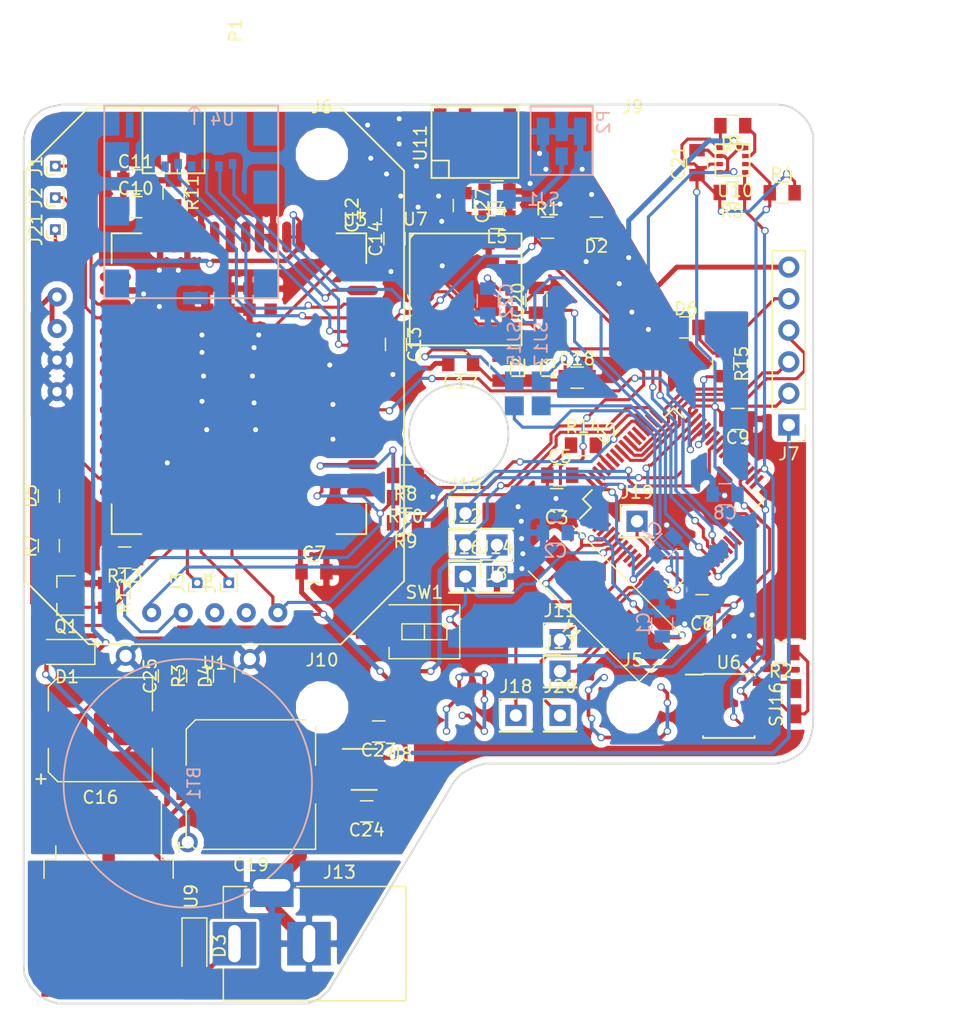
<source format=kicad_pcb>
(kicad_pcb (version 4) (host pcbnew 4.0.7-e2-6376~58~ubuntu16.04.1)
  (layers (0 F.Cu signal) (31 B.Cu signal) (34 B.Paste user) (35 F.Paste user) (36 B.SilkS user) (37 F.SilkS user) (38 B.Mask user) (39 F.Mask user) (44 Edge.Cuts user))
  (net 0 "")
  (net 1 "Net-(BT1-Pad1)")
  (net 2 GND)
  (net 3 "Net-(C1-Pad1)")
  (net 4 "Net-(C2-Pad1)")
  (net 5 batt)
  (net 6 "Net-(C10-Pad2)")
  (net 7 +5V)
  (net 8 "Net-(C17-Pad1)")
  (net 9 "Net-(C18-Pad1)")
  (net 10 "Net-(C19-Pad1)")
  (net 11 gps_standby)
  (net 12 gps_reset)
  (net 13 "Net-(C27-Pad1)")
  (net 14 antenna)
  (net 15 "Net-(D2-Pad2)")
  (net 16 "Net-(D3-Pad2)")
  (net 17 "Net-(D4-Pad2)")
  (net 18 "Net-(J1-Pad1)")
  (net 19 "Net-(J2-Pad1)")
  (net 20 "Net-(J3-Pad1)")
  (net 21 "Net-(J4-Pad1)")
  (net 22 PM_SS)
  (net 23 PM_SDO)
  (net 24 PM_SDI)
  (net 25 PM_SCK)
  (net 26 SWD_CLK)
  (net 27 SWD_DIO)
  (net 28 reset)
  (net 29 "Net-(L2-Pad1)")
  (net 30 "Net-(L3-Pad1)")
  (net 31 gps_fix)
  (net 32 "Net-(R2-Pad1)")
  (net 33 i2c_sda)
  (net 34 i2c_scl)
  (net 35 "Net-(R6-Pad1)")
  (net 36 Rx)
  (net 37 Tx)
  (net 38 UART_GPS_RX)
  (net 39 UART_GPS_TX)
  (net 40 WIRELESS_reset)
  (net 41 gps_pulses)
  (net 42 "Net-(C11-Pad2)")
  (net 43 "Net-(Q1-Pad1)")
  (net 44 "Net-(D5-Pad1)")
  (net 45 "Net-(R8-Pad2)")
  (net 46 "Net-(R10-Pad2)")
  (net 47 RI)
  (net 48 "Net-(Q1-Pad3)")
  (net 49 "Net-(R13-Pad1)")
  (net 50 "Net-(P2-Pad2)")
  (net 51 +3V3)
  (net 52 "Net-(R14-Pad2)")
  (net 53 "Net-(U3-Pad38)")
  (net 54 "Net-(U3-Pad39)")
  (net 55 "Net-(U3-Pad40)")
  (net 56 "Net-(U3-Pad41)")
  (net 57 "Net-(U3-Pad42)")
  (net 58 "Net-(J5-Pad1)")
  (net 59 "Net-(J6-Pad1)")
  (net 60 "Net-(J9-Pad1)")
  (net 61 "Net-(J10-Pad1)")
  (net 62 "Net-(U1-Pad7)")
  (net 63 "Net-(U1-Pad8)")
  (net 64 "Net-(U2-Pad4)")
  (net 65 "Net-(U2-Pad10)")
  (net 66 "Net-(U2-Pad11)")
  (net 67 "Net-(U2-Pad20)")
  (net 68 "Net-(U2-Pad25)")
  (net 69 "Net-(U2-Pad26)")
  (net 70 "Net-(U2-Pad27)")
  (net 71 "Net-(U2-Pad28)")
  (net 72 "Net-(U2-Pad29)")
  (net 73 "Net-(U2-Pad30)")
  (net 74 "Net-(U2-Pad33)")
  (net 75 "Net-(U2-Pad36)")
  (net 76 "Net-(U2-Pad37)")
  (net 77 "Net-(U2-Pad38)")
  (net 78 "Net-(U2-Pad39)")
  (net 79 "Net-(U2-Pad40)")
  (net 80 "Net-(U2-Pad43)")
  (net 81 "Net-(U2-Pad50)")
  (net 82 "Net-(U2-Pad53)")
  (net 83 "Net-(U2-Pad54)")
  (net 84 "Net-(U2-Pad58)")
  (net 85 "Net-(U2-Pad59)")
  (net 86 "Net-(U2-Pad61)")
  (net 87 "Net-(U2-Pad62)")
  (net 88 "Net-(U3-Pad80)")
  (net 89 "Net-(U3-Pad79)")
  (net 90 "Net-(U3-Pad58)")
  (net 91 "Net-(U3-Pad78)")
  (net 92 "Net-(U3-Pad57)")
  (net 93 "Net-(U3-Pad77)")
  (net 94 "Net-(U3-Pad56)")
  (net 95 "Net-(U3-Pad76)")
  (net 96 "Net-(U3-Pad55)")
  (net 97 "Net-(U3-Pad27)")
  (net 98 "Net-(U3-Pad25)")
  (net 99 "Net-(U3-Pad24)")
  (net 100 "Net-(U3-Pad23)")
  (net 101 "Net-(U3-Pad22)")
  (net 102 "Net-(U3-Pad21)")
  (net 103 "Net-(U3-Pad17)")
  (net 104 "Net-(U3-Pad28)")
  (net 105 "Net-(U3-Pad31)")
  (net 106 "Net-(U3-Pad32)")
  (net 107 "Net-(U3-Pad33)")
  (net 108 "Net-(U3-Pad35)")
  (net 109 "Net-(U3-Pad36)")
  (net 110 "Net-(U3-Pad37)")
  (net 111 "Net-(U3-Pad50)")
  (net 112 "Net-(U3-Pad49)")
  (net 113 "Net-(U3-Pad44)")
  (net 114 "Net-(U3-Pad1)")
  (net 115 "Net-(U3-Pad5)")
  (net 116 "Net-(U3-Pad6)")
  (net 117 "Net-(U3-Pad7)")
  (net 118 "Net-(U3-Pad8)")
  (net 119 "Net-(U3-Pad9)")
  (net 120 "Net-(U3-Pad10)")
  (net 121 "Net-(U3-Pad11)")
  (net 122 "Net-(U3-Pad12)")
  (net 123 "Net-(U3-Pad13)")
  (net 124 "Net-(U3-Pad14)")
  (net 125 "Net-(U3-Pad16)")
  (net 126 "Net-(U3-Pad90)")
  (net 127 "Net-(U3-Pad70)")
  (net 128 "Net-(U3-Pad89)")
  (net 129 "Net-(U3-Pad69)")
  (net 130 "Net-(U3-Pad88)")
  (net 131 "Net-(U3-Pad68)")
  (net 132 "Net-(U3-Pad87)")
  (net 133 "Net-(U3-Pad67)")
  (net 134 "Net-(U3-Pad86)")
  (net 135 "Net-(U3-Pad85)")
  (net 136 "Net-(U3-Pad91)")
  (net 137 "Net-(U3-Pad84)")
  (net 138 "Net-(U3-Pad75)")
  (net 139 "Net-(U4-Pad3)")
  (net 140 "Net-(U6-Pad1)")
  (net 141 "Net-(U7-Pad11)")
  (net 142 "Net-(U7-Pad12)")
  (net 143 "Net-(U8-Pad3)")
  (net 144 "Net-(U8-Pad5)")
  (net 145 "Net-(U11-Pad1)")
  (net 146 "Net-(U11-Pad5)")
  (net 147 "Net-(D6-Pad2)")
  (net 148 "Net-(J11-Pad1)")
  (net 149 "Net-(J17-Pad1)")
  (net 150 "Net-(J18-Pad1)")
  (net 151 "Net-(J19-Pad1)")
  (net 152 "Net-(J20-Pad1)")
  (net 153 "Net-(R15-Pad2)")
  (net 154 "Net-(U2-Pad2)")
  (net 155 "Net-(U2-Pad3)")
  (module SNPM:TQFP-64_10x10mm_Pitch0.5mm (layer F.Cu) (at 184.404 85.217 45)
    (fp_text reference U2 (at 0 -7.45 45) (layer F.SilkS))
    (fp_text value stm32f072)
    (pad 1 smd rect (at -5.7 -3.75 45) (size 1.4 0.3) (layers F.Cu F.Paste F.Mask) (net 5 batt))
    (pad 2 smd rect (at -5.7 -3.25 45) (size 1.4 0.3) (layers F.Cu F.Paste F.Mask) (net 154 "Net-(U2-Pad2)"))
    (pad 3 smd rect (at -5.7 -2.75 45) (size 1.4 0.3) (layers F.Cu F.Paste F.Mask) (net 155 "Net-(U2-Pad3)"))
    (pad 4 smd rect (at -5.7 -2.25 45) (size 1.4 0.3) (layers F.Cu F.Paste F.Mask) (net 64 "Net-(U2-Pad4)"))
    (pad 5 smd rect (at -5.7 -1.75 45) (size 1.4 0.3) (layers F.Cu F.Paste F.Mask) (net 3 "Net-(C1-Pad1)"))
    (pad 6 smd rect (at -5.7 -1.25 45) (size 1.4 0.3) (layers F.Cu F.Paste F.Mask) (net 4 "Net-(C2-Pad1)"))
    (pad 7 smd rect (at -5.7 -0.75 45) (size 1.4 0.3) (layers F.Cu F.Paste F.Mask) (net 28 reset))
    (pad 8 smd rect (at -5.7 -0.25 45) (size 1.4 0.3) (layers F.Cu F.Paste F.Mask) (net 150 "Net-(J18-Pad1)"))
    (pad 9 smd rect (at -5.7 0.25 45) (size 1.4 0.3) (layers F.Cu F.Paste F.Mask) (net 148 "Net-(J11-Pad1)"))
    (pad 10 smd rect (at -5.7 0.75 45) (size 1.4 0.3) (layers F.Cu F.Paste F.Mask) (net 65 "Net-(U2-Pad10)"))
    (pad 11 smd rect (at -5.7 1.25 45) (size 1.4 0.3) (layers F.Cu F.Paste F.Mask) (net 66 "Net-(U2-Pad11)"))
    (pad 12 smd rect (at -5.7 1.75 45) (size 1.4 0.3) (layers F.Cu F.Paste F.Mask) (net 151 "Net-(J19-Pad1)"))
    (pad 13 smd rect (at -5.7 2.25 45) (size 1.4 0.3) (layers F.Cu F.Paste F.Mask) (net 51 +3V3))
    (pad 14 smd rect (at -5.7 2.75 45) (size 1.4 0.3) (layers F.Cu F.Paste F.Mask) (net 152 "Net-(J20-Pad1)"))
    (pad 15 smd rect (at -5.7 3.25 45) (size 1.4 0.3) (layers F.Cu F.Paste F.Mask) (net 149 "Net-(J17-Pad1)"))
    (pad 16 smd rect (at -5.7 3.75 45) (size 1.4 0.3) (layers F.Cu F.Paste F.Mask) (net 39 UART_GPS_TX))
    (pad 17 smd rect (at -3.75 5.7 135) (size 1.4 0.3) (layers F.Cu F.Paste F.Mask) (net 38 UART_GPS_RX))
    (pad 18 smd rect (at -3.25 5.7 135) (size 1.4 0.3) (layers F.Cu F.Paste F.Mask) (net 2 GND))
    (pad 19 smd rect (at -2.75 5.7 135) (size 1.4 0.3) (layers F.Cu F.Paste F.Mask) (net 51 +3V3))
    (pad 20 smd rect (at -2.25 5.7 135) (size 1.4 0.3) (layers F.Cu F.Paste F.Mask) (net 67 "Net-(U2-Pad20)"))
    (pad 21 smd rect (at -1.75 5.7 135) (size 1.4 0.3) (layers F.Cu F.Paste F.Mask) (net 31 gps_fix))
    (pad 22 smd rect (at -1.25 5.7 135) (size 1.4 0.3) (layers F.Cu F.Paste F.Mask) (net 11 gps_standby))
    (pad 23 smd rect (at -0.75 5.7 135) (size 1.4 0.3) (layers F.Cu F.Paste F.Mask) (net 12 gps_reset))
    (pad 24 smd rect (at -0.25 5.7 135) (size 1.4 0.3) (layers F.Cu F.Paste F.Mask) (net 41 gps_pulses))
    (pad 25 smd rect (at 0.25 5.7 135) (size 1.4 0.3) (layers F.Cu F.Paste F.Mask) (net 68 "Net-(U2-Pad25)"))
    (pad 26 smd rect (at 0.75 5.7 135) (size 1.4 0.3) (layers F.Cu F.Paste F.Mask) (net 69 "Net-(U2-Pad26)"))
    (pad 27 smd rect (at 1.25 5.7 135) (size 1.4 0.3) (layers F.Cu F.Paste F.Mask) (net 70 "Net-(U2-Pad27)"))
    (pad 28 smd rect (at 1.75 5.7 135) (size 1.4 0.3) (layers F.Cu F.Paste F.Mask) (net 71 "Net-(U2-Pad28)"))
    (pad 29 smd rect (at 2.25 5.7 135) (size 1.4 0.3) (layers F.Cu F.Paste F.Mask) (net 72 "Net-(U2-Pad29)"))
    (pad 30 smd rect (at 2.75 5.7 135) (size 1.4 0.3) (layers F.Cu F.Paste F.Mask) (net 73 "Net-(U2-Pad30)"))
    (pad 31 smd rect (at 3.25 5.7 135) (size 1.4 0.3) (layers F.Cu F.Paste F.Mask) (net 2 GND))
    (pad 32 smd rect (at 3.75 5.7 135) (size 1.4 0.3) (layers F.Cu F.Paste F.Mask) (net 51 +3V3))
    (pad 33 smd rect (at 5.7 3.75 45) (size 1.4 0.3) (layers F.Cu F.Paste F.Mask) (net 74 "Net-(U2-Pad33)"))
    (pad 34 smd rect (at 5.7 3.25 45) (size 1.4 0.3) (layers F.Cu F.Paste F.Mask) (net 34 i2c_scl))
    (pad 35 smd rect (at 5.7 2.75 45) (size 1.4 0.3) (layers F.Cu F.Paste F.Mask) (net 33 i2c_sda))
    (pad 36 smd rect (at 5.7 2.25 45) (size 1.4 0.3) (layers F.Cu F.Paste F.Mask) (net 75 "Net-(U2-Pad36)"))
    (pad 37 smd rect (at 5.7 1.75 45) (size 1.4 0.3) (layers F.Cu F.Paste F.Mask) (net 76 "Net-(U2-Pad37)"))
    (pad 38 smd rect (at 5.7 1.25 45) (size 1.4 0.3) (layers F.Cu F.Paste F.Mask) (net 77 "Net-(U2-Pad38)"))
    (pad 39 smd rect (at 5.7 0.75 45) (size 1.4 0.3) (layers F.Cu F.Paste F.Mask) (net 78 "Net-(U2-Pad39)"))
    (pad 40 smd rect (at 5.7 0.25 45) (size 1.4 0.3) (layers F.Cu F.Paste F.Mask) (net 79 "Net-(U2-Pad40)"))
    (pad 41 smd rect (at 5.7 -0.25 45) (size 1.4 0.3) (layers F.Cu F.Paste F.Mask) (net 22 PM_SS))
    (pad 42 smd rect (at 5.7 -0.75 45) (size 1.4 0.3) (layers F.Cu F.Paste F.Mask) (net 40 WIRELESS_reset))
    (pad 43 smd rect (at 5.7 -1.25 45) (size 1.4 0.3) (layers F.Cu F.Paste F.Mask) (net 80 "Net-(U2-Pad43)"))
    (pad 44 smd rect (at 5.7 -1.75 45) (size 1.4 0.3) (layers F.Cu F.Paste F.Mask) (net 153 "Net-(R15-Pad2)"))
    (pad 45 smd rect (at 5.7 -2.25 45) (size 1.4 0.3) (layers F.Cu F.Paste F.Mask) (net 47 RI))
    (pad 46 smd rect (at 5.7 -2.75 45) (size 1.4 0.3) (layers F.Cu F.Paste F.Mask) (net 27 SWD_DIO))
    (pad 47 smd rect (at 5.7 -3.25 45) (size 1.4 0.3) (layers F.Cu F.Paste F.Mask) (net 2 GND))
    (pad 48 smd rect (at 5.7 -3.75 45) (size 1.4 0.3) (layers F.Cu F.Paste F.Mask) (net 51 +3V3))
    (pad 49 smd rect (at 3.75 -5.7 135) (size 1.4 0.3) (layers F.Cu F.Paste F.Mask) (net 26 SWD_CLK))
    (pad 50 smd rect (at 3.25 -5.7 135) (size 1.4 0.3) (layers F.Cu F.Paste F.Mask) (net 81 "Net-(U2-Pad50)"))
    (pad 51 smd rect (at 2.75 -5.7 135) (size 1.4 0.3) (layers F.Cu F.Paste F.Mask) (net 37 Tx))
    (pad 52 smd rect (at 2.25 -5.7 135) (size 1.4 0.3) (layers F.Cu F.Paste F.Mask) (net 36 Rx))
    (pad 53 smd rect (at 1.75 -5.7 135) (size 1.4 0.3) (layers F.Cu F.Paste F.Mask) (net 82 "Net-(U2-Pad53)"))
    (pad 54 smd rect (at 1.25 -5.7 135) (size 1.4 0.3) (layers F.Cu F.Paste F.Mask) (net 83 "Net-(U2-Pad54)"))
    (pad 55 smd rect (at 0.75 -5.7 135) (size 1.4 0.3) (layers F.Cu F.Paste F.Mask) (net 25 PM_SCK))
    (pad 56 smd rect (at 0.25 -5.7 135) (size 1.4 0.3) (layers F.Cu F.Paste F.Mask) (net 23 PM_SDO))
    (pad 57 smd rect (at -0.25 -5.7 135) (size 1.4 0.3) (layers F.Cu F.Paste F.Mask) (net 24 PM_SDI))
    (pad 58 smd rect (at -0.75 -5.7 135) (size 1.4 0.3) (layers F.Cu F.Paste F.Mask) (net 84 "Net-(U2-Pad58)"))
    (pad 59 smd rect (at -1.25 -5.7 135) (size 1.4 0.3) (layers F.Cu F.Paste F.Mask) (net 85 "Net-(U2-Pad59)"))
    (pad 60 smd rect (at -1.75 -5.7 135) (size 1.4 0.3) (layers F.Cu F.Paste F.Mask) (net 52 "Net-(R14-Pad2)"))
    (pad 61 smd rect (at -2.25 -5.7 135) (size 1.4 0.3) (layers F.Cu F.Paste F.Mask) (net 86 "Net-(U2-Pad61)"))
    (pad 62 smd rect (at -2.75 -5.7 135) (size 1.4 0.3) (layers F.Cu F.Paste F.Mask) (net 87 "Net-(U2-Pad62)"))
    (pad 63 smd rect (at -3.25 -5.7 135) (size 1.4 0.3) (layers F.Cu F.Paste F.Mask) (net 2 GND))
    (pad 64 smd rect (at -3.75 -5.7 135) (size 1.4 0.3) (layers F.Cu F.Paste F.Mask) (net 51 +3V3))
  )
  (module SNPM:Pin_Header_Straight_1x01_Pitch2.54mm (layer F.Cu) (at 170.18 88.9 180)
    (fp_text reference J8 (at 0 -2.33 180) (layer F.SilkS))
    (fp_text value CONN_01X01)
    (pad 1 thru_hole rect (at 0 0 180) (size 1.7 1.7) (drill 1) (layers *.Cu *.Mask) (net 51 +3V3))
  )
  (module SNPM:BAT-CR2032_bottom (layer F.Cu) (at 145.288 108.077 90)
    (fp_text reference BT1 (at 0 0.5 90) (layer B.SilkS) (effects (justify mirror)))
    (fp_text value Battery_Cell)
    (pad 3 thru_hole circle (at 10 5 90) (size 1.6 1.6) (drill 1) (layers *.Cu *.Mask) (net 2 GND))
    (pad 2 thru_hole circle (at 10.25 -5 90) (size 1.6 1.6) (drill 1) (layers *.Cu *.Mask) (net 2 GND))
    (pad 1 thru_hole circle (at -4.75 0 90) (size 1.6 1.6) (drill 1) (layers *.Cu *.Mask) (net 1 "Net-(BT1-Pad1)"))
  )
  (module SNPM:SMD_0805 (layer F.Cu) (at 174.9806 85.217 180)
    (fp_text reference C3 (at 0 -1.5 180) (layer F.SilkS))
    (fp_text value C)
    (pad 1 smd rect (at -1 0 180) (size 1 1.25) (layers F.Cu F.Paste F.Mask) (net 5 batt))
    (pad 2 smd rect (at 1 0 180) (size 1 1.25) (layers F.Cu F.Paste F.Mask) (net 2 GND))
  )
  (module SNPM:SMD_0805 (layer F.Cu) (at 175.2346 83.2866)
    (fp_text reference C5 (at 0 -1.5) (layer F.SilkS))
    (fp_text value 100n)
    (pad 1 smd rect (at -1 0) (size 1 1.25) (layers F.Cu F.Paste F.Mask) (net 2 GND))
    (pad 2 smd rect (at 1 0) (size 1 1.25) (layers F.Cu F.Paste F.Mask) (net 51 +3V3))
  )
  (module SNPM:SMD_0805 (layer F.Cu) (at 186.69 93.7514 180)
    (fp_text reference C6 (at 0 -1.5 180) (layer F.SilkS))
    (fp_text value C)
    (pad 1 smd rect (at -1 0 180) (size 1 1.25) (layers F.Cu F.Paste F.Mask) (net 51 +3V3))
    (pad 2 smd rect (at 1 0 180) (size 1 1.25) (layers F.Cu F.Paste F.Mask) (net 2 GND))
  )
  (module SNPM:SMD_0805 (layer F.Cu) (at 155.448 91.059)
    (fp_text reference C7 (at 0 -1.5) (layer F.SilkS))
    (fp_text value 100n)
    (pad 1 smd rect (at -1 0) (size 1 1.25) (layers F.Cu F.Paste F.Mask) (net 51 +3V3))
    (pad 2 smd rect (at 1 0) (size 1 1.25) (layers F.Cu F.Paste F.Mask) (net 2 GND))
  )
  (module SNPM:SMD_0805 (layer F.Cu) (at 189.5602 78.7654 180)
    (fp_text reference C9 (at 0 -1.5 180) (layer F.SilkS))
    (fp_text value C)
    (pad 1 smd rect (at -1 0 180) (size 1 1.25) (layers F.Cu F.Paste F.Mask) (net 2 GND))
    (pad 2 smd rect (at 1 0 180) (size 1 1.25) (layers F.Cu F.Paste F.Mask) (net 51 +3V3))
  )
  (module SNPM:SMD_0805 (layer F.Cu) (at 141.097 61.722)
    (fp_text reference C10 (at 0 -1.5) (layer F.SilkS))
    (fp_text value NC)
    (pad 1 smd rect (at -1 0) (size 1 1.25) (layers F.Cu F.Paste F.Mask) (net 2 GND))
    (pad 2 smd rect (at 1 0) (size 1 1.25) (layers F.Cu F.Paste F.Mask) (net 6 "Net-(C10-Pad2)"))
  )
  (module SNPM:SMD_0805 (layer F.Cu) (at 141.097 59.563)
    (fp_text reference C11 (at 0 -1.5) (layer F.SilkS))
    (fp_text value NC)
    (pad 1 smd rect (at -1 0) (size 1 1.25) (layers F.Cu F.Paste F.Mask) (net 2 GND))
    (pad 2 smd rect (at 1 0) (size 1 1.25) (layers F.Cu F.Paste F.Mask) (net 42 "Net-(C11-Pad2)"))
  )
  (module SNPM:SMD_0805 (layer F.Cu) (at 160.02 62.357 90)
    (fp_text reference C12 (at 0 -1.5 90) (layer F.SilkS))
    (fp_text value 22p)
    (pad 1 smd rect (at -1 0 90) (size 1 1.25) (layers F.Cu F.Paste F.Mask) (net 51 +3V3))
    (pad 2 smd rect (at 1 0 90) (size 1 1.25) (layers F.Cu F.Paste F.Mask) (net 2 GND))
  )
  (module SNPM:SMD_0805 (layer F.Cu) (at 162.052 72.771 270)
    (fp_text reference C13 (at 0 -1.5 270) (layer F.SilkS))
    (fp_text value 22p)
    (pad 1 smd rect (at -1 0 270) (size 1 1.25) (layers F.Cu F.Paste F.Mask) (net 5 batt))
    (pad 2 smd rect (at 1 0 270) (size 1 1.25) (layers F.Cu F.Paste F.Mask) (net 2 GND))
  )
  (module SNPM:SMD_0805 (layer F.Cu) (at 161.925 64.262 90)
    (fp_text reference C14 (at 0 -1.5 90) (layer F.SilkS))
    (fp_text value 2,2u)
    (pad 1 smd rect (at -1 0 90) (size 1 1.25) (layers F.Cu F.Paste F.Mask) (net 51 +3V3))
    (pad 2 smd rect (at 1 0 90) (size 1 1.25) (layers F.Cu F.Paste F.Mask) (net 2 GND))
  )
  (module SNPM:SMD_0805 (layer F.Cu) (at 167.259 74.295 180)
    (fp_text reference C17 (at 0 -1.5 180) (layer F.SilkS))
    (fp_text value 22p)
    (pad 1 smd rect (at -1 0 180) (size 1 1.25) (layers F.Cu F.Paste F.Mask) (net 8 "Net-(C17-Pad1)"))
    (pad 2 smd rect (at 1 0 180) (size 1 1.25) (layers F.Cu F.Paste F.Mask) (net 2 GND))
  )
  (module SNPM:SMD_0805 (layer F.Cu) (at 176.6316 75.438)
    (fp_text reference C18 (at 0 -1.5) (layer F.SilkS))
    (fp_text value 22p)
    (pad 1 smd rect (at -1 0) (size 1 1.25) (layers F.Cu F.Paste F.Mask) (net 9 "Net-(C18-Pad1)"))
    (pad 2 smd rect (at 1 0) (size 1 1.25) (layers F.Cu F.Paste F.Mask) (net 2 GND))
  )
  (module SNPM:CP_Elec_10x10 (layer F.Cu) (at 150.368 108.1786)
    (fp_text reference C19 (at 0 6.46) (layer F.SilkS))
    (fp_text value 470u)
    (fp_text user + (at -5.78 4.97) (layer F.SilkS))
    (pad 1 smd rect (at -4 0 180) (size 4 2.5) (layers F.Cu F.Paste F.Mask) (net 10 "Net-(C19-Pad1)"))
    (pad 2 smd rect (at 4 0 180) (size 4 2.5) (layers F.Cu F.Paste F.Mask) (net 2 GND))
  )
  (module SNPM:SMD_0805 (layer F.Cu) (at 173.355 69.215 90)
    (fp_text reference C20 (at 0 -1.5 90) (layer F.SilkS))
    (fp_text value 22p)
    (pad 1 smd rect (at -1 0 90) (size 1 1.25) (layers F.Cu F.Paste F.Mask) (net 11 gps_standby))
    (pad 2 smd rect (at 1 0 90) (size 1 1.25) (layers F.Cu F.Paste F.Mask) (net 2 GND))
  )
  (module SNPM:SMD_0805 (layer F.Cu) (at 186.2836 58.1406 90)
    (fp_text reference C21 (at 0 -1.5 90) (layer F.SilkS))
    (fp_text value 100n)
    (pad 1 smd rect (at -1 0 90) (size 1 1.25) (layers F.Cu F.Paste F.Mask) (net 51 +3V3))
    (pad 2 smd rect (at 1 0 90) (size 1 1.25) (layers F.Cu F.Paste F.Mask) (net 2 GND))
  )
  (module SNPM:SMD_0805 (layer F.Cu) (at 160.655 103.9114 180)
    (fp_text reference C23 (at 0 -1.5 180) (layer F.SilkS))
    (fp_text value 10u)
    (pad 1 smd rect (at -1 0 180) (size 1 1.25) (layers F.Cu F.Paste F.Mask) (net 51 +3V3))
    (pad 2 smd rect (at 1 0 180) (size 1 1.25) (layers F.Cu F.Paste F.Mask) (net 2 GND))
  )
  (module SNPM:SMD_0805 (layer F.Cu) (at 159.6898 110.3376 180)
    (fp_text reference C24 (at 0 -1.5 180) (layer F.SilkS))
    (fp_text value 220n)
    (pad 1 smd rect (at -1 0 180) (size 1 1.25) (layers F.Cu F.Paste F.Mask) (net 51 +3V3))
    (pad 2 smd rect (at 1 0 180) (size 1 1.25) (layers F.Cu F.Paste F.Mask) (net 2 GND))
  )
  (module SNPM:SMD_0805 (layer F.Cu) (at 143.764 99.441 90)
    (fp_text reference C25 (at 0 -1.5 90) (layer F.SilkS))
    (fp_text value 10u)
    (pad 1 smd rect (at -1 0 90) (size 1 1.25) (layers F.Cu F.Paste F.Mask) (net 7 +5V))
    (pad 2 smd rect (at 1 0 90) (size 1 1.25) (layers F.Cu F.Paste F.Mask) (net 2 GND))
  )
  (module SNPM:SMD_0805 (layer F.Cu) (at 167.513 61.595 270)
    (fp_text reference C27 (at 0 -1.5 270) (layer F.SilkS))
    (fp_text value C)
    (pad 1 smd rect (at -1 0 270) (size 1 1.25) (layers F.Cu F.Paste F.Mask) (net 13 "Net-(C27-Pad1)"))
    (pad 2 smd rect (at 1 0 270) (size 1 1.25) (layers F.Cu F.Paste F.Mask) (net 14 antenna))
  )
  (module SNPM:D_SOD-123 (layer F.Cu) (at 135.5598 97.5106 180)
    (fp_text reference D1 (at 0 -2 180) (layer F.SilkS))
    (fp_text value D_Schottky)
    (pad 1 smd rect (at -1.65 0 180) (size 0.9 1.2) (layers F.Cu F.Paste F.Mask) (net 5 batt))
    (pad 2 smd rect (at 1.65 0 180) (size 0.9 1.2) (layers F.Cu F.Paste F.Mask) (net 1 "Net-(BT1-Pad1)"))
  )
  (module SNPM:SMD_0805 (layer F.Cu) (at 178.181 63.373 180)
    (fp_text reference D2 (at 0 -1.5 180) (layer F.SilkS))
    (fp_text value LED)
    (pad 1 smd rect (at -1 0 180) (size 1 1.25) (layers F.Cu F.Paste F.Mask) (net 2 GND))
    (pad 2 smd rect (at 1 0 180) (size 1 1.25) (layers F.Cu F.Paste F.Mask) (net 15 "Net-(D2-Pad2)"))
  )
  (module SNPM:D_SOD-123 (layer F.Cu) (at 145.8214 121.158 270)
    (fp_text reference D3 (at 0 -2 270) (layer F.SilkS))
    (fp_text value D_Schottky_ss14)
    (pad 1 smd rect (at -1.65 0 270) (size 0.9 1.2) (layers F.Cu F.Paste F.Mask) (net 10 "Net-(C19-Pad1)"))
    (pad 2 smd rect (at 1.65 0 270) (size 0.9 1.2) (layers F.Cu F.Paste F.Mask) (net 16 "Net-(D3-Pad2)"))
  )
  (module SNPM:SMD_0805 (layer F.Cu) (at 148.209 99.441 90)
    (fp_text reference D4 (at 0 -1.5 90) (layer F.SilkS))
    (fp_text value LED)
    (pad 1 smd rect (at -1 0 90) (size 1 1.25) (layers F.Cu F.Paste F.Mask) (net 2 GND))
    (pad 2 smd rect (at 1 0 90) (size 1 1.25) (layers F.Cu F.Paste F.Mask) (net 17 "Net-(D4-Pad2)"))
  )
  (module SNPM:SMD_0805 (layer F.Cu) (at 134.1 84.96 90)
    (fp_text reference D5 (at 0 -1.5 90) (layer F.SilkS))
    (fp_text value LED)
    (pad 1 smd rect (at -1 0 90) (size 1 1.25) (layers F.Cu F.Paste F.Mask) (net 44 "Net-(D5-Pad1)"))
    (pad 2 smd rect (at 1 0 90) (size 1 1.25) (layers F.Cu F.Paste F.Mask) (net 51 +3V3))
  )
  (module SNPM:Pin_Header_Straight_1x01_Pitch1.00mm (layer F.Cu) (at 134.62 58.42 90)
    (fp_text reference J1 (at 0 -1.56 90) (layer F.SilkS))
    (fp_text value CONN_01X01)
    (pad 1 thru_hole rect (at 0 0 90) (size 0.85 0.85) (drill 0.5) (layers *.Cu *.Mask) (net 18 "Net-(J1-Pad1)"))
  )
  (module SNPM:Pin_Header_Straight_1x01_Pitch1.00mm (layer F.Cu) (at 134.62 60.96 90)
    (fp_text reference J2 (at 0 -1.56 90) (layer F.SilkS))
    (fp_text value CONN_01X01)
    (pad 1 thru_hole rect (at 0 0 90) (size 0.85 0.85) (drill 0.5) (layers *.Cu *.Mask) (net 19 "Net-(J2-Pad1)"))
  )
  (module SNPM:Pin_Header_Straight_1x01_Pitch1.00mm (layer F.Cu) (at 146.05 91.948 90)
    (fp_text reference J3 (at 0 -1.56 90) (layer F.SilkS))
    (fp_text value CONN_01X01)
    (pad 1 thru_hole rect (at 0 0 90) (size 0.85 0.85) (drill 0.5) (layers *.Cu *.Mask) (net 20 "Net-(J3-Pad1)"))
  )
  (module SNPM:Pin_Header_Straight_1x01_Pitch1.00mm (layer F.Cu) (at 148.59 91.948 90)
    (fp_text reference J4 (at 0 -1.56 90) (layer F.SilkS))
    (fp_text value CONN_01X01)
    (pad 1 thru_hole rect (at 0 0 90) (size 0.85 0.85) (drill 0.5) (layers *.Cu *.Mask) (net 21 "Net-(J4-Pad1)"))
  )
  (module SNPM:MountingHole_3.2mm_M3_DIN965 (layer F.Cu) (at 181.1 101.96)
    (fp_text reference J5 (at 0 -3.8) (layer F.SilkS))
    (fp_text value CONN_01X01)
    (pad 1 np_thru_hole circle (at 0 0) (size 3.2 3.2) (drill 3.2) (layers *.Cu *.Mask) (net 58 "Net-(J5-Pad1)"))
  )
  (module SNPM:MountingHole_3.2mm_M3_DIN965 (layer F.Cu) (at 156.083 57.4548)
    (fp_text reference J6 (at 0 -3.8) (layer F.SilkS))
    (fp_text value CONN_01X01)
    (pad 1 np_thru_hole circle (at 0 0) (size 3.2 3.2) (drill 3.2) (layers *.Cu *.Mask) (net 59 "Net-(J6-Pad1)"))
  )
  (module SNPM:Pin_Header_Straight_1x06_Pitch2.54mm (layer F.Cu) (at 193.675 79.248 180)
    (fp_text reference J7 (at 0 -2.33 180) (layer F.SilkS))
    (fp_text value CONN_01X06)
    (pad 1 thru_hole rect (at 0 0 180) (size 1.7 1.7) (drill 1) (layers *.Cu *.Mask) (net 7 +5V))
    (pad 2 thru_hole oval (at 0 2.54 180) (size 1.7 1.7) (drill 1) (layers *.Cu *.Mask) (net 22 PM_SS))
    (pad 3 thru_hole oval (at 0 5.08 180) (size 1.7 1.7) (drill 1) (layers *.Cu *.Mask) (net 23 PM_SDO))
    (pad 4 thru_hole oval (at 0 7.62 180) (size 1.7 1.7) (drill 1) (layers *.Cu *.Mask) (net 24 PM_SDI))
    (pad 5 thru_hole oval (at 0 10.16 180) (size 1.7 1.7) (drill 1) (layers *.Cu *.Mask) (net 25 PM_SCK))
    (pad 6 thru_hole oval (at 0 12.7 180) (size 1.7 1.7) (drill 1) (layers *.Cu *.Mask) (net 2 GND))
  )
  (module SNPM:MountingHole_3.2mm_M3_DIN965 (layer F.Cu) (at 181.102 57.4548)
    (fp_text reference J9 (at 0 -3.8) (layer F.SilkS))
    (fp_text value CONN_01X01)
    (pad 1 np_thru_hole circle (at 0 0) (size 3.2 3.2) (drill 3.2) (layers *.Cu *.Mask) (net 60 "Net-(J9-Pad1)"))
  )
  (module SNPM:MountingHole_3.2mm_M3_DIN965 (layer F.Cu) (at 156.1 101.96)
    (fp_text reference J10 (at 0 -3.8) (layer F.SilkS))
    (fp_text value CONN_01X01)
    (pad 1 np_thru_hole circle (at 0 0) (size 3.2 3.2) (drill 3.2) (layers *.Cu *.Mask) (net 61 "Net-(J10-Pad1)"))
  )
  (module SNPM:Pin_Header_Straight_1x01_Pitch2.54mm (layer F.Cu) (at 167.64 88.9)
    (fp_text reference J12 (at 0 -2.33) (layer F.SilkS))
    (fp_text value CONN_01X01)
    (pad 1 thru_hole rect (at 0 0) (size 1.7 1.7) (drill 1) (layers *.Cu *.Mask) (net 26 SWD_CLK))
  )
  (module SNPM:BARREL_JACK (layer F.Cu) (at 149.0472 120.9802 180)
    (fp_text reference J13 (at -8.45 5.75 360) (layer F.SilkS))
    (fp_text value BARREL_JACK)
    (pad 1 thru_hole rect (at 0 0 180) (size 3.5 3.5) (drill oval 1 3) (layers *.Cu *.Mask) (net 16 "Net-(D3-Pad2)"))
    (pad 2 thru_hole rect (at -6 0 180) (size 3.5 3.5) (drill oval 1 3) (layers *.Cu *.Mask) (net 2 GND))
    (pad 3 thru_hole rect (at -3 4.7 180) (size 3.5 3.5) (drill oval 3 1) (layers *.Cu *.Mask) (net 2 GND))
  )
  (module SNPM:Pin_Header_Straight_1x01_Pitch2.54mm (layer F.Cu) (at 170.18 91.44)
    (fp_text reference J14 (at 0 -2.33) (layer F.SilkS))
    (fp_text value CONN_01X01)
    (pad 1 thru_hole rect (at 0 0) (size 1.7 1.7) (drill 1) (layers *.Cu *.Mask) (net 2 GND))
  )
  (module SNPM:Pin_Header_Straight_1x01_Pitch2.54mm (layer F.Cu) (at 167.64 86.36)
    (fp_text reference J15 (at 0 -2.33) (layer F.SilkS))
    (fp_text value CONN_01X01)
    (pad 1 thru_hole rect (at 0 0) (size 1.7 1.7) (drill 1) (layers *.Cu *.Mask) (net 27 SWD_DIO))
  )
  (module SNPM:Pin_Header_Straight_1x01_Pitch2.54mm (layer F.Cu) (at 167.64 91.44)
    (fp_text reference J16 (at 0 -2.33) (layer F.SilkS))
    (fp_text value CONN_01X01)
    (pad 1 thru_hole rect (at 0 0) (size 1.7 1.7) (drill 1) (layers *.Cu *.Mask) (net 28 reset))
  )
  (module SNPM:SMD_0805 (layer F.Cu) (at 170.434 74.676 270)
    (fp_text reference L2 (at 0 -1.5 270) (layer F.SilkS))
    (fp_text value 47n)
    (pad 1 smd rect (at -1 0 270) (size 1 1.25) (layers F.Cu F.Paste F.Mask) (net 29 "Net-(L2-Pad1)"))
    (pad 2 smd rect (at 1 0 270) (size 1 1.25) (layers F.Cu F.Paste F.Mask) (net 8 "Net-(C17-Pad1)"))
  )
  (module SNPM:SMD_0805 (layer F.Cu) (at 172.847 74.676 270)
    (fp_text reference L3 (at 0 -1.5 270) (layer F.SilkS))
    (fp_text value 47n)
    (pad 1 smd rect (at -1 0 270) (size 1 1.25) (layers F.Cu F.Paste F.Mask) (net 30 "Net-(L3-Pad1)"))
    (pad 2 smd rect (at 1 0 270) (size 1 1.25) (layers F.Cu F.Paste F.Mask) (net 9 "Net-(C18-Pad1)"))
  )
  (module SNPM:SMD_0805 (layer F.Cu) (at 170.18 60.452 180)
    (fp_text reference L4 (at 0 -1.5 180) (layer F.SilkS))
    (fp_text value L)
    (pad 1 smd rect (at -1 0 180) (size 1 1.25) (layers F.Cu F.Paste F.Mask) (net 2 GND))
    (pad 2 smd rect (at 1 0 180) (size 1 1.25) (layers F.Cu F.Paste F.Mask) (net 13 "Net-(C27-Pad1)"))
  )
  (module SNPM:SMD_0805 (layer F.Cu) (at 170.18 62.611 180)
    (fp_text reference L5 (at 0 -1.5 180) (layer F.SilkS))
    (fp_text value L)
    (pad 1 smd rect (at -1 0 180) (size 1 1.25) (layers F.Cu F.Paste F.Mask) (net 2 GND))
    (pad 2 smd rect (at 1 0 180) (size 1 1.25) (layers F.Cu F.Paste F.Mask) (net 14 antenna))
  )
  (module SNPM:Antenna_conn (layer F.Cu) (at 144.145 55.499 270)
    (fp_text reference P1 (at -8 -5 270) (layer F.SilkS))
    (fp_text value SMA_mini hide)
    (pad 1 smd rect (at 0 1.5 270) (size 2.2 1) (layers F.Cu F.Paste F.Mask) (net 2 GND))
    (pad 2 smd rect (at 2 0 270) (size 1.4 1) (layers F.Cu F.Paste F.Mask) (net 42 "Net-(C11-Pad2)"))
    (pad 3 smd rect (at 0 -1.5 270) (size 2.2 1) (layers F.Cu F.Paste F.Mask) (net 2 GND))
  )
  (module SNPM:Antenna_conn_bott (layer F.Cu) (at 175.387 55.626 270)
    (fp_text reference P2 (at -0.75 -3.374511 270) (layer B.SilkS) (effects (justify mirror)))
    (fp_text value SMA_mini hide)
    (pad 1 smd rect (at 0 1.5 270) (size 2.2 1) (layers B.Cu B.Paste B.Mask) (net 2 GND))
    (pad 2 smd rect (at 2 0 270) (size 1.4 1) (layers B.Cu B.Paste B.Mask) (net 50 "Net-(P2-Pad2)"))
    (pad 3 smd rect (at 0 -1.5 270) (size 2.2 1) (layers B.Cu B.Paste B.Mask) (net 2 GND))
  )
  (module SNPM:SOT-23 (layer F.Cu) (at 135.509 92.964 180)
    (fp_text reference Q1 (at 0 -2.5 180) (layer F.SilkS))
    (fp_text value Q_NPN_BCV71)
    (pad 1 smd rect (at -1 -0.95 180) (size 0.9 0.8) (layers F.Cu F.Paste F.Mask) (net 43 "Net-(Q1-Pad1)"))
    (pad 2 smd rect (at -1 0.95 180) (size 0.9 0.8) (layers F.Cu F.Paste F.Mask) (net 2 GND))
    (pad 3 smd rect (at 1 0 180) (size 0.9 0.8) (layers F.Cu F.Paste F.Mask) (net 48 "Net-(Q1-Pad3)"))
  )
  (module SNPM:SMD_0805 (layer F.Cu) (at 174.244 63.373)
    (fp_text reference R1 (at 0 -1.5) (layer F.SilkS))
    (fp_text value R)
    (pad 1 smd rect (at -1 0) (size 1 1.25) (layers F.Cu F.Paste F.Mask) (net 31 gps_fix))
    (pad 2 smd rect (at 1 0) (size 1 1.25) (layers F.Cu F.Paste F.Mask) (net 15 "Net-(D2-Pad2)"))
  )
  (module SNPM:SMD_0805 (layer F.Cu) (at 193.04 97.5614 180)
    (fp_text reference R2 (at 0 -1.5 180) (layer F.SilkS))
    (fp_text value 4.7k)
    (pad 1 smd rect (at -1 0 180) (size 1 1.25) (layers F.Cu F.Paste F.Mask) (net 32 "Net-(R2-Pad1)"))
    (pad 2 smd rect (at 1 0 180) (size 1 1.25) (layers F.Cu F.Paste F.Mask) (net 2 GND))
  )
  (module SNPM:SMD_0805 (layer F.Cu) (at 146.05 99.441 90)
    (fp_text reference R3 (at 0 -1.5 90) (layer F.SilkS))
    (fp_text value 5k6)
    (pad 1 smd rect (at -1 0 90) (size 1 1.25) (layers F.Cu F.Paste F.Mask) (net 7 +5V))
    (pad 2 smd rect (at 1 0 90) (size 1 1.25) (layers F.Cu F.Paste F.Mask) (net 17 "Net-(D4-Pad2)"))
  )
  (module SNPM:SMD_0805 (layer F.Cu) (at 193.1416 60.5663)
    (fp_text reference R4 (at 0 -1.5) (layer F.SilkS))
    (fp_text value 4.7k)
    (pad 1 smd rect (at -1 0) (size 1 1.25) (layers F.Cu F.Paste F.Mask) (net 33 i2c_sda))
    (pad 2 smd rect (at 1 0) (size 1 1.25) (layers F.Cu F.Paste F.Mask) (net 51 +3V3))
  )
  (module SNPM:SMD_0805 (layer F.Cu) (at 189.1157 60.5409 180)
    (fp_text reference R5 (at 0 -1.5 180) (layer F.SilkS))
    (fp_text value 4.7k)
    (pad 1 smd rect (at -1 0 180) (size 1 1.25) (layers F.Cu F.Paste F.Mask) (net 34 i2c_scl))
    (pad 2 smd rect (at 1 0 180) (size 1 1.25) (layers F.Cu F.Paste F.Mask) (net 51 +3V3))
  )
  (module SNPM:SMD_0805 (layer F.Cu) (at 189.1665 55.1688 180)
    (fp_text reference R6 (at 0 -1.5 180) (layer F.SilkS))
    (fp_text value 22k)
    (pad 1 smd rect (at -1 0 180) (size 1 1.25) (layers F.Cu F.Paste F.Mask) (net 35 "Net-(R6-Pad1)"))
    (pad 2 smd rect (at 1 0 180) (size 1 1.25) (layers F.Cu F.Paste F.Mask) (net 51 +3V3))
  )
  (module SNPM:SMD_0805 (layer F.Cu) (at 134.1 88.96 90)
    (fp_text reference R7 (at 0 -1.5 90) (layer F.SilkS))
    (fp_text value 1k)
    (pad 1 smd rect (at -1 0 90) (size 1 1.25) (layers F.Cu F.Paste F.Mask) (net 48 "Net-(Q1-Pad3)"))
    (pad 2 smd rect (at 1 0 90) (size 1 1.25) (layers F.Cu F.Paste F.Mask) (net 44 "Net-(D5-Pad1)"))
  )
  (module SNPM:SMD_0805 (layer F.Cu) (at 162.814 83.312 180)
    (fp_text reference R8 (at 0 -1.5 180) (layer F.SilkS))
    (fp_text value 1k)
    (pad 1 smd rect (at -1 0 180) (size 1 1.25) (layers F.Cu F.Paste F.Mask) (net 36 Rx))
    (pad 2 smd rect (at 1 0 180) (size 1 1.25) (layers F.Cu F.Paste F.Mask) (net 45 "Net-(R8-Pad2)"))
  )
  (module SNPM:SMD_0805 (layer F.Cu) (at 162.814 87.122 180)
    (fp_text reference R9 (at 0 -1.5 180) (layer F.SilkS))
    (fp_text value 1k)
    (pad 1 smd rect (at -1 0 180) (size 1 1.25) (layers F.Cu F.Paste F.Mask) (net 37 Tx))
    (pad 2 smd rect (at 1 0 180) (size 1 1.25) (layers F.Cu F.Paste F.Mask) (net 46 "Net-(R10-Pad2)"))
  )
  (module SNPM:SMD_0805 (layer F.Cu) (at 162.814 85.09 180)
    (fp_text reference R10 (at 0 -1.5 180) (layer F.SilkS))
    (fp_text value 10k)
    (pad 1 smd rect (at -1 0 180) (size 1 1.25) (layers F.Cu F.Paste F.Mask) (net 2 GND))
    (pad 2 smd rect (at 1 0 180) (size 1 1.25) (layers F.Cu F.Paste F.Mask) (net 46 "Net-(R10-Pad2)"))
  )
  (module SNPM:SMD_0805 (layer F.Cu) (at 144.145 60.579 270)
    (fp_text reference R11 (at 0 -1.5 270) (layer F.SilkS))
    (fp_text value 0R)
    (pad 1 smd rect (at -1 0 270) (size 1 1.25) (layers F.Cu F.Paste F.Mask) (net 42 "Net-(C11-Pad2)"))
    (pad 2 smd rect (at 1 0 270) (size 1 1.25) (layers F.Cu F.Paste F.Mask) (net 6 "Net-(C10-Pad2)"))
  )
  (module SNPM:SMD_0805 (layer F.Cu) (at 138.684 92.964 270)
    (fp_text reference R12 (at 0 -1.5 270) (layer F.SilkS))
    (fp_text value 47k)
    (pad 1 smd rect (at -1 0 270) (size 1 1.25) (layers F.Cu F.Paste F.Mask) (net 2 GND))
    (pad 2 smd rect (at 1 0 270) (size 1 1.25) (layers F.Cu F.Paste F.Mask) (net 43 "Net-(Q1-Pad1)"))
  )
  (module SNPM:SMD_0805 (layer F.Cu) (at 140.208 89.916 180)
    (fp_text reference R13 (at 0 -1.5 180) (layer F.SilkS))
    (fp_text value 4.7k)
    (pad 1 smd rect (at -1 0 180) (size 1 1.25) (layers F.Cu F.Paste F.Mask) (net 49 "Net-(R13-Pad1)"))
    (pad 2 smd rect (at 1 0 180) (size 1 1.25) (layers F.Cu F.Paste F.Mask) (net 43 "Net-(Q1-Pad1)"))
  )
  (module SNPM:SMD_0805 (layer F.Cu) (at 177.1396 80.8736)
    (fp_text reference R14 (at 0 -1.5) (layer F.SilkS))
    (fp_text value 10k)
    (pad 1 smd rect (at -1 0) (size 1 1.25) (layers F.Cu F.Paste F.Mask) (net 2 GND))
    (pad 2 smd rect (at 1 0) (size 1 1.25) (layers F.Cu F.Paste F.Mask) (net 52 "Net-(R14-Pad2)"))
  )
  (module SNPM:solder_jumper_bott (layer F.Cu) (at 169.926 61.087)
    (fp_text reference SJ1 (at 4 0) (layer B.SilkS) (effects (justify mirror)))
    (fp_text value solder_jumper hide)
    (pad 1 smd rect (at -1 0) (size 1.524 1.524) (layers B.Cu B.Paste B.Mask) (net 13 "Net-(C27-Pad1)"))
    (pad 2 smd rect (at 1 0) (size 1.524 1.524) (layers B.Cu B.Paste B.Mask) (net 50 "Net-(P2-Pad2)"))
  )
  (module SNPM:solder_jumper_bott (layer F.Cu) (at 171.577 76.708 90)
    (fp_text reference SJ15 (at 4 0 90) (layer B.SilkS) (effects (justify mirror)))
    (fp_text value solder_jumper hide)
    (pad 1 smd rect (at -1 0 90) (size 1.524 1.524) (layers B.Cu B.Paste B.Mask) (net 38 UART_GPS_RX))
    (pad 2 smd rect (at 1 0 90) (size 1.524 1.524) (layers B.Cu B.Paste B.Mask) (net 8 "Net-(C17-Pad1)"))
  )
  (module SNPM:solder_jumper (layer F.Cu) (at 194.183 101.473 90)
    (fp_text reference SJ16 (at -0.254 -1.524 90) (layer F.SilkS))
    (fp_text value solder_jumper hide)
    (pad 1 smd rect (at -1.016 0 90) (size 1.524 1) (layers F.Cu F.Paste F.Mask) (net 32 "Net-(R2-Pad1)"))
    (pad 2 smd rect (at 1.016 0 90) (size 1.524 1) (layers F.Cu F.Paste F.Mask) (net 51 +3V3))
  )
  (module SNPM:solder_jumper_bott (layer F.Cu) (at 173.736 76.708 90)
    (fp_text reference SJ17 (at 4 0 90) (layer B.SilkS) (effects (justify mirror)))
    (fp_text value solder_jumper hide)
    (pad 1 smd rect (at -1 0 90) (size 1.524 1.524) (layers B.Cu B.Paste B.Mask) (net 39 UART_GPS_TX))
    (pad 2 smd rect (at 1 0 90) (size 1.524 1.524) (layers B.Cu B.Paste B.Mask) (net 9 "Net-(C18-Pad1)"))
  )
  (module SNPM:SW_DIP_x1_W8.61mm_Slide_SMD_LowProfile (layer F.Cu) (at 164.338 95.885)
    (fp_text reference SW1 (at 0 -3.17) (layer F.SilkS))
    (fp_text value SW_Push)
    (pad 1 smd rect (at -4.305 0) (size 2.44 1.12) (layers F.Cu F.Mask) (net 2 GND))
    (pad 2 smd rect (at 4.305 0) (size 2.44 1.12) (layers F.Cu F.Mask) (net 28 reset))
  )
  (module SNPM:wireless_footprint (layer F.Cu) (at 149.9997 81.6483)
    (fp_text reference U1 (at -2.54 16.764) (layer F.SilkS))
    (fp_text value wireless_patice hide)
    (pad 1 thru_hole circle (at -15.24 -12.7) (size 1.524 1.524) (drill 0.762) (layers *.Cu *.Mask) (net 51 +3V3))
    (pad 2 thru_hole circle (at -15.24 -10.16) (size 1.524 1.524) (drill 0.762) (layers *.Cu *.Mask) (net 51 +3V3))
    (pad 3 thru_hole circle (at -15.24 -7.62) (size 1.524 1.524) (drill 0.762) (layers *.Cu *.Mask) (net 2 GND))
    (pad 4 thru_hole circle (at -15.24 -5.08) (size 1.524 1.524) (drill 0.762) (layers *.Cu *.Mask) (net 2 GND))
    (pad 5 thru_hole circle (at -7.62 12.7) (size 1.524 1.524) (drill 0.762) (layers *.Cu *.Mask) (net 45 "Net-(R8-Pad2)"))
    (pad 6 thru_hole circle (at -5.08 12.7) (size 1.524 1.524) (drill 0.762) (layers *.Cu *.Mask) (net 46 "Net-(R10-Pad2)"))
    (pad 7 thru_hole circle (at -2.54 12.7) (size 1.524 1.524) (drill 0.762) (layers *.Cu *.Mask) (net 62 "Net-(U1-Pad7)"))
    (pad 8 thru_hole circle (at 0 12.7) (size 1.524 1.524) (drill 0.762) (layers *.Cu *.Mask) (net 63 "Net-(U1-Pad8)"))
    (pad 9 thru_hole circle (at 2.54 12.7) (size 1.524 1.524) (drill 0.762) (layers *.Cu *.Mask) (net 40 WIRELESS_reset))
  )
  (module SNPM:quectel_BC95 (layer F.Cu) (at 149.606 76.327)
    (fp_text reference U3 (at 9.15 -13.6) (layer F.SilkS))
    (fp_text value QUECTEL_BC95)
    (pad 62 smd rect (at -1.05 7.25) (size 1 1) (layers F.Cu F.Paste F.Mask) (net 2 GND))
    (pad 61 smd rect (at -2.75 7.25) (size 1 1) (layers F.Cu F.Paste F.Mask) (net 2 GND))
    (pad 81 smd rect (at -2.75 5.55) (size 1 1) (layers F.Cu F.Paste F.Mask) (net 2 GND))
    (pad 82 smd rect (at -1.05 5.55) (size 1 1) (layers F.Cu F.Paste F.Mask) (net 2 GND))
    (pad 73 smd rect (at -1.05 -8.05) (size 1 1) (layers F.Cu F.Paste F.Mask) (net 2 GND))
    (pad 93 smd rect (at -1.05 -6.35) (size 1 1) (layers F.Cu F.Paste F.Mask) (net 2 GND))
    (pad 74 smd rect (at -2.75 -8.05) (size 1 1) (layers F.Cu F.Paste F.Mask) (net 2 GND))
    (pad 94 smd rect (at -2.75 -6.35) (size 1 1) (layers F.Cu F.Paste F.Mask) (net 2 GND))
    (pad 60 smd rect (at -6.15 3.85) (size 1 1) (layers F.Cu F.Paste F.Mask) (net 2 GND))
    (pad 80 smd rect (at -4.45 3.85) (size 1 1) (layers F.Cu F.Paste F.Mask) (net 88 "Net-(U3-Pad80)"))
    (pad 59 smd rect (at -6.15 2.15) (size 1 1) (layers F.Cu F.Paste F.Mask) (net 2 GND))
    (pad 79 smd rect (at -4.45 2.15) (size 1 1) (layers F.Cu F.Paste F.Mask) (net 89 "Net-(U3-Pad79)"))
    (pad 58 smd rect (at -6.15 0.45) (size 1 1) (layers F.Cu F.Paste F.Mask) (net 90 "Net-(U3-Pad58)"))
    (pad 78 smd rect (at -4.45 0.45) (size 1 1) (layers F.Cu F.Paste F.Mask) (net 91 "Net-(U3-Pad78)"))
    (pad 57 smd rect (at -6.15 -1.25) (size 1 1) (layers F.Cu F.Paste F.Mask) (net 92 "Net-(U3-Pad57)"))
    (pad 77 smd rect (at -4.45 -1.25) (size 1 1) (layers F.Cu F.Paste F.Mask) (net 93 "Net-(U3-Pad77)"))
    (pad 56 smd rect (at -6.15 -2.95) (size 1 1) (layers F.Cu F.Paste F.Mask) (net 94 "Net-(U3-Pad56)"))
    (pad 76 smd rect (at -4.45 -2.95) (size 1 1) (layers F.Cu F.Paste F.Mask) (net 95 "Net-(U3-Pad76)"))
    (pad 55 smd rect (at -6.15 -4.65) (size 1 1) (layers F.Cu F.Paste F.Mask) (net 96 "Net-(U3-Pad55)"))
    (pad 27 smd oval (at 5.85 11.4) (size 0.75 2.5) (layers F.Cu F.Paste F.Mask) (net 97 "Net-(U3-Pad27)"))
    (pad 26 smd oval (at 4.75 11.4) (size 0.75 2.5) (layers F.Cu F.Paste F.Mask) (net 51 +3V3))
    (pad 25 smd oval (at 3.65 11.4) (size 0.75 2.5) (layers F.Cu F.Paste F.Mask) (net 98 "Net-(U3-Pad25)"))
    (pad 24 smd oval (at 2.55 11.4) (size 0.75 2.5) (layers F.Cu F.Paste F.Mask) (net 99 "Net-(U3-Pad24)"))
    (pad 23 smd oval (at 1.45 11.4) (size 0.75 2.5) (layers F.Cu F.Paste F.Mask) (net 100 "Net-(U3-Pad23)"))
    (pad 22 smd oval (at 0.35 11.4) (size 0.75 2.5) (layers F.Cu F.Paste F.Mask) (net 101 "Net-(U3-Pad22)"))
    (pad 21 smd oval (at -2.15 11.4) (size 0.75 2.5) (layers F.Cu F.Paste F.Mask) (net 102 "Net-(U3-Pad21)"))
    (pad 20 smd oval (at -3.25 11.4) (size 0.75 2.5) (layers F.Cu F.Paste F.Mask) (net 21 "Net-(J4-Pad1)"))
    (pad 19 smd oval (at -4.35 11.4) (size 0.75 2.5) (layers F.Cu F.Paste F.Mask) (net 20 "Net-(J3-Pad1)"))
    (pad 18 smd oval (at -5.45 11.4) (size 0.75 2.5) (layers F.Cu F.Paste F.Mask) (net 49 "Net-(R13-Pad1)"))
    (pad 17 smd oval (at -6.55 11.4) (size 0.75 2.5) (layers F.Cu F.Paste F.Mask) (net 103 "Net-(U3-Pad17)"))
    (pad 28 smd oval (at 9.75 8.3) (size 2.5 0.75) (layers F.Cu F.Paste F.Mask) (net 104 "Net-(U3-Pad28)"))
    (pad 29 smd oval (at 9.75 7.2) (size 2.5 0.75) (layers F.Cu F.Paste F.Mask) (net 46 "Net-(R10-Pad2)"))
    (pad 30 smd oval (at 9.75 6.1) (size 2.5 0.75) (layers F.Cu F.Paste F.Mask) (net 45 "Net-(R8-Pad2)"))
    (pad 31 smd oval (at 9.75 5) (size 2.5 0.75) (layers F.Cu F.Paste F.Mask) (net 105 "Net-(U3-Pad31)"))
    (pad 32 smd oval (at 9.75 3.9) (size 2.5 0.75) (layers F.Cu F.Paste F.Mask) (net 106 "Net-(U3-Pad32)"))
    (pad 33 smd oval (at 9.75 2.8) (size 2.5 0.75) (layers F.Cu F.Paste F.Mask) (net 107 "Net-(U3-Pad33)"))
    (pad 34 smd oval (at 9.75 1.7) (size 2.5 0.75) (layers F.Cu F.Paste F.Mask) (net 47 RI))
    (pad 35 smd oval (at 9.75 -0.2) (size 2.5 0.75) (layers F.Cu F.Paste F.Mask) (net 108 "Net-(U3-Pad35)"))
    (pad 36 smd oval (at 9.75 -1.3) (size 2.5 0.75) (layers F.Cu F.Paste F.Mask) (net 109 "Net-(U3-Pad36)"))
    (pad 37 smd oval (at 9.75 -2.4) (size 2.5 0.75) (layers F.Cu F.Paste F.Mask) (net 110 "Net-(U3-Pad37)"))
    (pad 38 smd oval (at 9.75 -3.5) (size 2.5 0.75) (layers F.Cu F.Paste F.Mask) (net 53 "Net-(U3-Pad38)"))
    (pad 39 smd oval (at 9.75 -4.6) (size 2.5 0.75) (layers F.Cu F.Paste F.Mask) (net 54 "Net-(U3-Pad39)"))
    (pad 40 smd oval (at 9.75 -5.7) (size 2.5 0.75) (layers F.Cu F.Paste F.Mask) (net 55 "Net-(U3-Pad40)"))
    (pad 41 smd oval (at 9.75 -6.8) (size 2.5 0.75) (layers F.Cu F.Paste F.Mask) (net 56 "Net-(U3-Pad41)"))
    (pad 42 smd oval (at 9.75 -7.9) (size 2.5 0.75) (layers F.Cu F.Paste F.Mask) (net 57 "Net-(U3-Pad42)"))
    (pad 43 smd oval (at 9.75 -9) (size 2.5 0.75) (layers F.Cu F.Paste F.Mask) (net 2 GND))
    (pad 54 smd oval (at -6.55 -12.2) (size 0.75 2.5) (layers F.Cu F.Paste F.Mask) (net 2 GND))
    (pad 53 smd oval (at -5.45 -12.2) (size 0.75 2.5) (layers F.Cu F.Paste F.Mask) (net 6 "Net-(C10-Pad2)"))
    (pad 52 smd oval (at -4.35 -12.2) (size 0.75 2.5) (layers F.Cu F.Paste F.Mask) (net 2 GND))
    (pad 51 smd oval (at -3.25 -12.2) (size 0.75 2.5) (layers F.Cu F.Paste F.Mask) (net 2 GND))
    (pad 50 smd oval (at -2.15 -12.2) (size 0.75 2.5) (layers F.Cu F.Paste F.Mask) (net 111 "Net-(U3-Pad50)"))
    (pad 49 smd oval (at 0.35 -12.2) (size 0.75 2.5) (layers F.Cu F.Paste F.Mask) (net 112 "Net-(U3-Pad49)"))
    (pad 48 smd oval (at 1.45 -12.2) (size 0.75 2.5) (layers F.Cu F.Paste F.Mask) (net 2 GND))
    (pad 47 smd oval (at 2.55 -12.2) (size 0.75 2.5) (layers F.Cu F.Paste F.Mask) (net 2 GND))
    (pad 46 smd oval (at 3.65 -12.2) (size 0.75 2.5) (layers F.Cu F.Paste F.Mask) (net 5 batt))
    (pad 45 smd oval (at 4.75 -12.2) (size 0.75 2.5) (layers F.Cu F.Paste F.Mask) (net 5 batt))
    (pad 44 smd oval (at 5.85 -12.2) (size 0.75 2.5) (layers F.Cu F.Paste F.Mask) (net 113 "Net-(U3-Pad44)"))
    (pad 1 smd oval (at -10.15 -9) (size 2.5 0.75) (layers F.Cu F.Paste F.Mask) (net 114 "Net-(U3-Pad1)"))
    (pad 2 smd oval (at -10.15 -7.9) (size 2.5 0.75) (layers F.Cu F.Paste F.Mask) (net 2 GND))
    (pad 3 smd oval (at -10.15 -6.8) (size 2.5 0.75) (layers F.Cu F.Paste F.Mask) (net 18 "Net-(J1-Pad1)"))
    (pad 4 smd oval (at -10.15 -5.7) (size 2.5 0.75) (layers F.Cu F.Paste F.Mask) (net 19 "Net-(J2-Pad1)"))
    (pad 5 smd oval (at -10.15 -4.6) (size 2.5 0.75) (layers F.Cu F.Paste F.Mask) (net 115 "Net-(U3-Pad5)"))
    (pad 6 smd oval (at -10.15 -3.5) (size 2.5 0.75) (layers F.Cu F.Paste F.Mask) (net 116 "Net-(U3-Pad6)"))
    (pad 7 smd oval (at -10.15 -2.4) (size 2.5 0.75) (layers F.Cu F.Paste F.Mask) (net 117 "Net-(U3-Pad7)"))
    (pad 8 smd oval (at -10.15 -1.3) (size 2.5 0.75) (layers F.Cu F.Paste F.Mask) (net 118 "Net-(U3-Pad8)"))
    (pad 9 smd oval (at -10.15 -0.2) (size 2.5 0.75) (layers F.Cu F.Paste F.Mask) (net 119 "Net-(U3-Pad9)"))
    (pad 10 smd oval (at -10.15 1.7) (size 2.5 0.75) (layers F.Cu F.Paste F.Mask) (net 120 "Net-(U3-Pad10)"))
    (pad 11 smd oval (at -10.15 2.8) (size 2.5 0.75) (layers F.Cu F.Paste F.Mask) (net 121 "Net-(U3-Pad11)"))
    (pad 12 smd oval (at -10.15 3.9) (size 2.5 0.75) (layers F.Cu F.Paste F.Mask) (net 122 "Net-(U3-Pad12)"))
    (pad 13 smd oval (at -10.15 5) (size 2.5 0.75) (layers F.Cu F.Paste F.Mask) (net 123 "Net-(U3-Pad13)"))
    (pad 14 smd oval (at -10.15 6.1) (size 2.5 0.75) (layers F.Cu F.Paste F.Mask) (net 124 "Net-(U3-Pad14)"))
    (pad 15 smd oval (at -10.15 7.2) (size 2.5 0.75) (layers F.Cu F.Paste F.Mask) (net 40 WIRELESS_reset))
    (pad 16 smd oval (at -10.15 8.3) (size 2.5 0.75) (layers F.Cu F.Paste F.Mask) (net 125 "Net-(U3-Pad16)"))
    (pad 90 smd rect (at 4.05 -4.65) (size 1 1) (layers F.Cu F.Paste F.Mask) (net 126 "Net-(U3-Pad90)"))
    (pad 70 smd rect (at 5.75 -4.65) (size 1 1) (layers F.Cu F.Paste F.Mask) (net 127 "Net-(U3-Pad70)"))
    (pad 89 smd rect (at 4.05 -2.95) (size 1 1) (layers F.Cu F.Paste F.Mask) (net 128 "Net-(U3-Pad89)"))
    (pad 69 smd rect (at 5.75 -2.95) (size 1 1) (layers F.Cu F.Paste F.Mask) (net 129 "Net-(U3-Pad69)"))
    (pad 88 smd rect (at 4.05 -1.25) (size 1 1) (layers F.Cu F.Paste F.Mask) (net 130 "Net-(U3-Pad88)"))
    (pad 68 smd rect (at 5.75 -1.25) (size 1 1) (layers F.Cu F.Paste F.Mask) (net 131 "Net-(U3-Pad68)"))
    (pad 87 smd rect (at 4.05 0.45) (size 1 1) (layers F.Cu F.Paste F.Mask) (net 132 "Net-(U3-Pad87)"))
    (pad 67 smd rect (at 5.75 0.45) (size 1 1) (layers F.Cu F.Paste F.Mask) (net 133 "Net-(U3-Pad67)"))
    (pad 86 smd rect (at 4.05 2.15) (size 1 1) (layers F.Cu F.Paste F.Mask) (net 134 "Net-(U3-Pad86)"))
    (pad 66 smd rect (at 5.75 2.15) (size 1 1) (layers F.Cu F.Paste F.Mask) (net 2 GND))
    (pad 85 smd rect (at 4.05 3.85) (size 1 1) (layers F.Cu F.Paste F.Mask) (net 135 "Net-(U3-Pad85)"))
    (pad 65 smd rect (at 5.75 3.85) (size 1 1) (layers F.Cu F.Paste F.Mask) (net 2 GND))
    (pad 91 smd rect (at 2.35 -6.35) (size 1 1) (layers F.Cu F.Paste F.Mask) (net 136 "Net-(U3-Pad91)"))
    (pad 71 smd rect (at 2.35 -8.05) (size 1 1) (layers F.Cu F.Paste F.Mask) (net 2 GND))
    (pad 92 smd rect (at 0.65 -6.35) (size 1 1) (layers F.Cu F.Paste F.Mask) (net 2 GND))
    (pad 72 smd rect (at 0.65 -8.05) (size 1 1) (layers F.Cu F.Paste F.Mask) (net 2 GND))
    (pad 83 smd rect (at 0.65 5.55) (size 1 1) (layers F.Cu F.Paste F.Mask) (net 2 GND))
    (pad 84 smd rect (at 2.35 5.55) (size 1 1) (layers F.Cu F.Paste F.Mask) (net 137 "Net-(U3-Pad84)"))
    (pad 64 smd rect (at 2.35 7.25) (size 1 1) (layers F.Cu F.Paste F.Mask) (net 2 GND))
    (pad 63 smd rect (at 0.65 7.25) (size 1 1) (layers F.Cu F.Paste F.Mask) (net 2 GND))
    (pad 75 smd rect (at -4.45 -4.65) (size 1 1) (layers F.Cu F.Paste F.Mask) (net 138 "Net-(U3-Pad75)"))
  )
  (module SNPM:nanosim_bottom (layer F.Cu) (at 145.5674 63.0428)
    (fp_text reference U4 (at 2.5146 -8.3947) (layer B.SilkS) (effects (justify mirror)))
    (fp_text value SIM)
    (pad "" smd rect (at 6 -7.62) (size 2 2.7) (layers B.Cu B.Paste B.Mask))
    (pad "" smd rect (at 6 4.85) (size 2 2.3) (layers B.Cu B.Paste B.Mask))
    (pad "" smd rect (at 6 -2.92) (size 2 2.7) (layers B.Cu B.Paste B.Mask))
    (pad "" smd rect (at -6 4.85) (size 2 2.3) (layers B.Cu B.Paste B.Mask))
    (pad "" smd rect (at -6 -1) (size 2 2.3) (layers B.Cu B.Paste B.Mask))
    (pad "" smd rect (at -6 -5.4) (size 2 2.3) (layers B.Cu B.Paste B.Mask))
    (pad 6 smd rect (at 3.33 -4.8) (size 0.6 0.8) (layers B.Cu B.Paste B.Mask) (net 53 "Net-(U3-Pad38)"))
    (pad 4 smd rect (at 1.13 -4.8) (size 0.6 0.8) (layers B.Cu B.Paste B.Mask) (net 54 "Net-(U3-Pad39)"))
    (pad 1 smd rect (at -2.11 -4.6) (size 0.6 0.8) (layers B.Cu B.Paste B.Mask) (net 55 "Net-(U3-Pad40)"))
    (pad 5 smd rect (at 2.23 -4.6) (size 0.6 0.8) (layers B.Cu B.Paste B.Mask) (net 57 "Net-(U3-Pad42)"))
    (pad 3 smd rect (at 0.03 -4.6) (size 0.6 0.8) (layers B.Cu B.Paste B.Mask) (net 139 "Net-(U4-Pad3)"))
    (pad 2 smd rect (at -1.055 -4.8) (size 0.6 0.8) (layers B.Cu B.Paste B.Mask) (net 56 "Net-(U3-Pad41)"))
    (pad "" smd rect (at -4.96 -7.92) (size 0.6 2) (layers B.Cu B.Paste B.Mask))
    (pad "" smd rect (at 0.33 6) (size 2 1) (layers B.Cu B.Paste B.Mask))
  )
  (module SNPM:M10578 (layer F.Cu) (at 163.957 64.643)
    (fp_text reference U7 (at -0.35 -1.95) (layer F.SilkS))
    (fp_text value M10578-A2)
    (pad 1 smd oval (at 0 0) (size 1 1) (layers F.Cu F.Paste F.Mask) (net 2 GND))
    (pad 2 smd rect (at 1.85 0) (size 1 1) (layers F.Cu F.Paste F.Mask) (net 2 GND))
    (pad 3 smd rect (at 3.7 0) (size 1 1) (layers F.Cu F.Paste F.Mask) (net 14 antenna))
    (pad 5 smd rect (at 7.4 0) (size 1 1) (layers F.Cu F.Paste F.Mask) (net 2 GND))
    (pad 4 smd rect (at 5.55 0) (size 1 1) (layers F.Cu F.Paste F.Mask) (net 2 GND))
    (pad 6 smd rect (at 7.4 1.85) (size 1 1) (layers F.Cu F.Paste F.Mask) (net 41 gps_pulses))
    (pad 7 smd rect (at 7.4 3.7) (size 1 1) (layers F.Cu F.Paste F.Mask) (net 12 gps_reset))
    (pad 8 smd rect (at 7.4 5.55) (size 1 1) (layers F.Cu F.Paste F.Mask) (net 11 gps_standby))
    (pad 9 smd rect (at 7.4 7.4) (size 1 1) (layers F.Cu F.Paste F.Mask) (net 30 "Net-(L3-Pad1)"))
    (pad 10 smd rect (at 5.55 7.4) (size 1 1) (layers F.Cu F.Paste F.Mask) (net 29 "Net-(L2-Pad1)"))
    (pad 11 smd rect (at 3.7 7.4) (size 1 1) (layers F.Cu F.Paste F.Mask) (net 141 "Net-(U7-Pad11)"))
    (pad 12 smd rect (at 1.85 7.4) (size 1 1) (layers F.Cu F.Paste F.Mask) (net 142 "Net-(U7-Pad12)"))
    (pad 13 smd rect (at 0 7.4) (size 1 1) (layers F.Cu F.Paste F.Mask) (net 31 gps_fix))
    (pad 14 smd rect (at 0 5.55) (size 1 1) (layers F.Cu F.Paste F.Mask) (net 5 batt))
    (pad 15 smd rect (at 0 3.7) (size 1 1) (layers F.Cu F.Paste F.Mask) (net 51 +3V3))
    (pad 16 smd rect (at 0 1.85) (size 1 1) (layers F.Cu F.Paste F.Mask) (net 2 GND))
  )
  (module SNPM:DFN-6-1EP_3x3mm_Pitch0.95mm (layer F.Cu) (at 159.4866 106.9594)
    (fp_text reference U8 (at 2.9219 -1.2174) (layer F.SilkS))
    (fp_text value LD39050)
    (pad 1 smd rect (at -1.34 -0.95) (size 0.63 0.45) (layers F.Cu F.Paste F.Mask) (net 7 +5V))
    (pad 2 smd rect (at -1.34 0) (size 0.63 0.45) (layers F.Cu F.Paste F.Mask) (net 2 GND))
    (pad 3 smd rect (at -1.34 0.95) (size 0.63 0.45) (layers F.Cu F.Paste F.Mask) (net 143 "Net-(U8-Pad3)"))
    (pad 4 smd rect (at 1.34 0.95) (size 0.63 0.45) (layers F.Cu F.Paste F.Mask) (net 51 +3V3))
    (pad 5 smd rect (at 1.34 0) (size 0.63 0.45) (layers F.Cu F.Paste F.Mask) (net 144 "Net-(U8-Pad5)"))
    (pad 6 smd rect (at 1.34 -0.95) (size 0.63 0.45) (layers F.Cu F.Paste F.Mask) (net 7 +5V))
    (pad 7 smd rect (at 0.375 0.65) (size 0.75 1.3) (layers F.Cu F.Paste F.Mask) (net 2 GND))
    (pad 7 smd rect (at 0.375 -0.65) (size 0.75 1.3) (layers F.Cu F.Paste F.Mask) (net 2 GND))
    (pad 7 smd rect (at -0.375 0.65) (size 0.75 1.3) (layers F.Cu F.Paste F.Mask) (net 2 GND))
    (pad 7 smd rect (at -0.375 -0.65) (size 0.75 1.3) (layers F.Cu F.Paste F.Mask) (net 2 GND))
  )
  (module SNPM:TO-263-5_TabPin3 (layer F.Cu) (at 138.9126 117.1702 270)
    (fp_text reference U9 (at 0 -6.65 270) (layer F.SilkS))
    (fp_text value NCP59150)
    (pad 1 smd rect (at -5.775 -3.4 270) (size 4.6 1.1) (layers F.Cu F.Paste F.Mask) (net 10 "Net-(C19-Pad1)"))
    (pad 2 smd rect (at -5.775 -1.7 270) (size 4.6 1.1) (layers F.Cu F.Paste F.Mask) (net 10 "Net-(C19-Pad1)"))
    (pad 3 smd rect (at -5.775 0 270) (size 4.6 1.1) (layers F.Cu F.Paste F.Mask) (net 2 GND))
    (pad 4 smd rect (at -5.775 1.7 270) (size 4.6 1.1) (layers F.Cu F.Paste F.Mask) (net 7 +5V))
    (pad 5 smd rect (at -5.775 3.4 270) (size 4.6 1.1) (layers F.Cu F.Paste F.Mask) (net 7 +5V))
    (pad 3 smd rect (at 3.375 0 270) (size 9.4 10.8) (layers F.Cu F.Mask) (net 2 GND))
    (pad 3 smd rect (at 5.8 2.775 270) (size 4.55 5.25) (layers F.Cu F.Paste) (net 2 GND))
    (pad 3 smd rect (at 0.95 -2.775 270) (size 4.55 5.25) (layers F.Cu F.Paste) (net 2 GND))
    (pad 3 smd rect (at 5.8 -2.775 270) (size 4.55 5.25) (layers F.Cu F.Paste) (net 2 GND))
    (pad 3 smd rect (at 0.95 2.775 270) (size 4.55 5.25) (layers F.Cu F.Paste) (net 2 GND))
  )
  (module SNPM:BME280 (layer F.Cu) (at 189.9158 56.9595)
    (fp_text reference U10 (at -0.545001 3.425) (layer F.SilkS))
    (fp_text value bme280_barebone)
    (pad 8 smd rect (at 0.25 0) (size 0.5 0.35) (layers F.Cu F.Paste F.Mask) (net 2 GND))
    (pad 7 smd rect (at 0.25 0.65) (size 0.5 0.35) (layers F.Cu F.Paste F.Mask) (net 35 "Net-(R6-Pad1)"))
    (pad 6 smd rect (at 0.25 1.3) (size 0.5 0.35) (layers F.Cu F.Paste F.Mask) (net 33 i2c_sda))
    (pad 5 smd rect (at 0.25 1.95) (size 0.5 0.35) (layers F.Cu F.Paste F.Mask) (net 34 i2c_scl))
    (pad 4 smd rect (at -1.8 1.95) (size 0.5 0.35) (layers F.Cu F.Paste F.Mask) (net 2 GND))
    (pad 3 smd rect (at -1.8 1.3) (size 0.5 0.35) (layers F.Cu F.Paste F.Mask) (net 51 +3V3))
    (pad 2 smd rect (at -1.8 0.65) (size 0.5 0.35) (layers F.Cu F.Paste F.Mask) (net 2 GND))
    (pad 1 smd rect (at -1.8 0) (size 0.5 0.35) (layers F.Cu F.Paste F.Mask) (net 51 +3V3))
  )
  (module SNPM:SR4G008 (layer F.Cu) (at 165.608 58.674)
    (fp_text reference U11 (at -1.6 -2.1 90) (layer F.SilkS))
    (fp_text value SR4G008)
    (pad 1 smd rect (at 0 0) (size 1 1) (layers F.Cu F.Paste F.Mask) (net 145 "Net-(U11-Pad1)"))
    (pad 2 smd rect (at 2 0) (size 1 1) (layers F.Cu F.Paste F.Mask) (net 13 "Net-(C27-Pad1)"))
    (pad 3 smd rect (at 5.6 0) (size 1 1) (layers F.Cu F.Paste F.Mask) (net 2 GND))
    (pad 4 smd rect (at 5.6 -4.4) (size 1 1) (layers F.Cu F.Paste F.Mask) (net 2 GND))
    (pad 5 smd rect (at 2 -4.4) (size 1 1) (layers F.Cu F.Paste F.Mask) (net 146 "Net-(U11-Pad5)"))
    (pad 6 smd rect (at 0 -4.4) (size 1 1) (layers F.Cu F.Paste F.Mask) (net 2 GND))
  )
  (module SNPM:SMD_0805_bottom (layer F.Cu) (at 169.4434 69.2658 270)
    (fp_text reference C22 (at 0 -1.5 270) (layer B.SilkS) (effects (justify mirror)))
    (fp_text value 22p)
    (pad 1 smd rect (at -1 0 270) (size 1 1.25) (layers B.Cu B.Paste B.Mask) (net 12 gps_reset))
    (pad 2 smd rect (at 1 0 270) (size 1 1.25) (layers B.Cu B.Paste B.Mask) (net 2 GND))
  )
  (module SNPM:SMD_0805 (layer F.Cu) (at 185.3946 71.3994)
    (fp_text reference D6 (at 0 -1.5) (layer F.SilkS))
    (fp_text value LED)
    (pad 1 smd rect (at -1 0) (size 1 1.25) (layers F.Cu F.Paste F.Mask) (net 2 GND))
    (pad 2 smd rect (at 1 0) (size 1 1.25) (layers F.Cu F.Paste F.Mask) (net 147 "Net-(D6-Pad2)"))
  )
  (module SNPM:Pin_Header_Straight_1x01_Pitch2.54mm (layer F.Cu) (at 175.26 96.52)
    (fp_text reference J11 (at 0 -2.33) (layer F.SilkS))
    (fp_text value CONN_01X01)
    (pad 1 thru_hole rect (at 0 0) (size 1.7 1.7) (drill 1) (layers *.Cu *.Mask) (net 148 "Net-(J11-Pad1)"))
  )
  (module SNPM:Pin_Header_Straight_1x01_Pitch2.54mm (layer F.Cu) (at 175.26 99.06)
    (fp_text reference J17 (at 0 -2.33) (layer F.SilkS))
    (fp_text value CONN_01X01)
    (pad 1 thru_hole rect (at 0 0) (size 1.7 1.7) (drill 1) (layers *.Cu *.Mask) (net 149 "Net-(J17-Pad1)"))
  )
  (module SNPM:Pin_Header_Straight_1x01_Pitch2.54mm (layer F.Cu) (at 171.704 102.616)
    (fp_text reference J18 (at 0 -2.33) (layer F.SilkS))
    (fp_text value CONN_01X01)
    (pad 1 thru_hole rect (at 0 0) (size 1.7 1.7) (drill 1) (layers *.Cu *.Mask) (net 150 "Net-(J18-Pad1)"))
  )
  (module SNPM:Pin_Header_Straight_1x01_Pitch2.54mm (layer F.Cu) (at 181.4576 86.995)
    (fp_text reference J19 (at 0 -2.33) (layer F.SilkS))
    (fp_text value CONN_01X01)
    (pad 1 thru_hole rect (at 0 0) (size 1.7 1.7) (drill 1) (layers *.Cu *.Mask) (net 151 "Net-(J19-Pad1)"))
  )
  (module SNPM:Pin_Header_Straight_1x01_Pitch2.54mm (layer F.Cu) (at 175.26 102.616)
    (fp_text reference J20 (at 0 -2.33) (layer F.SilkS))
    (fp_text value CONN_01X01)
    (pad 1 thru_hole rect (at 0 0) (size 1.7 1.7) (drill 1) (layers *.Cu *.Mask) (net 152 "Net-(J20-Pad1)"))
  )
  (module SNPM:SMD_0805 (layer F.Cu) (at 188.3918 74.3204 270)
    (fp_text reference R15 (at 0 -1.5 270) (layer F.SilkS))
    (fp_text value 1k)
    (pad 1 smd rect (at -1 0 270) (size 1 1.25) (layers F.Cu F.Paste F.Mask) (net 147 "Net-(D6-Pad2)"))
    (pad 2 smd rect (at 1 0 270) (size 1 1.25) (layers F.Cu F.Paste F.Mask) (net 153 "Net-(R15-Pad2)"))
  )
  (module SNPM:Crystal_SMD_HC49-SD (layer F.Cu) (at 178.689 93.3704 135)
    (fp_text reference Y1 (at 0 -3.55 135) (layer F.SilkS))
    (fp_text value 8MHz)
    (pad 1 smd rect (at -4.25 0 135) (size 4.5 2) (layers F.Cu F.Paste F.Mask) (net 3 "Net-(C1-Pad1)"))
    (pad 2 smd rect (at 4.25 0 135) (size 4.5 2) (layers F.Cu F.Paste F.Mask) (net 4 "Net-(C2-Pad1)"))
  )
  (module SNPM:SMD_0805_bottom (layer F.Cu) (at 183.6928 88.9508 45)
    (fp_text reference C4 (at 0 -1.5 45) (layer B.SilkS) (effects (justify mirror)))
    (fp_text value C)
    (pad 1 smd rect (at -1 0 45) (size 1 1.25) (layers B.Cu B.Paste B.Mask) (net 51 +3V3))
    (pad 2 smd rect (at 1 0 45) (size 1 1.25) (layers B.Cu B.Paste B.Mask) (net 2 GND))
  )
  (module SNPM:SMD_0805_bottom (layer F.Cu) (at 183.4769 95.2627 90)
    (fp_text reference C1 (at 0 -1.5 90) (layer B.SilkS) (effects (justify mirror)))
    (fp_text value 4.3p)
    (pad 1 smd rect (at -1 0 90) (size 1 1.25) (layers B.Cu B.Paste B.Mask) (net 3 "Net-(C1-Pad1)"))
    (pad 2 smd rect (at 1 0 90) (size 1 1.25) (layers B.Cu B.Paste B.Mask) (net 2 GND))
  )
  (module SNPM:SMD_0805_bottom (layer F.Cu) (at 174.879 87.9094 180)
    (fp_text reference C2 (at 0 -1.5 180) (layer B.SilkS) (effects (justify mirror)))
    (fp_text value 4.3p)
    (pad 1 smd rect (at -1 0 180) (size 1 1.25) (layers B.Cu B.Paste B.Mask) (net 4 "Net-(C2-Pad1)"))
    (pad 2 smd rect (at 1 0 180) (size 1 1.25) (layers B.Cu B.Paste B.Mask) (net 2 GND))
  )
  (module SNPM:SOIC-8_3.9x4.9mm_Pitch1.27mm (layer F.Cu) (at 188.849 101.854)
    (fp_text reference U6 (at 0 -3.5) (layer F.SilkS))
    (fp_text value M24C04)
    (pad 1 smd rect (at -2.7 -1.905) (size 1.55 0.6) (layers F.Cu F.Paste F.Mask) (net 140 "Net-(U6-Pad1)"))
    (pad 2 smd rect (at -2.7 -0.635) (size 1.55 0.6) (layers F.Cu F.Paste F.Mask) (net 2 GND))
    (pad 3 smd rect (at -2.7 0.635) (size 1.55 0.6) (layers F.Cu F.Paste F.Mask) (net 2 GND))
    (pad 4 smd rect (at -2.7 1.905) (size 1.55 0.6) (layers F.Cu F.Paste F.Mask) (net 2 GND))
    (pad 5 smd rect (at 2.7 1.905) (size 1.55 0.6) (layers F.Cu F.Paste F.Mask) (net 33 i2c_sda))
    (pad 6 smd rect (at 2.7 0.635) (size 1.55 0.6) (layers F.Cu F.Paste F.Mask) (net 34 i2c_scl))
    (pad 7 smd rect (at 2.7 -0.635) (size 1.55 0.6) (layers F.Cu F.Paste F.Mask) (net 32 "Net-(R2-Pad1)"))
    (pad 8 smd rect (at 2.7 -1.905) (size 1.55 0.6) (layers F.Cu F.Paste F.Mask) (net 51 +3V3))
  )
  (module SNPM:SMD_0805_bottom (layer F.Cu) (at 188.5442 84.8233 180)
    (fp_text reference C8 (at 0 -1.5 180) (layer B.SilkS) (effects (justify mirror)))
    (fp_text value C)
    (pad 1 smd rect (at -1 0 180) (size 1 1.25) (layers B.Cu B.Paste B.Mask) (net 51 +3V3))
    (pad 2 smd rect (at 1 0 180) (size 1 1.25) (layers B.Cu B.Paste B.Mask) (net 2 GND))
  )
  (module SNPM:Pin_Header_Straight_1x01_Pitch1.00mm (layer F.Cu) (at 134.62 63.5254 90)
    (fp_text reference J21 (at 0 -1.56 90) (layer F.SilkS))
    (fp_text value CONN_01X01)
    (pad 1 thru_hole rect (at 0 0 90) (size 0.85 0.85) (drill 0.5) (layers *.Cu *.Mask) (net 40 WIRELESS_reset))
  )
  (module SNPM:CP_Elec_8x10 (layer F.Cu) (at 138.2522 103.759)
    (fp_text reference C16 (at 0 5.45) (layer F.SilkS))
    (fp_text value 220n)
    (fp_text user + (at -4.78 3.9) (layer F.SilkS))
    (pad 1 smd rect (at -3.05 0 180) (size 4 2.5) (layers F.Cu F.Paste F.Mask) (net 7 +5V))
    (pad 2 smd rect (at 3.05 0 180) (size 4 2.5) (layers F.Cu F.Paste F.Mask) (net 2 GND))
  )
  (gr_line (start 166.116 108.966) (end 166.751 107.8865) (angle 90) (layer Edge.Cuts) (width 0.15))
  (gr_line (start 132.08 122.7455) (end 132.1435 123.5075) (angle 90) (layer Edge.Cuts) (width 0.15))
  (gr_line (start 132.08 56.3245) (end 132.08 122.7455) (angle 90) (layer Edge.Cuts) (width 0.15))
  (gr_line (start 132.207 55.5625) (end 132.08 56.3245) (angle 90) (layer Edge.Cuts) (width 0.15))
  (gr_line (start 132.588 54.8005) (end 132.207 55.5625) (angle 90) (layer Edge.Cuts) (width 0.15))
  (gr_line (start 132.9055 54.4195) (end 132.588 54.8005) (angle 90) (layer Edge.Cuts) (width 0.15))
  (gr_line (start 133.5405 53.9115) (end 132.9055 54.4195) (angle 90) (layer Edge.Cuts) (width 0.15))
  (gr_line (start 134.1755 53.6575) (end 133.5405 53.9115) (angle 90) (layer Edge.Cuts) (width 0.15))
  (gr_line (start 135.128 53.467) (end 134.1755 53.6575) (angle 90) (layer Edge.Cuts) (width 0.15))
  (gr_line (start 167.767 53.467) (end 135.128 53.467) (angle 90) (layer Edge.Cuts) (width 0.15))
  (gr_line (start 181.102 53.467) (end 167.767 53.467) (angle 90) (layer Edge.Cuts) (width 0.15))
  (gr_line (start 189.484 53.467) (end 181.102 53.467) (angle 90) (layer Edge.Cuts) (width 0.15))
  (gr_line (start 192.786 53.467) (end 189.484 53.467) (angle 90) (layer Edge.Cuts) (width 0.15))
  (gr_line (start 193.3575 53.5305) (end 192.786 53.467) (angle 90) (layer Edge.Cuts) (width 0.15))
  (gr_line (start 193.929 53.721) (end 193.3575 53.5305) (angle 90) (layer Edge.Cuts) (width 0.15))
  (gr_line (start 194.564 54.1655) (end 193.929 53.721) (angle 90) (layer Edge.Cuts) (width 0.15))
  (gr_line (start 195.0085 54.61) (end 194.564 54.1655) (angle 90) (layer Edge.Cuts) (width 0.15))
  (gr_line (start 195.326 55.0545) (end 195.0085 54.61) (angle 90) (layer Edge.Cuts) (width 0.15))
  (gr_line (start 195.6435 55.88) (end 195.326 55.0545) (angle 90) (layer Edge.Cuts) (width 0.15))
  (gr_line (start 195.6435 56.388) (end 195.6435 55.88) (angle 90) (layer Edge.Cuts) (width 0.15))
  (gr_line (start 195.6435 103.378) (end 195.6435 56.388) (angle 90) (layer Edge.Cuts) (width 0.15))
  (gr_line (start 195.5165 104.013) (end 195.6435 103.378) (angle 90) (layer Edge.Cuts) (width 0.15))
  (gr_line (start 195.326 104.7115) (end 195.5165 104.013) (angle 90) (layer Edge.Cuts) (width 0.15))
  (gr_line (start 195.0085 105.283) (end 195.326 104.7115) (angle 90) (layer Edge.Cuts) (width 0.15))
  (gr_line (start 194.6275 105.664) (end 195.0085 105.283) (angle 90) (layer Edge.Cuts) (width 0.15))
  (gr_line (start 193.929 106.1085) (end 194.6275 105.664) (angle 90) (layer Edge.Cuts) (width 0.15))
  (gr_line (start 193.294 106.3625) (end 193.929 106.1085) (angle 90) (layer Edge.Cuts) (width 0.15))
  (gr_line (start 192.5955 106.4895) (end 193.294 106.3625) (angle 90) (layer Edge.Cuts) (width 0.15))
  (gr_line (start 192.4685 106.4895) (end 192.5955 106.4895) (angle 90) (layer Edge.Cuts) (width 0.15))
  (gr_line (start 169.6085 106.4895) (end 192.4685 106.4895) (angle 90) (layer Edge.Cuts) (width 0.15))
  (gr_line (start 169.164 106.4895) (end 169.6085 106.4895) (angle 90) (layer Edge.Cuts) (width 0.15))
  (gr_line (start 168.2115 106.807) (end 169.164 106.4895) (angle 90) (layer Edge.Cuts) (width 0.15))
  (gr_line (start 167.386 107.2515) (end 168.2115 106.807) (angle 90) (layer Edge.Cuts) (width 0.15))
  (gr_line (start 166.751 107.8865) (end 167.386 107.2515) (angle 90) (layer Edge.Cuts) (width 0.15))
  (gr_line (start 156.9085 124.2695) (end 166.116 108.966) (angle 90) (layer Edge.Cuts) (width 0.15))
  (gr_line (start 156.591 124.7775) (end 156.9085 124.2695) (angle 90) (layer Edge.Cuts) (width 0.15))
  (gr_line (start 155.8925 125.4125) (end 156.591 124.7775) (angle 90) (layer Edge.Cuts) (width 0.15))
  (gr_line (start 154.94 125.7935) (end 155.8925 125.4125) (angle 90) (layer Edge.Cuts) (width 0.15))
  (gr_line (start 153.924 125.7935) (end 154.94 125.7935) (angle 90) (layer Edge.Cuts) (width 0.15))
  (gr_line (start 134.8105 125.7935) (end 153.924 125.7935) (angle 90) (layer Edge.Cuts) (width 0.15))
  (gr_line (start 133.985 125.5395) (end 134.8105 125.7935) (angle 90) (layer Edge.Cuts) (width 0.15))
  (gr_line (start 133.2865 125.1585) (end 133.985 125.5395) (angle 90) (layer Edge.Cuts) (width 0.15))
  (gr_line (start 132.588 124.3965) (end 133.2865 125.1585) (angle 90) (layer Edge.Cuts) (width 0.15))
  (gr_line (start 132.1435 123.5075) (end 132.588 124.3965) (angle 90) (layer Edge.Cuts) (width 0.15))
  (gr_circle (center 167.1 79.96) (end 171.1 79.96) (layer Edge.Cuts) (width 0.15))
  (via (at 183.388 100.33) (size 0.6) (drill 0.4) (layers F.Cu B.Cu) (net 0))
  (via (at 178.816 99.568) (size 0.6) (drill 0.4) (layers F.Cu B.Cu) (net 0))
  (segment (start 178.816 99.568) (end 178.562 99.568) (width 0.3) (layer B.Cu) (net 0))
  (segment (start 177.546 100.584) (end 178.562 99.568) (width 0.3) (layer B.Cu) (net 0))
  (via (at 177.546 100.584) (size 0.6) (drill 0.4) (layers F.Cu B.Cu) (net 0))
  (segment (start 177.546 102.616) (end 177.546 100.584) (width 0.3) (layer F.Cu) (net 0))
  (segment (start 177.8 102.87) (end 177.546 102.616) (width 0.3) (layer F.Cu) (net 0))
  (via (at 177.8 102.87) (size 0.6) (drill 0.4) (layers F.Cu B.Cu) (net 0))
  (segment (start 177.8 103.632) (end 177.8 102.87) (width 0.3) (layer B.Cu) (net 0))
  (segment (start 178.562 104.394) (end 177.8 103.632) (width 0.3) (layer B.Cu) (net 0))
  (via (at 178.562 104.394) (size 0.6) (drill 0.4) (layers F.Cu B.Cu) (net 0))
  (segment (start 183.388 104.394) (end 178.562 104.394) (width 0.3) (layer F.Cu) (net 0))
  (segment (start 183.896 103.886) (end 183.388 104.394) (width 0.3) (layer F.Cu) (net 0))
  (via (at 183.896 103.886) (size 0.6) (drill 0.4) (layers F.Cu B.Cu) (net 0))
  (segment (start 183.896 101.6) (end 183.896 103.886) (width 0.3) (layer B.Cu) (net 0))
  (via (at 183.896 101.6) (size 0.6) (drill 0.4) (layers F.Cu B.Cu) (net 0))
  (segment (start 183.896 100.838) (end 183.896 101.6) (width 0.3) (layer F.Cu) (net 0))
  (segment (start 183.896 100.838) (end 183.388 100.33) (width 0.3) (layer F.Cu) (net 0))
  (via (at 166.116 103.886) (size 0.6) (drill 0.4) (layers F.Cu B.Cu) (net 0))
  (via (at 167.386 102.616) (size 0.6) (drill 0.4) (layers F.Cu B.Cu) (net 0))
  (segment (start 167.386 102.616) (end 167.894 102.616) (width 0.3) (layer F.Cu) (net 0))
  (segment (start 169.164 103.886) (end 167.894 102.616) (width 0.3) (layer F.Cu) (net 0))
  (via (at 169.164 103.886) (size 0.6) (drill 0.4) (layers F.Cu B.Cu) (net 0))
  (segment (start 169.164 101.346) (end 169.164 103.886) (width 0.3) (layer B.Cu) (net 0))
  (via (at 169.164 101.346) (size 0.6) (drill 0.4) (layers F.Cu B.Cu) (net 0))
  (segment (start 169.164 99.314) (end 169.164 101.346) (width 0.3) (layer F.Cu) (net 0))
  (via (at 169.164 99.314) (size 0.6) (drill 0.4) (layers F.Cu B.Cu) (net 0))
  (segment (start 167.386 99.314) (end 169.164 99.314) (width 0.3) (layer B.Cu) (net 0))
  (segment (start 167.132 99.568) (end 167.386 99.314) (width 0.3) (layer B.Cu) (net 0))
  (via (at 167.132 99.568) (size 0.6) (drill 0.4) (layers F.Cu B.Cu) (net 0))
  (segment (start 167.132 101.092) (end 167.132 99.568) (width 0.3) (layer F.Cu) (net 0))
  (segment (start 166.116 102.108) (end 167.132 101.092) (width 0.3) (layer F.Cu) (net 0))
  (via (at 166.116 102.108) (size 0.6) (drill 0.4) (layers F.Cu B.Cu) (net 0))
  (segment (start 166.116 102.108) (end 166.116 103.886) (width 0.3) (layer B.Cu) (net 0))
  (segment (start 136 99.36) (end 136.317 99.36) (width 0.25) (layer F.Cu) (net 0))
  (segment (start 133.9098 97.5106) (end 133.9098 99.2622) (width 0.35) (layer F.Cu) (net 1))
  (segment (start 145.288 110.744) (end 145.288 112.827) (width 0.35) (layer B.Cu) (net 1))
  (segment (start 133.858 99.314) (end 145.288 110.744) (width 0.35) (layer B.Cu) (net 1))
  (via (at 133.858 99.314) (size 0.6) (drill 0.4) (layers F.Cu B.Cu) (net 1))
  (segment (start 133.9098 99.2622) (end 133.858 99.314) (width 0.35) (layer F.Cu) (net 1))
  (segment (start 159.1116 106.3094) (end 159.1116 107.6094) (width 1) (layer F.Cu) (net 2))
  (segment (start 159.1116 107.6094) (end 159.8616 107.6094) (width 1) (layer F.Cu) (net 2))
  (segment (start 159.8616 107.6094) (end 159.8616 106.3094) (width 1) (layer F.Cu) (net 2))
  (segment (start 159.8616 106.3094) (end 159.1116 106.3094) (width 1) (layer F.Cu) (net 2))
  (segment (start 152.0472 116.2802) (end 152.0472 117.9802) (width 1) (layer F.Cu) (net 2))
  (segment (start 152.0472 117.9802) (end 155.0472 120.9802) (width 1) (layer F.Cu) (net 2))
  (segment (start 154.368 108.1786) (end 154.368 113.9594) (width 1) (layer F.Cu) (net 2))
  (segment (start 154.368 113.9594) (end 152.0472 116.2802) (width 1) (layer F.Cu) (net 2))
  (segment (start 138.9126 111.3952) (end 138.9126 120.5452) (width 1) (layer F.Cu) (net 2))
  (segment (start 152.0472 117.9802) (end 155.0472 120.9802) (width 0.35) (layer F.Cu) (net 2))
  (segment (start 158.1466 106.9594) (end 158.4616 106.9594) (width 0.35) (layer F.Cu) (net 2))
  (segment (start 158.4616 106.9594) (end 159.1116 106.3094) (width 0.35) (layer F.Cu) (net 2))
  (segment (start 158.6898 110.3376) (end 158.6898 109.5342) (width 0.35) (layer F.Cu) (net 2))
  (segment (start 159.8616 108.3624) (end 159.8616 107.6094) (width 0.35) (layer F.Cu) (net 2))
  (segment (start 158.6898 109.5342) (end 159.8616 108.3624) (width 0.35) (layer F.Cu) (net 2))
  (segment (start 154.368 108.1786) (end 155.4226 108.1786) (width 0.35) (layer F.Cu) (net 2))
  (segment (start 155.4226 108.1786) (end 157.5816 110.3376) (width 0.35) (layer F.Cu) (net 2))
  (segment (start 157.5816 110.3376) (end 158.6898 110.3376) (width 0.35) (layer F.Cu) (net 2))
  (segment (start 138.9126 111.3952) (end 138.9126 106.9594) (width 0.35) (layer F.Cu) (net 2))
  (segment (start 138.9126 106.9594) (end 141.3022 104.5698) (width 0.35) (layer F.Cu) (net 2))
  (segment (start 141.3022 104.5698) (end 141.3022 103.759) (width 0.35) (layer F.Cu) (net 2))
  (segment (start 176.887 55.626) (end 176.887 58.523) (width 0.3) (layer B.Cu) (net 2))
  (segment (start 176.276 60.452) (end 176.276 60.198) (width 0.3) (layer F.Cu) (net 2))
  (segment (start 175.26 61.468) (end 176.276 60.452) (width 0.3) (layer F.Cu) (net 2))
  (via (at 175.26 61.468) (size 0.6) (drill 0.4) (layers F.Cu B.Cu) (net 2))
  (segment (start 177.038 61.468) (end 175.26 61.468) (width 0.3) (layer B.Cu) (net 2))
  (segment (start 177.8 60.706) (end 177.038 61.468) (width 0.3) (layer B.Cu) (net 2))
  (via (at 177.8 60.706) (size 0.6) (drill 0.4) (layers F.Cu B.Cu) (net 2))
  (segment (start 177.8 59.436) (end 177.8 60.706) (width 0.3) (layer F.Cu) (net 2))
  (segment (start 177.038 58.674) (end 177.8 59.436) (width 0.3) (layer F.Cu) (net 2))
  (via (at 177.038 58.674) (size 0.6) (drill 0.4) (layers F.Cu B.Cu) (net 2))
  (segment (start 176.887 58.523) (end 177.038 58.674) (width 0.3) (layer B.Cu) (net 2))
  (segment (start 192.04 97.5614) (end 191.8462 97.5614) (width 0.25) (layer F.Cu) (net 2))
  (segment (start 191.8462 97.5614) (end 190.5 96.2152) (width 0.25) (layer F.Cu) (net 2))
  (via (at 190.5 96.2152) (size 0.6) (drill 0.4) (layers F.Cu B.Cu) (net 2))
  (segment (start 190.5 96.2152) (end 190.7286 95.9866) (width 0.25) (layer B.Cu) (net 2))
  (segment (start 190.7286 95.9866) (end 190.7286 94.5388) (width 0.25) (layer B.Cu) (net 2))
  (via (at 190.7286 94.5388) (size 0.6) (drill 0.4) (layers F.Cu B.Cu) (net 2))
  (segment (start 190.7286 94.5388) (end 189.2554 96.012) (width 0.25) (layer F.Cu) (net 2))
  (segment (start 189.2554 96.012) (end 189.2554 96.2406) (width 0.25) (layer F.Cu) (net 2))
  (via (at 189.2554 96.2406) (size 0.6) (drill 0.4) (layers F.Cu B.Cu) (net 2))
  (segment (start 189.2554 96.2406) (end 189.7888 96.774) (width 0.25) (layer B.Cu) (net 2))
  (segment (start 189.7888 96.774) (end 190.119 96.774) (width 0.25) (layer B.Cu) (net 2))
  (segment (start 170.18 91.44) (end 171.5516 91.44) (width 0.25) (layer F.Cu) (net 2))
  (via (at 171.8818 85.8266) (size 0.6) (drill 0.4) (layers F.Cu B.Cu) (net 2))
  (segment (start 171.8818 86.741) (end 171.8818 85.8266) (width 0.25) (layer F.Cu) (net 2))
  (segment (start 172.1358 86.995) (end 171.8818 86.741) (width 0.25) (layer F.Cu) (net 2))
  (via (at 172.1358 86.995) (size 0.6) (drill 0.4) (layers F.Cu B.Cu) (net 2))
  (segment (start 172.1358 88.3666) (end 172.1358 86.995) (width 0.25) (layer B.Cu) (net 2))
  (segment (start 172.1612 88.392) (end 172.1358 88.3666) (width 0.25) (layer B.Cu) (net 2))
  (via (at 172.1612 88.392) (size 0.6) (drill 0.4) (layers F.Cu B.Cu) (net 2))
  (segment (start 172.1612 89.5096) (end 172.1612 88.392) (width 0.25) (layer F.Cu) (net 2))
  (segment (start 172.2628 89.6112) (end 172.1612 89.5096) (width 0.25) (layer F.Cu) (net 2))
  (via (at 172.2628 89.6112) (size 0.6) (drill 0.4) (layers F.Cu B.Cu) (net 2))
  (segment (start 172.2628 90.7288) (end 172.2628 89.6112) (width 0.25) (layer B.Cu) (net 2))
  (segment (start 172.1866 90.805) (end 172.2628 90.7288) (width 0.25) (layer B.Cu) (net 2))
  (via (at 172.1866 90.805) (size 0.6) (drill 0.4) (layers F.Cu B.Cu) (net 2))
  (segment (start 171.5516 91.44) (end 172.1866 90.805) (width 0.25) (layer F.Cu) (net 2))
  (segment (start 136.509 92.014) (end 138.634 92.014) (width 0.25) (layer F.Cu) (net 2))
  (segment (start 138.634 92.014) (end 138.684 91.964) (width 0.25) (layer F.Cu) (net 2))
  (segment (start 162.052 73.771) (end 162.052 74.93) (width 0.4) (layer F.Cu) (net 2))
  (segment (start 161.036 74.422) (end 156.718 74.422) (width 0.4) (layer B.Cu) (net 2))
  (segment (start 161.798 75.184) (end 161.036 74.422) (width 0.4) (layer B.Cu) (net 2))
  (via (at 161.798 75.184) (size 0.6) (drill 0.4) (layers F.Cu B.Cu) (net 2))
  (segment (start 162.052 74.93) (end 161.798 75.184) (width 0.4) (layer F.Cu) (net 2))
  (segment (start 169.4434 70.2658) (end 169.4434 70.1294) (width 0.4) (layer B.Cu) (net 2))
  (segment (start 166.259 74.295) (end 165.227 74.295) (width 0.4) (layer F.Cu) (net 2))
  (segment (start 162.957 74.676) (end 162.052 73.771) (width 0.4) (layer F.Cu) (net 2))
  (segment (start 164.846 74.676) (end 162.957 74.676) (width 0.4) (layer F.Cu) (net 2))
  (segment (start 165.227 74.295) (end 164.846 74.676) (width 0.4) (layer F.Cu) (net 2))
  (segment (start 180.7845 65.786) (end 180.7845 62.8015) (width 0.4) (layer B.Cu) (net 2))
  (segment (start 189.8015 56.9595) (end 190.1658 56.9595) (width 0.4) (layer F.Cu) (net 2))
  (segment (start 189.23 56.388) (end 189.8015 56.9595) (width 0.4) (layer F.Cu) (net 2))
  (via (at 189.23 56.388) (size 0.6) (drill 0.4) (layers F.Cu B.Cu) (net 2))
  (segment (start 187.198 56.388) (end 189.23 56.388) (width 0.4) (layer B.Cu) (net 2))
  (segment (start 180.7845 62.8015) (end 187.198 56.388) (width 0.4) (layer B.Cu) (net 2))
  (segment (start 193.675 66.548) (end 184.658 66.548) (width 0.4) (layer F.Cu) (net 2))
  (segment (start 184.658 66.548) (end 181.0385 70.1675) (width 0.4) (layer F.Cu) (net 2))
  (segment (start 187.5442 84.8233) (end 188.4045 84.8233) (width 0.25) (layer B.Cu) (net 2))
  (segment (start 188.4045 84.8233) (end 188.5061 84.9249) (width 0.25) (layer B.Cu) (net 2))
  (segment (start 188.1158 58.9095) (end 189.2104 58.9095) (width 0.25) (layer F.Cu) (net 2))
  (segment (start 182.372 62.4967) (end 182.372 71.5645) (width 0.25) (layer B.Cu) (net 2))
  (segment (start 185.928 58.9407) (end 182.372 62.4967) (width 0.25) (layer B.Cu) (net 2))
  (segment (start 189.1792 58.9407) (end 185.928 58.9407) (width 0.25) (layer B.Cu) (net 2))
  (segment (start 189.2427 58.8772) (end 189.1792 58.9407) (width 0.25) (layer B.Cu) (net 2))
  (via (at 189.2427 58.8772) (size 0.6) (drill 0.4) (layers F.Cu B.Cu) (net 2))
  (segment (start 189.2104 58.9095) (end 189.2427 58.8772) (width 0.25) (layer F.Cu) (net 2))
  (segment (start 186.2836 57.1406) (end 187.1586 57.1406) (width 0.25) (layer F.Cu) (net 2))
  (segment (start 187.6275 57.6095) (end 188.1158 57.6095) (width 0.25) (layer F.Cu) (net 2))
  (segment (start 187.1586 57.1406) (end 187.6275 57.6095) (width 0.25) (layer F.Cu) (net 2))
  (segment (start 188.7474 57.8866) (end 188.7601 57.8866) (width 0.25) (layer F.Cu) (net 2))
  (segment (start 189.6872 56.9595) (end 190.1658 56.9595) (width 0.25) (layer F.Cu) (net 2))
  (segment (start 188.7601 57.8866) (end 189.6872 56.9595) (width 0.25) (layer F.Cu) (net 2))
  (segment (start 188.1158 57.6095) (end 188.483 57.6095) (width 0.25) (layer F.Cu) (net 2))
  (segment (start 188.5373 58.9095) (end 188.1158 58.9095) (width 0.25) (layer F.Cu) (net 2))
  (segment (start 188.7474 58.6994) (end 188.5373 58.9095) (width 0.25) (layer F.Cu) (net 2))
  (segment (start 188.7474 57.8739) (end 188.7474 57.8866) (width 0.25) (layer F.Cu) (net 2))
  (segment (start 188.7474 57.8866) (end 188.7474 58.6994) (width 0.25) (layer F.Cu) (net 2))
  (segment (start 188.483 57.6095) (end 188.7474 57.8739) (width 0.25) (layer F.Cu) (net 2))
  (via (at 180.7845 65.786) (size 0.6) (drill 0.4) (layers F.Cu B.Cu) (net 2))
  (segment (start 180.7845 65.786) (end 180.467 66.1035) (width 0.4) (layer F.Cu) (net 2))
  (segment (start 180.467 66.1035) (end 177.3555 66.1035) (width 0.4) (layer F.Cu) (net 2))
  (via (at 177.3555 66.1035) (size 0.6) (drill 0.4) (layers F.Cu B.Cu) (net 2))
  (segment (start 177.3555 66.1035) (end 179.1335 67.8815) (width 0.4) (layer B.Cu) (net 2))
  (segment (start 179.1335 67.8815) (end 180.0225 67.8815) (width 0.4) (layer B.Cu) (net 2))
  (via (at 180.0225 67.8815) (size 0.6) (drill 0.4) (layers F.Cu B.Cu) (net 2))
  (segment (start 180.0225 67.8815) (end 181.0385 68.8975) (width 0.4) (layer F.Cu) (net 2))
  (segment (start 181.0385 68.8975) (end 181.0385 70.1675) (width 0.4) (layer F.Cu) (net 2))
  (via (at 181.0385 70.1675) (size 0.6) (drill 0.4) (layers F.Cu B.Cu) (net 2))
  (segment (start 181.0385 70.1675) (end 182.372 71.501) (width 0.4) (layer B.Cu) (net 2))
  (segment (start 182.372 71.501) (end 182.372 71.5645) (width 0.4) (layer B.Cu) (net 2))
  (segment (start 188.1158 58.9095) (end 187.9796 58.9095) (width 0.25) (layer F.Cu) (net 2))
  (segment (start 190.732606 86.949412) (end 190.732606 86.922806) (width 0.25) (layer F.Cu) (net 2))
  (segment (start 190.732606 86.922806) (end 190.1952 86.3854) (width 0.25) (layer F.Cu) (net 2))
  (segment (start 188.5061 85.8647) (end 188.5061 84.9249) (width 0.25) (layer F.Cu) (net 2))
  (segment (start 189.0268 86.3854) (end 188.5061 85.8647) (width 0.25) (layer F.Cu) (net 2))
  (segment (start 190.1952 86.3854) (end 189.0268 86.3854) (width 0.25) (layer F.Cu) (net 2))
  (segment (start 188.5061 84.9249) (end 188.4934 84.9249) (width 0.25) (layer B.Cu) (net 2))
  (via (at 188.5061 84.9249) (size 0.6) (drill 0.4) (layers F.Cu B.Cu) (net 2))
  (segment (start 184.399907 88.243693) (end 184.399907 87.854507) (width 0.25) (layer B.Cu) (net 2))
  (segment (start 184.399907 87.854507) (end 183.8452 87.2998) (width 0.25) (layer B.Cu) (net 2))
  (via (at 183.8452 87.2998) (size 0.6) (drill 0.4) (layers F.Cu B.Cu) (net 2))
  (segment (start 190.5602 78.7654) (end 190.5602 80.3689) (width 0.25) (layer F.Cu) (net 2))
  (via (at 190.2587 80.6704) (size 0.6) (drill 0.4) (layers F.Cu B.Cu) (net 2))
  (segment (start 190.5602 80.3689) (end 190.2587 80.6704) (width 0.25) (layer F.Cu) (net 2))
  (segment (start 163.814 85.09) (end 164.9603 85.09) (width 0.25) (layer F.Cu) (net 2))
  (segment (start 162.0647 80.391) (end 156.972 80.391) (width 0.25) (layer B.Cu) (net 2))
  (segment (start 162.687 81.0133) (end 162.0647 80.391) (width 0.25) (layer B.Cu) (net 2))
  (segment (start 162.687 82.6897) (end 162.687 81.0133) (width 0.25) (layer B.Cu) (net 2))
  (segment (start 165.0238 85.0265) (end 162.687 82.6897) (width 0.25) (layer B.Cu) (net 2))
  (via (at 165.0238 85.0265) (size 0.6) (drill 0.4) (layers F.Cu B.Cu) (net 2))
  (segment (start 164.9603 85.09) (end 165.0238 85.0265) (width 0.25) (layer F.Cu) (net 2))
  (segment (start 177.5714 85.1662) (end 177.9778 85.1662) (width 0.25) (layer B.Cu) (net 2))
  (segment (start 177.9778 85.1662) (end 178.5874 84.5566) (width 0.25) (layer B.Cu) (net 2))
  (segment (start 176.1236 80.9498) (end 176.4436 80.9498) (width 0.25) (layer F.Cu) (net 2))
  (segment (start 174.2346 82.8388) (end 176.1236 80.9498) (width 0.25) (layer F.Cu) (net 2))
  (segment (start 182.5625 71.374) (end 184.32 71.374) (width 0.4) (layer F.Cu) (net 2))
  (via (at 182.372 71.5645) (size 0.6) (drill 0.4) (layers F.Cu B.Cu) (net 2))
  (segment (start 182.372 71.5645) (end 182.5625 71.374) (width 0.4) (layer F.Cu) (net 2))
  (segment (start 174.2346 84.963) (end 173.9806 85.217) (width 0.25) (layer F.Cu) (net 2))
  (segment (start 174.879 85.217) (end 173.9806 85.217) (width 0.25) (layer F.Cu) (net 2))
  (segment (start 174.9298 85.1662) (end 174.879 85.217) (width 0.25) (layer F.Cu) (net 2))
  (via (at 174.9298 85.1662) (size 0.6) (drill 0.4) (layers F.Cu B.Cu) (net 2))
  (segment (start 177.5714 85.1662) (end 174.9298 85.1662) (width 0.25) (layer B.Cu) (net 2))
  (segment (start 177.6316 75.438) (end 177.6316 74.9394) (width 0.25) (layer F.Cu) (net 2))
  (segment (start 177.6316 74.9394) (end 176.657 73.9648) (width 0.25) (layer F.Cu) (net 2))
  (via (at 176.657 73.9648) (size 0.6) (drill 0.4) (layers F.Cu B.Cu) (net 2))
  (segment (start 176.657 73.9648) (end 175.8442 73.152) (width 0.25) (layer B.Cu) (net 2))
  (segment (start 175.8442 73.152) (end 172.3796 73.152) (width 0.25) (layer B.Cu) (net 2))
  (segment (start 172.3796 73.152) (end 169.4434 70.2158) (width 0.25) (layer B.Cu) (net 2))
  (segment (start 190.5602 78.7654) (end 190.6016 78.7654) (width 0.25) (layer F.Cu) (net 2))
  (segment (start 190.683012 86.949412) (end 190.732606 86.949412) (width 0.25) (layer F.Cu) (net 2))
  (segment (start 186.136412 78.888394) (end 186.136412 78.937988) (width 0.25) (layer F.Cu) (net 2))
  (segment (start 186.136412 78.937988) (end 182.6006 82.4738) (width 0.25) (layer F.Cu) (net 2))
  (segment (start 182.6006 82.4738) (end 182.4482 82.4738) (width 0.25) (layer F.Cu) (net 2))
  (segment (start 182.4482 82.4738) (end 182.1942 82.7278) (width 0.25) (layer F.Cu) (net 2))
  (via (at 182.1942 82.7278) (size 0.6) (drill 0.4) (layers F.Cu B.Cu) (net 2))
  (segment (start 182.1942 82.7278) (end 182.3212 82.8548) (width 0.25) (layer B.Cu) (net 2))
  (segment (start 182.3212 82.8548) (end 182.3212 84.074) (width 0.25) (layer B.Cu) (net 2))
  (segment (start 182.3212 84.074) (end 182.1942 84.201) (width 0.25) (layer B.Cu) (net 2))
  (segment (start 182.1942 84.201) (end 180.1876 84.201) (width 0.25) (layer B.Cu) (net 2))
  (segment (start 185.69 93.7514) (end 185.69 93.7354) (width 0.25) (layer F.Cu) (net 2))
  (segment (start 185.69 93.7354) (end 186.7408 92.6846) (width 0.25) (layer F.Cu) (net 2))
  (segment (start 186.7408 92.149994) (end 186.136412 91.545606) (width 0.25) (layer F.Cu) (net 2))
  (segment (start 186.7408 92.6846) (end 186.7408 92.149994) (width 0.25) (layer F.Cu) (net 2))
  (segment (start 184.313751 88.355249) (end 184.519649 88.355249) (width 0.25) (layer B.Cu) (net 2))
  (segment (start 184.519649 88.355249) (end 185.3184 89.154) (width 0.25) (layer B.Cu) (net 2))
  (segment (start 185.3184 89.154) (end 185.3184 95.2246) (width 0.25) (layer B.Cu) (net 2))
  (segment (start 185.3184 95.2246) (end 185.293 95.25) (width 0.25) (layer B.Cu) (net 2))
  (via (at 185.293 95.25) (size 0.6) (drill 0.4) (layers F.Cu B.Cu) (net 2))
  (segment (start 185.293 95.25) (end 185.69 94.853) (width 0.25) (layer F.Cu) (net 2))
  (segment (start 185.69 94.853) (end 185.69 93.7514) (width 0.25) (layer F.Cu) (net 2))
  (segment (start 178.075394 83.484588) (end 178.075394 83.492192) (width 0.25) (layer F.Cu) (net 2))
  (segment (start 178.075394 83.492192) (end 178.606402 84.0232) (width 0.25) (layer F.Cu) (net 2))
  (segment (start 178.606402 84.0232) (end 180.0098 84.0232) (width 0.25) (layer F.Cu) (net 2))
  (segment (start 180.0098 84.0232) (end 180.1876 84.201) (width 0.25) (layer F.Cu) (net 2))
  (via (at 180.1876 84.201) (size 0.6) (drill 0.4) (layers F.Cu B.Cu) (net 2))
  (segment (start 180.1876 84.201) (end 180.0098 84.0232) (width 0.25) (layer B.Cu) (net 2))
  (segment (start 180.0098 84.0232) (end 179.1208 84.0232) (width 0.25) (layer B.Cu) (net 2))
  (segment (start 179.1208 84.0232) (end 178.5874 84.5566) (width 0.25) (layer B.Cu) (net 2))
  (segment (start 143.456 80.177) (end 143.456 82.115) (width 0.5) (layer F.Cu) (net 2))
  (segment (start 143.456 82.115) (end 143.637 82.296) (width 0.5) (layer F.Cu) (net 2))
  (via (at 143.637 82.296) (size 0.6) (drill 0.4) (layers F.Cu B.Cu) (net 2))
  (segment (start 143.637 82.296) (end 146.304 79.629) (width 0.5) (layer B.Cu) (net 2))
  (segment (start 146.304 79.629) (end 146.812 79.629) (width 0.5) (layer B.Cu) (net 2))
  (via (at 146.812 79.629) (size 0.6) (drill 0.4) (layers F.Cu B.Cu) (net 2))
  (segment (start 146.812 79.629) (end 150.749 79.629) (width 0.5) (layer F.Cu) (net 2))
  (via (at 150.749 79.629) (size 0.6) (drill 0.4) (layers F.Cu B.Cu) (net 2))
  (segment (start 150.749 79.629) (end 150.622 79.502) (width 0.5) (layer B.Cu) (net 2))
  (segment (start 150.622 79.502) (end 150.622 77.47) (width 0.5) (layer B.Cu) (net 2))
  (via (at 150.622 77.47) (size 0.6) (drill 0.4) (layers F.Cu B.Cu) (net 2))
  (segment (start 150.622 77.47) (end 150.495 77.343) (width 0.5) (layer F.Cu) (net 2))
  (segment (start 150.495 77.343) (end 146.431 77.343) (width 0.5) (layer F.Cu) (net 2))
  (via (at 146.431 77.343) (size 0.6) (drill 0.4) (layers F.Cu B.Cu) (net 2))
  (segment (start 146.431 77.343) (end 146.558 77.216) (width 0.5) (layer B.Cu) (net 2))
  (segment (start 146.558 77.216) (end 146.558 75.311) (width 0.5) (layer B.Cu) (net 2))
  (via (at 146.558 75.311) (size 0.6) (drill 0.4) (layers F.Cu B.Cu) (net 2))
  (segment (start 146.558 75.311) (end 150.495 75.311) (width 0.5) (layer F.Cu) (net 2))
  (via (at 150.495 75.311) (size 0.6) (drill 0.4) (layers F.Cu B.Cu) (net 2))
  (segment (start 150.495 75.311) (end 150.622 75.184) (width 0.5) (layer B.Cu) (net 2))
  (segment (start 150.622 75.184) (end 150.622 73.025) (width 0.5) (layer B.Cu) (net 2))
  (via (at 150.622 73.025) (size 0.6) (drill 0.4) (layers F.Cu B.Cu) (net 2))
  (segment (start 150.622 73.025) (end 150.241 73.406) (width 0.5) (layer F.Cu) (net 2))
  (segment (start 150.241 73.406) (end 146.431 73.406) (width 0.5) (layer F.Cu) (net 2))
  (via (at 146.431 73.406) (size 0.6) (drill 0.4) (layers F.Cu B.Cu) (net 2))
  (segment (start 146.431 73.406) (end 146.431 72.009) (width 0.5) (layer B.Cu) (net 2))
  (via (at 146.431 72.009) (size 0.6) (drill 0.4) (layers F.Cu B.Cu) (net 2))
  (segment (start 146.431 72.009) (end 151.003 72.009) (width 0.5) (layer F.Cu) (net 2))
  (via (at 151.003 72.009) (size 0.6) (drill 0.4) (layers F.Cu B.Cu) (net 2))
  (segment (start 151.003 72.009) (end 153.416 74.422) (width 0.5) (layer B.Cu) (net 2))
  (segment (start 153.416 74.422) (end 156.718 74.422) (width 0.5) (layer B.Cu) (net 2))
  (segment (start 156.758 80.177) (end 155.356 80.177) (width 0.5) (layer F.Cu) (net 2))
  (segment (start 156.972 80.391) (end 156.758 80.177) (width 0.5) (layer F.Cu) (net 2))
  (via (at 156.972 80.391) (size 0.6) (drill 0.4) (layers F.Cu B.Cu) (net 2))
  (segment (start 156.972 77.597) (end 156.972 80.391) (width 0.5) (layer B.Cu) (net 2))
  (via (at 156.718 74.422) (size 0.6) (drill 0.4) (layers F.Cu B.Cu) (net 2))
  (segment (start 156.718 74.422) (end 156.972 74.676) (width 0.5) (layer F.Cu) (net 2))
  (segment (start 156.972 74.676) (end 156.972 77.597) (width 0.5) (layer F.Cu) (net 2))
  (via (at 156.972 77.597) (size 0.6) (drill 0.4) (layers F.Cu B.Cu) (net 2))
  (segment (start 143.056 64.127) (end 143.056 66.748) (width 0.5) (layer F.Cu) (net 2))
  (segment (start 141.452 68.427) (end 139.456 68.427) (width 0.5) (layer F.Cu) (net 2))
  (segment (start 141.732 68.707) (end 141.452 68.427) (width 0.5) (layer F.Cu) (net 2))
  (via (at 141.732 68.707) (size 0.6) (drill 0.4) (layers F.Cu B.Cu) (net 2))
  (segment (start 141.986 68.707) (end 141.732 68.707) (width 0.5) (layer B.Cu) (net 2))
  (segment (start 143.002 69.723) (end 141.986 68.707) (width 0.5) (layer B.Cu) (net 2))
  (via (at 143.002 69.723) (size 0.6) (drill 0.4) (layers F.Cu B.Cu) (net 2))
  (segment (start 143.002 68.326) (end 143.002 69.723) (width 0.5) (layer F.Cu) (net 2))
  (segment (start 144.526 66.802) (end 143.002 68.326) (width 0.5) (layer F.Cu) (net 2))
  (via (at 144.526 66.802) (size 0.6) (drill 0.4) (layers F.Cu B.Cu) (net 2))
  (segment (start 143.002 66.802) (end 144.526 66.802) (width 0.5) (layer B.Cu) (net 2))
  (via (at 143.002 66.802) (size 0.6) (drill 0.4) (layers F.Cu B.Cu) (net 2))
  (segment (start 143.056 66.748) (end 143.002 66.802) (width 0.5) (layer F.Cu) (net 2))
  (segment (start 173.609 57.404) (end 173.609 58.166) (width 0.5) (layer F.Cu) (net 2))
  (segment (start 172.6565 58.6105) (end 172.6565 58.674) (width 0.5) (layer F.Cu) (net 2))
  (segment (start 172.6565 59.6265) (end 172.6565 58.6105) (width 0.5) (layer F.Cu) (net 2))
  (segment (start 172.847 59.817) (end 172.6565 59.6265) (width 0.5) (layer F.Cu) (net 2))
  (via (at 172.847 59.817) (size 0.6) (drill 0.4) (layers F.Cu B.Cu) (net 2))
  (segment (start 172.974 59.817) (end 172.847 59.817) (width 0.5) (layer B.Cu) (net 2))
  (segment (start 174.117 58.674) (end 172.974 59.817) (width 0.5) (layer B.Cu) (net 2))
  (via (at 174.117 58.674) (size 0.6) (drill 0.4) (layers F.Cu B.Cu) (net 2))
  (segment (start 173.609 58.166) (end 174.117 58.674) (width 0.5) (layer F.Cu) (net 2))
  (segment (start 164.166 54.274) (end 162.642 54.274) (width 0.5) (layer F.Cu) (net 2))
  (segment (start 165.807 62.937) (end 165.807 64.643) (width 0.5) (layer F.Cu) (net 2))
  (segment (start 165.735 62.865) (end 165.807 62.937) (width 0.5) (layer F.Cu) (net 2))
  (via (at 165.735 62.865) (size 0.6) (drill 0.4) (layers F.Cu B.Cu) (net 2))
  (segment (start 165.735 61.087) (end 165.735 62.865) (width 0.5) (layer B.Cu) (net 2))
  (segment (start 165.481 60.833) (end 165.735 61.087) (width 0.5) (layer B.Cu) (net 2))
  (via (at 165.481 60.833) (size 0.6) (drill 0.4) (layers F.Cu B.Cu) (net 2))
  (segment (start 164.719 60.833) (end 165.481 60.833) (width 0.5) (layer F.Cu) (net 2))
  (segment (start 163.83 61.722) (end 164.719 60.833) (width 0.5) (layer F.Cu) (net 2))
  (via (at 163.83 61.722) (size 0.6) (drill 0.4) (layers F.Cu B.Cu) (net 2))
  (segment (start 163.322 61.722) (end 163.83 61.722) (width 0.5) (layer B.Cu) (net 2))
  (segment (start 162.433 60.833) (end 163.322 61.722) (width 0.5) (layer B.Cu) (net 2))
  (via (at 162.433 60.833) (size 0.6) (drill 0.4) (layers F.Cu B.Cu) (net 2))
  (segment (start 162.433 60.198) (end 162.433 60.833) (width 0.5) (layer F.Cu) (net 2))
  (segment (start 161.29 59.055) (end 162.433 60.198) (width 0.5) (layer F.Cu) (net 2))
  (via (at 161.29 59.055) (size 0.6) (drill 0.4) (layers F.Cu B.Cu) (net 2))
  (segment (start 163.068 59.055) (end 161.29 59.055) (width 0.5) (layer B.Cu) (net 2))
  (segment (start 163.703 58.42) (end 163.068 59.055) (width 0.5) (layer B.Cu) (net 2))
  (via (at 163.703 58.42) (size 0.6) (drill 0.4) (layers F.Cu B.Cu) (net 2))
  (segment (start 163.703 58.039) (end 163.703 58.42) (width 0.5) (layer F.Cu) (net 2))
  (segment (start 162.306 56.642) (end 163.703 58.039) (width 0.5) (layer F.Cu) (net 2))
  (via (at 162.306 56.642) (size 0.6) (drill 0.4) (layers F.Cu B.Cu) (net 2))
  (segment (start 161.163 56.642) (end 162.306 56.642) (width 0.5) (layer B.Cu) (net 2))
  (segment (start 160.02 57.785) (end 161.163 56.642) (width 0.5) (layer B.Cu) (net 2))
  (via (at 160.02 57.785) (size 0.6) (drill 0.4) (layers F.Cu B.Cu) (net 2))
  (segment (start 160.02 55.372) (end 160.02 57.785) (width 0.5) (layer F.Cu) (net 2))
  (segment (start 159.766 55.118) (end 160.02 55.372) (width 0.5) (layer F.Cu) (net 2))
  (via (at 159.766 55.118) (size 0.6) (drill 0.4) (layers F.Cu B.Cu) (net 2))
  (segment (start 161.798 55.118) (end 159.766 55.118) (width 0.5) (layer B.Cu) (net 2))
  (segment (start 162.306 54.61) (end 161.798 55.118) (width 0.5) (layer B.Cu) (net 2))
  (via (at 162.306 54.61) (size 0.6) (drill 0.4) (layers F.Cu B.Cu) (net 2))
  (segment (start 162.642 54.274) (end 162.306 54.61) (width 0.5) (layer F.Cu) (net 2))
  (segment (start 171.208 58.674) (end 172.339 58.674) (width 0.5) (layer F.Cu) (net 2))
  (segment (start 172.339 58.674) (end 172.466 58.801) (width 0.5) (layer F.Cu) (net 2))
  (segment (start 171.208 54.274) (end 172.384 54.274) (width 0.5) (layer F.Cu) (net 2))
  (segment (start 165.608 54.274) (end 164.166 54.274) (width 0.5) (layer F.Cu) (net 2))
  (segment (start 163.576 57.801) (end 160.02 61.357) (width 0.25) (layer F.Cu) (net 2))
  (segment (start 163.576 54.864) (end 163.576 57.801) (width 0.25) (layer F.Cu) (net 2))
  (segment (start 164.166 54.274) (end 163.576 54.864) (width 0.25) (layer F.Cu) (net 2))
  (segment (start 171.208 58.674) (end 172.6565 58.674) (width 0.25) (layer F.Cu) (net 2))
  (segment (start 173.887 57.126) (end 173.887 55.626) (width 0.25) (layer B.Cu) (net 2))
  (segment (start 173.609 57.404) (end 173.887 57.126) (width 0.25) (layer B.Cu) (net 2))
  (via (at 173.609 57.404) (size 0.6) (drill 0.4) (layers F.Cu B.Cu) (net 2))
  (segment (start 173.101 57.404) (end 173.609 57.404) (width 0.25) (layer F.Cu) (net 2))
  (segment (start 172.466 56.769) (end 173.101 57.404) (width 0.25) (layer F.Cu) (net 2))
  (segment (start 172.466 54.356) (end 172.466 56.769) (width 0.25) (layer F.Cu) (net 2))
  (segment (start 172.384 54.274) (end 172.466 54.356) (width 0.25) (layer F.Cu) (net 2))
  (segment (start 173.355 68.215) (end 173.355 68.453) (width 0.25) (layer F.Cu) (net 2))
  (segment (start 173.355 68.453) (end 172.593 69.215) (width 0.25) (layer F.Cu) (net 2))
  (segment (start 172.593 69.215) (end 167.4876 69.215) (width 0.25) (layer F.Cu) (net 2))
  (segment (start 167.4876 69.215) (end 167.3987 69.215) (width 0.25) (layer F.Cu) (net 2))
  (segment (start 167.3987 69.215) (end 165.7731 67.5894) (width 0.25) (layer F.Cu) (net 2))
  (segment (start 165.7731 67.5894) (end 165.7731 66.4464) (width 0.25) (layer F.Cu) (net 2))
  (segment (start 159.356 67.327) (end 161.2222 67.327) (width 0.25) (layer F.Cu) (net 2))
  (via (at 161.6456 66.9036) (size 0.6) (drill 0.4) (layers F.Cu B.Cu) (net 2))
  (segment (start 161.2222 67.327) (end 161.6456 66.9036) (width 0.25) (layer F.Cu) (net 2))
  (segment (start 163.957 66.493) (end 165.7265 66.493) (width 0.25) (layer F.Cu) (net 2))
  (via (at 165.7731 66.4464) (size 0.6) (drill 0.4) (layers F.Cu B.Cu) (net 2))
  (segment (start 165.7265 66.493) (end 165.7731 66.4464) (width 0.25) (layer F.Cu) (net 2))
  (segment (start 174.2346 83.2866) (end 174.2346 84.963) (width 0.25) (layer F.Cu) (net 2))
  (segment (start 174.2346 83.2866) (end 174.2346 82.8388) (width 0.25) (layer F.Cu) (net 2))
  (segment (start 181.694204 96.375604) (end 181.694204 94.178504) (width 0.25) (layer F.Cu) (net 3))
  (segment (start 178.639826 88.5063) (end 179.136054 88.010072) (width 0.25) (layer F.Cu) (net 3))
  (segment (start 177.9016 88.5063) (end 178.639826 88.5063) (width 0.25) (layer F.Cu) (net 3))
  (segment (start 177.7873 88.392) (end 177.9016 88.5063) (width 0.25) (layer F.Cu) (net 3))
  (via (at 177.7873 88.392) (size 0.6) (drill 0.4) (layers F.Cu B.Cu) (net 3))
  (segment (start 178.7652 88.392) (end 177.7873 88.392) (width 0.25) (layer B.Cu) (net 3))
  (segment (start 179.5018 89.1286) (end 178.7652 88.392) (width 0.25) (layer B.Cu) (net 3))
  (segment (start 179.5018 91.9861) (end 179.5018 89.1286) (width 0.25) (layer B.Cu) (net 3))
  (segment (start 181.1528 93.6371) (end 179.5018 91.9861) (width 0.25) (layer B.Cu) (net 3))
  (via (at 181.1528 93.6371) (size 0.6) (drill 0.4) (layers F.Cu B.Cu) (net 3))
  (segment (start 181.694204 94.178504) (end 181.1528 93.6371) (width 0.25) (layer F.Cu) (net 3))
  (segment (start 181.694204 96.375604) (end 184.853196 96.375604) (width 0.25) (layer F.Cu) (net 3))
  (segment (start 184.9661 96.2627) (end 183.4769 96.2627) (width 0.25) (layer B.Cu) (net 3))
  (segment (start 185.0771 96.1517) (end 184.9661 96.2627) (width 0.25) (layer B.Cu) (net 3))
  (via (at 185.0771 96.1517) (size 0.6) (drill 0.4) (layers F.Cu B.Cu) (net 3))
  (segment (start 184.853196 96.375604) (end 185.0771 96.1517) (width 0.25) (layer F.Cu) (net 3))
  (segment (start 181.233696 95.816804) (end 181.999004 95.816804) (width 0.25) (layer F.Cu) (net 3))
  (segment (start 176.9872 89.0524) (end 176.9872 88.2396) (width 0.25) (layer F.Cu) (net 4))
  (segment (start 176.7586 87.9094) (end 175.879 87.9094) (width 0.25) (layer B.Cu) (net 4))
  (segment (start 177.038 88.1888) (end 176.7586 87.9094) (width 0.25) (layer B.Cu) (net 4))
  (via (at 177.038 88.1888) (size 0.6) (drill 0.4) (layers F.Cu B.Cu) (net 4))
  (segment (start 176.9872 88.2396) (end 177.038 88.1888) (width 0.25) (layer F.Cu) (net 4))
  (segment (start 175.683796 90.365196) (end 175.683796 90.355804) (width 0.25) (layer F.Cu) (net 4))
  (segment (start 175.683796 90.355804) (end 176.9872 89.0524) (width 0.25) (layer F.Cu) (net 4))
  (segment (start 176.9872 89.0524) (end 177.1142 88.9254) (width 0.25) (layer F.Cu) (net 4))
  (segment (start 177.1142 88.9254) (end 178.689 88.9254) (width 0.25) (layer F.Cu) (net 4))
  (segment (start 178.689 88.9254) (end 178.7652 88.8492) (width 0.25) (layer F.Cu) (net 4))
  (segment (start 178.7652 88.8492) (end 179.004033 88.8492) (width 0.25) (layer F.Cu) (net 4))
  (segment (start 179.004033 88.8492) (end 179.489608 88.363625) (width 0.25) (layer F.Cu) (net 4))
  (segment (start 175.988596 89.806396) (end 175.988596 90.139904) (width 0.25) (layer F.Cu) (net 4))
  (segment (start 175.988596 90.139904) (end 174.117 92.0115) (width 0.25) (layer F.Cu) (net 4))
  (segment (start 174.117 92.0115) (end 175.5775 93.472) (width 0.25) (layer B.Cu) (net 4))
  (via (at 174.117 92.0115) (size 0.6) (drill 0.4) (layers F.Cu B.Cu) (net 4))
  (segment (start 175.5775 93.472) (end 175.5935 93.472) (width 0.25) (layer B.Cu) (net 4))
  (segment (start 137.2098 97.5106) (end 137.9474 97.5106) (width 0.35) (layer F.Cu) (net 5))
  (segment (start 153.162 66.04) (end 154.356 64.846) (width 0.35) (layer F.Cu) (net 5))
  (segment (start 147.32 66.04) (end 153.162 66.04) (width 0.35) (layer F.Cu) (net 5))
  (segment (start 147.066 66.294) (end 147.32 66.04) (width 0.35) (layer F.Cu) (net 5))
  (via (at 147.066 66.294) (size 0.6) (drill 0.4) (layers F.Cu B.Cu) (net 5))
  (segment (start 146.812 66.04) (end 147.066 66.294) (width 0.35) (layer B.Cu) (net 5))
  (segment (start 138.176 66.04) (end 146.812 66.04) (width 0.35) (layer B.Cu) (net 5))
  (segment (start 137.668 66.548) (end 138.176 66.04) (width 0.35) (layer B.Cu) (net 5))
  (segment (start 137.668 95.758) (end 137.668 66.548) (width 0.35) (layer B.Cu) (net 5))
  (segment (start 138.684 96.774) (end 137.668 95.758) (width 0.35) (layer B.Cu) (net 5))
  (via (at 138.684 96.774) (size 0.6) (drill 0.4) (layers F.Cu B.Cu) (net 5))
  (segment (start 137.9474 97.5106) (end 138.684 96.774) (width 0.35) (layer F.Cu) (net 5))
  (segment (start 154.356 64.846) (end 154.356 64.127) (width 0.35) (layer F.Cu) (net 5))
  (segment (start 177.1142 80.9752) (end 177.1142 78.994) (width 0.25) (layer B.Cu) (net 5))
  (segment (start 177.1142 78.994) (end 177.419 78.6892) (width 0.25) (layer B.Cu) (net 5))
  (segment (start 177.1142 80.9752) (end 177.1142 81.9277) (width 0.25) (layer F.Cu) (net 5))
  (segment (start 177.1142 81.9277) (end 176.8983 82.1436) (width 0.25) (layer F.Cu) (net 5))
  (segment (start 175.7426 82.1436) (end 176.8983 82.1436) (width 0.25) (layer F.Cu) (net 5))
  (segment (start 175.9806 85.0994) (end 175.2854 84.4042) (width 0.25) (layer F.Cu) (net 5))
  (segment (start 175.2854 84.4042) (end 175.2854 82.6008) (width 0.25) (layer F.Cu) (net 5))
  (segment (start 175.2854 82.6008) (end 175.7426 82.1436) (width 0.25) (layer F.Cu) (net 5))
  (segment (start 175.9806 85.217) (end 175.9806 85.0994) (width 0.25) (layer F.Cu) (net 5))
  (segment (start 164.973 69.0372) (end 163.957 70.0532) (width 0.25) (layer F.Cu) (net 5))
  (via (at 177.419 78.6892) (size 0.6) (drill 0.4) (layers F.Cu B.Cu) (net 5))
  (segment (start 177.419 78.6892) (end 178.8922 77.216) (width 0.25) (layer F.Cu) (net 5))
  (segment (start 178.8922 77.216) (end 180.7972 77.216) (width 0.25) (layer F.Cu) (net 5))
  (segment (start 180.7972 77.216) (end 181.991 76.0222) (width 0.25) (layer F.Cu) (net 5))
  (segment (start 181.991 76.0222) (end 181.991 75.0062) (width 0.25) (layer F.Cu) (net 5))
  (segment (start 181.991 75.0062) (end 180.1114 73.1266) (width 0.25) (layer F.Cu) (net 5))
  (segment (start 180.1114 73.1266) (end 174.9044 73.1266) (width 0.25) (layer F.Cu) (net 5))
  (segment (start 174.9044 73.1266) (end 172.8978 71.12) (width 0.25) (layer F.Cu) (net 5))
  (segment (start 172.8978 71.12) (end 168.6814 71.12) (width 0.25) (layer F.Cu) (net 5))
  (segment (start 168.6814 71.12) (end 166.0906 68.5292) (width 0.25) (layer F.Cu) (net 5))
  (segment (start 166.0906 68.5292) (end 165.227 68.5292) (width 0.25) (layer F.Cu) (net 5))
  (segment (start 165.227 68.5292) (end 164.973 68.7832) (width 0.25) (layer F.Cu) (net 5))
  (segment (start 164.973 68.7832) (end 164.973 69.0372) (width 0.25) (layer F.Cu) (net 5))
  (via (at 177.1142 80.9752) (size 0.6) (drill 0.4) (layers F.Cu B.Cu) (net 5))
  (segment (start 163.957 70.0532) (end 163.957 70.193) (width 0.25) (layer F.Cu) (net 5))
  (segment (start 175.9806 85.217) (end 176.342983 85.217) (width 0.25) (layer F.Cu) (net 5))
  (segment (start 176.342983 85.217) (end 177.721841 86.595858) (width 0.25) (layer F.Cu) (net 5))
  (segment (start 162.052 71.9328) (end 162.052 71.771) (width 0.25) (layer F.Cu) (net 5))
  (segment (start 154.356 64.127) (end 154.356 62.916) (width 0.25) (layer F.Cu) (net 5))
  (segment (start 154.356 62.916) (end 153.7843 62.3443) (width 0.25) (layer F.Cu) (net 5))
  (segment (start 162.56 69.215) (end 162.56 70.104) (width 0.25) (layer B.Cu) (net 5))
  (segment (start 161.6837 68.3387) (end 162.56 69.215) (width 0.25) (layer B.Cu) (net 5))
  (segment (start 157.470096 68.3387) (end 161.6837 68.3387) (width 0.25) (layer B.Cu) (net 5))
  (segment (start 153.8097 64.678304) (end 157.470096 68.3387) (width 0.25) (layer B.Cu) (net 5))
  (segment (start 153.8097 62.3697) (end 153.8097 64.678304) (width 0.25) (layer B.Cu) (net 5))
  (segment (start 153.7843 62.3443) (end 153.8097 62.3697) (width 0.25) (layer B.Cu) (net 5))
  (via (at 153.7843 62.3443) (size 0.6) (drill 0.4) (layers F.Cu B.Cu) (net 5))
  (segment (start 153.256 64.127) (end 154.356 64.127) (width 0.25) (layer F.Cu) (net 5))
  (segment (start 162.052 71.771) (end 162.052 70.612) (width 0.25) (layer F.Cu) (net 5))
  (segment (start 162.052 70.612) (end 162.56 70.104) (width 0.25) (layer F.Cu) (net 5))
  (segment (start 163.957 70.193) (end 163.957 70.104) (width 0.25) (layer F.Cu) (net 5))
  (segment (start 162.649 70.193) (end 163.957 70.193) (width 0.4) (layer F.Cu) (net 5))
  (segment (start 162.56 70.104) (end 162.649 70.193) (width 0.4) (layer F.Cu) (net 5))
  (via (at 162.56 70.104) (size 0.6) (drill 0.4) (layers F.Cu B.Cu) (net 5))
  (segment (start 144.156 64.127) (end 144.156 61.54) (width 0.5) (layer F.Cu) (net 6))
  (segment (start 144.156 61.54) (end 144.145 61.529) (width 0.5) (layer F.Cu) (net 6))
  (segment (start 142.097 61.722) (end 143.952 61.722) (width 0.5) (layer F.Cu) (net 6))
  (segment (start 143.952 61.722) (end 144.145 61.529) (width 0.5) (layer F.Cu) (net 6))
  (segment (start 160.8266 106.0094) (end 161.7066 106.0094) (width 0.35) (layer F.Cu) (net 7))
  (segment (start 166.9923 105.6259) (end 167.005 105.6259) (width 0.3) (layer B.Cu) (net 7))
  (segment (start 162.0901 105.6259) (end 166.9923 105.6259) (width 0.35) (layer B.Cu) (net 7))
  (segment (start 161.798 105.918) (end 162.0901 105.6259) (width 0.35) (layer B.Cu) (net 7))
  (via (at 161.798 105.918) (size 0.6) (drill 0.4) (layers F.Cu B.Cu) (net 7))
  (segment (start 161.7066 106.0094) (end 161.798 105.918) (width 0.35) (layer F.Cu) (net 7))
  (segment (start 146.05 100.441) (end 146.05 101.854) (width 0.35) (layer F.Cu) (net 7))
  (segment (start 150.2054 106.0094) (end 158.1466 106.0094) (width 0.35) (layer F.Cu) (net 7))
  (segment (start 146.05 101.854) (end 150.2054 106.0094) (width 0.35) (layer F.Cu) (net 7))
  (segment (start 160.8266 106.0094) (end 160.8266 105.4546) (width 0.35) (layer F.Cu) (net 7))
  (segment (start 160.8266 105.4546) (end 160.528 105.156) (width 0.35) (layer F.Cu) (net 7))
  (segment (start 160.528 105.156) (end 158.496 105.156) (width 0.35) (layer F.Cu) (net 7))
  (segment (start 158.496 105.156) (end 158.1466 105.5054) (width 0.35) (layer F.Cu) (net 7))
  (segment (start 158.1466 105.5054) (end 158.1466 106.0094) (width 0.35) (layer F.Cu) (net 7))
  (segment (start 143.764 100.441) (end 146.05 100.441) (width 0.35) (layer F.Cu) (net 7))
  (segment (start 135.2022 103.759) (end 135.509 103.759) (width 0.35) (layer F.Cu) (net 7))
  (segment (start 135.509 103.759) (end 138.827 100.441) (width 0.35) (layer F.Cu) (net 7))
  (segment (start 138.827 100.441) (end 143.764 100.441) (width 0.35) (layer F.Cu) (net 7))
  (segment (start 135.2022 103.759) (end 135.2022 111.0848) (width 0.35) (layer F.Cu) (net 7))
  (segment (start 135.2022 111.0848) (end 135.5126 111.3952) (width 0.35) (layer F.Cu) (net 7))
  (segment (start 135.5126 111.3952) (end 137.2126 111.3952) (width 0.35) (layer F.Cu) (net 7))
  (segment (start 193.675 104.394) (end 193.675 79.248) (width 0.3) (layer B.Cu) (net 7))
  (segment (start 167.005 105.6259) (end 192.4431 105.6259) (width 0.3) (layer B.Cu) (net 7))
  (segment (start 192.4431 105.6259) (end 193.675 104.394) (width 0.3) (layer B.Cu) (net 7))
  (segment (start 171.577 75.708) (end 170.8056 75.708) (width 0.25) (layer B.Cu) (net 8))
  (segment (start 167.513 73.2028) (end 168.259 73.9488) (width 0.25) (layer F.Cu) (net 8))
  (segment (start 164.9476 73.2028) (end 167.513 73.2028) (width 0.25) (layer F.Cu) (net 8))
  (segment (start 164.3888 73.7616) (end 164.9476 73.2028) (width 0.25) (layer F.Cu) (net 8))
  (via (at 164.3888 73.7616) (size 0.6) (drill 0.4) (layers F.Cu B.Cu) (net 8))
  (segment (start 168.8592 73.7616) (end 164.3888 73.7616) (width 0.25) (layer B.Cu) (net 8))
  (segment (start 170.8056 75.708) (end 168.8592 73.7616) (width 0.25) (layer B.Cu) (net 8))
  (segment (start 168.259 73.9488) (end 168.259 74.295) (width 0.25) (layer F.Cu) (net 8))
  (segment (start 168.259 74.295) (end 168.3766 74.295) (width 0.25) (layer F.Cu) (net 8))
  (segment (start 168.3766 74.295) (end 169.7076 75.626) (width 0.25) (layer F.Cu) (net 8))
  (segment (start 169.7076 75.626) (end 170.434 75.626) (width 0.25) (layer F.Cu) (net 8))
  (segment (start 173.736 75.708) (end 173.7454 75.708) (width 0.25) (layer B.Cu) (net 9))
  (segment (start 173.7454 75.708) (end 175.5394 73.914) (width 0.25) (layer B.Cu) (net 9))
  (via (at 175.5394 73.914) (size 0.6) (drill 0.4) (layers F.Cu B.Cu) (net 9))
  (segment (start 175.5394 73.914) (end 175.6664 74.041) (width 0.25) (layer F.Cu) (net 9))
  (segment (start 175.6664 74.041) (end 175.6664 75.454) (width 0.25) (layer F.Cu) (net 9))
  (segment (start 172.847 75.626) (end 175.4944 75.626) (width 0.25) (layer F.Cu) (net 9))
  (segment (start 175.4944 75.626) (end 175.6664 75.454) (width 0.25) (layer F.Cu) (net 9))
  (segment (start 142.3126 111.3952) (end 142.3126 113.3566) (width 0.35) (layer F.Cu) (net 10))
  (segment (start 142.3126 113.3566) (end 143.764 114.808) (width 0.35) (layer F.Cu) (net 10))
  (segment (start 145.8214 115.8494) (end 145.8214 119.508) (width 0.35) (layer F.Cu) (net 10))
  (segment (start 144.78 114.808) (end 145.8214 115.8494) (width 0.35) (layer F.Cu) (net 10))
  (segment (start 143.764 114.808) (end 144.78 114.808) (width 0.35) (layer F.Cu) (net 10))
  (segment (start 142.3126 111.3952) (end 143.1514 111.3952) (width 0.35) (layer F.Cu) (net 10))
  (segment (start 143.1514 111.3952) (end 146.368 108.1786) (width 0.35) (layer F.Cu) (net 10))
  (segment (start 140.6126 111.3952) (end 142.3126 111.3952) (width 0.35) (layer F.Cu) (net 10))
  (segment (start 171.357 70.193) (end 173.333 70.193) (width 0.25) (layer F.Cu) (net 11))
  (segment (start 173.333 70.193) (end 173.355 70.215) (width 0.25) (layer F.Cu) (net 11))
  (segment (start 187.550625 90.131392) (end 187.514992 90.131392) (width 0.25) (layer F.Cu) (net 11))
  (segment (start 187.514992 90.131392) (end 186.436 89.0524) (width 0.25) (layer F.Cu) (net 11))
  (via (at 186.436 89.0524) (size 0.6) (drill 0.4) (layers F.Cu B.Cu) (net 11))
  (segment (start 186.436 89.0524) (end 183.7436 86.36) (width 0.25) (layer B.Cu) (net 11))
  (segment (start 183.7436 86.36) (end 183.7436 79.8322) (width 0.25) (layer B.Cu) (net 11))
  (segment (start 183.7436 79.8322) (end 176.4284 72.517) (width 0.25) (layer B.Cu) (net 11))
  (segment (start 176.4284 72.517) (end 176.4284 70.2564) (width 0.25) (layer B.Cu) (net 11))
  (via (at 176.4284 70.2564) (size 0.6) (drill 0.4) (layers F.Cu B.Cu) (net 11))
  (segment (start 176.4284 70.2564) (end 176.1998 70.0278) (width 0.25) (layer F.Cu) (net 11))
  (segment (start 176.1998 70.0278) (end 173.5422 70.0278) (width 0.25) (layer F.Cu) (net 11))
  (segment (start 173.5422 70.0278) (end 173.355 70.215) (width 0.25) (layer F.Cu) (net 11))
  (segment (start 169.4434 68.3158) (end 169.7634 68.3158) (width 0.25) (layer B.Cu) (net 12))
  (segment (start 169.7634 68.3158) (end 172.4406 70.993) (width 0.25) (layer B.Cu) (net 12))
  (segment (start 172.4406 70.993) (end 173.228 70.993) (width 0.25) (layer B.Cu) (net 12))
  (segment (start 174.7012 67.4116) (end 174.4726 67.4116) (width 0.25) (layer B.Cu) (net 12))
  (segment (start 173.228 68.6562) (end 173.228 70.993) (width 0.25) (layer B.Cu) (net 12))
  (segment (start 174.4726 67.4116) (end 173.228 68.6562) (width 0.25) (layer B.Cu) (net 12))
  (segment (start 187.904179 89.777839) (end 187.904179 89.758579) (width 0.25) (layer F.Cu) (net 12))
  (segment (start 187.904179 89.758579) (end 187.1218 88.9762) (width 0.25) (layer F.Cu) (net 12))
  (segment (start 187.1218 88.9762) (end 187.1218 88.5952) (width 0.25) (layer F.Cu) (net 12))
  (segment (start 187.1218 88.5952) (end 186.7916 88.265) (width 0.25) (layer F.Cu) (net 12))
  (segment (start 186.7916 88.265) (end 186.7916 87.6046) (width 0.25) (layer F.Cu) (net 12))
  (segment (start 186.7916 87.6046) (end 186.1312 86.9442) (width 0.25) (layer F.Cu) (net 12))
  (via (at 186.1312 86.9442) (size 0.6) (drill 0.4) (layers F.Cu B.Cu) (net 12))
  (segment (start 186.1312 86.9442) (end 184.181798 84.994798) (width 0.25) (layer B.Cu) (net 12))
  (segment (start 184.181798 84.994798) (end 184.181798 79.508398) (width 0.25) (layer B.Cu) (net 12))
  (segment (start 184.181798 79.508398) (end 178.562 73.8886) (width 0.25) (layer B.Cu) (net 12))
  (segment (start 178.562 73.8886) (end 178.562 70.3326) (width 0.25) (layer B.Cu) (net 12))
  (segment (start 178.562 70.3326) (end 175.641 67.4116) (width 0.25) (layer B.Cu) (net 12))
  (segment (start 175.641 67.4116) (end 174.7012 67.4116) (width 0.25) (layer B.Cu) (net 12))
  (segment (start 174.7012 67.4116) (end 174.6758 67.4116) (width 0.25) (layer B.Cu) (net 12))
  (segment (start 169.418 67.437) (end 169.418 68.58) (width 0.25) (layer B.Cu) (net 12))
  (segment (start 171.357 68.343) (end 170.324 68.343) (width 0.25) (layer F.Cu) (net 12))
  (segment (start 169.4434 67.4624) (end 169.4434 68.3158) (width 0.25) (layer B.Cu) (net 12))
  (segment (start 169.418 67.437) (end 169.4434 67.4624) (width 0.25) (layer B.Cu) (net 12))
  (via (at 169.418 67.437) (size 0.6) (drill 0.4) (layers F.Cu B.Cu) (net 12))
  (segment (start 170.324 68.343) (end 169.418 67.437) (width 0.25) (layer F.Cu) (net 12))
  (segment (start 171.357 68.343) (end 171.433 68.343) (width 0.25) (layer F.Cu) (net 12))
  (segment (start 169.23 60.452) (end 169.23 60.64) (width 0.4) (layer F.Cu) (net 13))
  (segment (start 169.23 60.64) (end 168.529 61.341) (width 0.4) (layer F.Cu) (net 13))
  (segment (start 168.529 61.341) (end 168.783 61.087) (width 0.4) (layer B.Cu) (net 13))
  (via (at 168.529 61.341) (size 0.6) (drill 0.4) (layers F.Cu B.Cu) (net 13))
  (segment (start 168.783 61.087) (end 168.926 61.087) (width 0.4) (layer B.Cu) (net 13))
  (segment (start 167.513 60.595) (end 169.087 60.595) (width 0.4) (layer F.Cu) (net 13))
  (segment (start 169.087 60.595) (end 169.23 60.452) (width 0.4) (layer F.Cu) (net 13))
  (segment (start 167.513 60.595) (end 167.513 58.769) (width 0.4) (layer F.Cu) (net 13))
  (segment (start 167.513 58.769) (end 167.608 58.674) (width 0.4) (layer F.Cu) (net 13))
  (segment (start 167.513 62.595) (end 169.214 62.595) (width 0.4) (layer F.Cu) (net 14))
  (segment (start 169.214 62.595) (end 169.23 62.611) (width 0.4) (layer F.Cu) (net 14))
  (segment (start 167.513 62.595) (end 167.513 64.499) (width 0.4) (layer F.Cu) (net 14))
  (segment (start 167.513 64.499) (end 167.657 64.643) (width 0.4) (layer F.Cu) (net 14))
  (segment (start 175.194 63.373) (end 177.081 63.373) (width 0.25) (layer F.Cu) (net 15))
  (segment (start 145.8214 122.808) (end 147.2194 122.808) (width 0.35) (layer F.Cu) (net 16))
  (segment (start 147.2194 122.808) (end 149.0472 120.9802) (width 0.35) (layer F.Cu) (net 16))
  (segment (start 146.05 98.441) (end 148.209 98.441) (width 0.35) (layer F.Cu) (net 17))
  (segment (start 134.62 58.42) (end 135.7503 58.42) (width 0.25) (layer F.Cu) (net 18))
  (segment (start 138.0308 69.527) (end 139.456 69.527) (width 0.25) (layer F.Cu) (net 18))
  (segment (start 137.501204 68.997404) (end 138.0308 69.527) (width 0.25) (layer F.Cu) (net 18))
  (segment (start 137.501204 60.170904) (end 137.501204 68.997404) (width 0.25) (layer F.Cu) (net 18))
  (segment (start 135.7503 58.42) (end 137.501204 60.170904) (width 0.25) (layer F.Cu) (net 18))
  (segment (start 134.62 60.96) (end 135.2804 60.96) (width 0.25) (layer F.Cu) (net 19))
  (segment (start 137.9116 70.627) (end 139.456 70.627) (width 0.25) (layer F.Cu) (net 19))
  (segment (start 137.051202 69.766602) (end 137.9116 70.627) (width 0.25) (layer F.Cu) (net 19))
  (segment (start 137.051202 62.730802) (end 137.051202 69.766602) (width 0.25) (layer F.Cu) (net 19))
  (segment (start 135.2804 60.96) (end 137.051202 62.730802) (width 0.25) (layer F.Cu) (net 19))
  (segment (start 145.256 87.727) (end 145.256 91.154) (width 0.25) (layer F.Cu) (net 20))
  (segment (start 145.256 91.154) (end 146.05 91.948) (width 0.25) (layer F.Cu) (net 20))
  (segment (start 146.356 87.727) (end 146.356 89.46) (width 0.25) (layer F.Cu) (net 21))
  (segment (start 146.356 89.46) (end 148.59 91.694) (width 0.25) (layer F.Cu) (net 21))
  (segment (start 148.59 91.694) (end 148.59 91.948) (width 0.25) (layer F.Cu) (net 21))
  (segment (start 188.257732 81.009715) (end 188.369985 81.009715) (width 0.25) (layer F.Cu) (net 22))
  (segment (start 188.369985 81.009715) (end 189.5348 79.8449) (width 0.25) (layer F.Cu) (net 22))
  (segment (start 192.6463 77.7367) (end 193.675 76.708) (width 0.25) (layer F.Cu) (net 22))
  (segment (start 189.9285 77.7367) (end 192.6463 77.7367) (width 0.25) (layer F.Cu) (net 22))
  (segment (start 189.5348 78.1304) (end 189.9285 77.7367) (width 0.25) (layer F.Cu) (net 22))
  (segment (start 189.5348 79.8449) (end 189.5348 78.1304) (width 0.25) (layer F.Cu) (net 22))
  (segment (start 188.257732 81.009715) (end 188.257732 80.994968) (width 0.25) (layer F.Cu) (net 22))
  (segment (start 188.257732 81.009715) (end 188.281085 81.009715) (width 0.25) (layer F.Cu) (net 22))
  (segment (start 184.277 79.2734) (end 184.277 79.248) (width 0.25) (layer F.Cu) (net 23))
  (segment (start 189.8396 76.7842) (end 189.9412 76.6826) (width 0.25) (layer F.Cu) (net 23))
  (segment (start 185.4962 76.7842) (end 189.8396 76.7842) (width 0.25) (layer F.Cu) (net 23))
  (segment (start 184.2262 78.0542) (end 185.4962 76.7842) (width 0.25) (layer F.Cu) (net 23))
  (segment (start 184.2262 78.232) (end 184.2262 78.0542) (width 0.25) (layer F.Cu) (net 23))
  (segment (start 184.4675 78.4733) (end 184.2262 78.232) (width 0.25) (layer F.Cu) (net 23))
  (segment (start 184.4675 79.0575) (end 184.4675 78.4733) (width 0.25) (layer F.Cu) (net 23))
  (segment (start 184.277 79.248) (end 184.4675 79.0575) (width 0.25) (layer F.Cu) (net 23))
  (segment (start 180.550268 81.009715) (end 180.552315 81.009715) (width 0.25) (layer F.Cu) (net 23))
  (segment (start 180.552315 81.009715) (end 181.229 81.6864) (width 0.25) (layer F.Cu) (net 23))
  (segment (start 192.786 75.057) (end 193.675 74.168) (width 0.25) (layer F.Cu) (net 23))
  (segment (start 191.5668 75.057) (end 192.786 75.057) (width 0.25) (layer F.Cu) (net 23))
  (segment (start 189.9412 76.6826) (end 191.5668 75.057) (width 0.25) (layer F.Cu) (net 23))
  (segment (start 181.864 81.6864) (end 184.277 79.2734) (width 0.25) (layer F.Cu) (net 23))
  (segment (start 181.229 81.6864) (end 181.864 81.6864) (width 0.25) (layer F.Cu) (net 23))
  (segment (start 193.675 71.628) (end 193.675 72.2122) (width 0.25) (layer F.Cu) (net 24))
  (segment (start 193.675 72.2122) (end 194.9323 73.4695) (width 0.25) (layer F.Cu) (net 24))
  (segment (start 194.9323 73.4695) (end 194.9323 74.8919) (width 0.25) (layer F.Cu) (net 24))
  (segment (start 194.9323 74.8919) (end 194.2973 75.5269) (width 0.25) (layer F.Cu) (net 24))
  (segment (start 194.2973 75.5269) (end 191.8843 75.5269) (width 0.25) (layer F.Cu) (net 24))
  (segment (start 191.8843 75.5269) (end 190.1698 77.2414) (width 0.25) (layer F.Cu) (net 24))
  (segment (start 190.1698 77.2414) (end 185.6613 77.2414) (width 0.25) (layer F.Cu) (net 24))
  (segment (start 185.6613 77.2414) (end 184.8739 78.0288) (width 0.25) (layer F.Cu) (net 24))
  (segment (start 184.8739 78.0288) (end 184.8739 79.2353) (width 0.25) (layer F.Cu) (net 24))
  (segment (start 184.8739 79.2353) (end 182.0164 82.0928) (width 0.25) (layer F.Cu) (net 24))
  (segment (start 182.0164 82.0928) (end 180.926247 82.0928) (width 0.25) (layer F.Cu) (net 24))
  (segment (start 180.926247 82.0928) (end 180.196715 81.363268) (width 0.25) (layer F.Cu) (net 24))
  (segment (start 180.196715 81.363268) (end 180.196715 81.365315) (width 0.25) (layer F.Cu) (net 24))
  (segment (start 183.9849 79.0067) (end 183.9849 78.7019) (width 0.25) (layer F.Cu) (net 25))
  (segment (start 185.3057 76.3651) (end 189.3443 76.3651) (width 0.25) (layer F.Cu) (net 25))
  (segment (start 183.6674 78.0034) (end 185.3057 76.3651) (width 0.25) (layer F.Cu) (net 25))
  (segment (start 183.6674 78.3844) (end 183.6674 78.0034) (width 0.25) (layer F.Cu) (net 25))
  (segment (start 183.9849 78.7019) (end 183.6674 78.3844) (width 0.25) (layer F.Cu) (net 25))
  (segment (start 193.675 69.088) (end 192.532 69.088) (width 0.25) (layer F.Cu) (net 25))
  (segment (start 192.532 69.088) (end 189.6618 71.9582) (width 0.25) (layer F.Cu) (net 25))
  (segment (start 189.6618 71.9582) (end 189.6618 76.0476) (width 0.25) (layer F.Cu) (net 25))
  (segment (start 189.6618 76.0476) (end 189.3443 76.3651) (width 0.25) (layer F.Cu) (net 25))
  (segment (start 181.50226 81.2546) (end 180.903821 80.656161) (width 0.25) (layer F.Cu) (net 25))
  (segment (start 181.737 81.2546) (end 181.50226 81.2546) (width 0.25) (layer F.Cu) (net 25))
  (segment (start 183.9849 79.0067) (end 181.737 81.2546) (width 0.25) (layer F.Cu) (net 25))
  (segment (start 180.903821 80.656161) (end 180.903821 80.700821) (width 0.25) (layer F.Cu) (net 25))
  (segment (start 180.903821 80.700821) (end 181.4068 81.2038) (width 0.25) (layer F.Cu) (net 25))
  (segment (start 193.675 69.088) (end 193.675 69.7738) (width 0.25) (layer B.Cu) (net 25))
  (segment (start 193.675 69.088) (end 192.9892 69.088) (width 0.25) (layer B.Cu) (net 25))
  (segment (start 174.52975 80.68945) (end 174.52975 79.96555) (width 0.25) (layer F.Cu) (net 26))
  (segment (start 175.1711 79.3242) (end 176.4411 79.3242) (width 0.25) (layer F.Cu) (net 26))
  (segment (start 174.52975 79.96555) (end 175.1711 79.3242) (width 0.25) (layer F.Cu) (net 26))
  (segment (start 180.3273 78.1431) (end 180.6194 77.851) (width 0.25) (layer F.Cu) (net 26))
  (segment (start 182.4228 77.851) (end 183.025142 78.453342) (width 0.25) (layer F.Cu) (net 26))
  (segment (start 182.0926 77.851) (end 182.4228 77.851) (width 0.25) (layer F.Cu) (net 26))
  (segment (start 180.6194 77.851) (end 182.0926 77.851) (width 0.25) (layer F.Cu) (net 26))
  (segment (start 183.025142 78.453342) (end 183.025142 78.534841) (width 0.25) (layer F.Cu) (net 26))
  (segment (start 176.4411 79.3242) (end 179.1462 79.3242) (width 0.25) (layer F.Cu) (net 26))
  (segment (start 179.1462 79.3242) (end 180.3273 78.1431) (width 0.25) (layer F.Cu) (net 26))
  (segment (start 183.025142 78.534841) (end 183.025142 78.504142) (width 0.25) (layer F.Cu) (net 26))
  (segment (start 183.025142 78.504142) (end 182.6514 78.1304) (width 0.25) (layer F.Cu) (net 26))
  (segment (start 174.52975 80.68945) (end 171.0944 84.1248) (width 0.25) (layer F.Cu) (net 26))
  (segment (start 171.0944 84.1248) (end 170.4848 84.1248) (width 0.25) (layer F.Cu) (net 26))
  (via (at 170.4848 84.1248) (size 0.6) (drill 0.4) (layers F.Cu B.Cu) (net 26))
  (segment (start 170.4848 84.1248) (end 169.3926 85.217) (width 0.25) (layer B.Cu) (net 26))
  (segment (start 169.3926 85.217) (end 169.3926 86.8172) (width 0.25) (layer B.Cu) (net 26))
  (segment (start 169.3926 86.8172) (end 167.64 88.5698) (width 0.25) (layer B.Cu) (net 26))
  (segment (start 167.64 88.5698) (end 167.64 88.9) (width 0.25) (layer B.Cu) (net 26))
  (segment (start 181.5846 83.4898) (end 184.5564 83.4898) (width 0.25) (layer F.Cu) (net 27))
  (segment (start 185.1406 80.591313) (end 185.696513 80.0354) (width 0.25) (layer F.Cu) (net 27))
  (segment (start 185.1406 82.9056) (end 185.1406 80.591313) (width 0.25) (layer F.Cu) (net 27))
  (segment (start 184.5564 83.4898) (end 185.1406 82.9056) (width 0.25) (layer F.Cu) (net 27))
  (segment (start 167.64 86.36) (end 167.64 85.9536) (width 0.25) (layer B.Cu) (net 27))
  (segment (start 167.64 85.9536) (end 170.1038 83.4898) (width 0.25) (layer B.Cu) (net 27))
  (segment (start 170.1038 83.4898) (end 181.5846 83.4898) (width 0.25) (layer B.Cu) (net 27))
  (segment (start 181.5846 83.4898) (end 181.5846 83.4898) (width 0.25) (layer B.Cu) (net 27))
  (via (at 181.5846 83.4898) (size 0.6) (drill 0.4) (layers F.Cu B.Cu) (net 27))
  (segment (start 185.696513 80.0354) (end 186.489965 79.241948) (width 0.25) (layer F.Cu) (net 27))
  (segment (start 172.24375 92.04325) (end 173.06925 92.04325) (width 0.25) (layer B.Cu) (net 28))
  (segment (start 175.5775 89.535) (end 175.7045 89.535) (width 0.25) (layer B.Cu) (net 28))
  (segment (start 173.06925 92.04325) (end 175.5775 89.535) (width 0.25) (layer B.Cu) (net 28))
  (segment (start 167.64 91.44) (end 167.64 92.0115) (width 0.25) (layer B.Cu) (net 28))
  (segment (start 167.64 92.0115) (end 168.656 93.0275) (width 0.25) (layer B.Cu) (net 28))
  (segment (start 179.34284 89.2175) (end 179.843161 88.717179) (width 0.25) (layer F.Cu) (net 28))
  (segment (start 179.07 89.2175) (end 179.34284 89.2175) (width 0.25) (layer F.Cu) (net 28))
  (segment (start 178.7525 89.535) (end 179.07 89.2175) (width 0.25) (layer F.Cu) (net 28))
  (via (at 178.7525 89.535) (size 0.6) (drill 0.4) (layers F.Cu B.Cu) (net 28))
  (segment (start 175.7045 89.535) (end 178.7525 89.535) (width 0.25) (layer B.Cu) (net 28))
  (segment (start 171.2595 93.0275) (end 172.24375 92.04325) (width 0.25) (layer B.Cu) (net 28))
  (segment (start 168.656 93.0275) (end 171.2595 93.0275) (width 0.25) (layer B.Cu) (net 28))
  (segment (start 167.64 91.44) (end 167.64 91.9988) (width 0.25) (layer B.Cu) (net 28))
  (segment (start 168.643 95.885) (end 167.386 95.885) (width 0.25) (layer F.Cu) (net 28))
  (segment (start 167.64 93.6498) (end 167.64 91.44) (width 0.25) (layer B.Cu) (net 28))
  (segment (start 166.3954 94.8944) (end 167.64 93.6498) (width 0.25) (layer B.Cu) (net 28))
  (via (at 166.3954 94.8944) (size 0.6) (drill 0.4) (layers F.Cu B.Cu) (net 28))
  (segment (start 167.386 95.885) (end 166.3954 94.8944) (width 0.25) (layer F.Cu) (net 28))
  (segment (start 179.843161 88.717179) (end 179.837021 88.717179) (width 0.25) (layer F.Cu) (net 28))
  (segment (start 167.64 90.9828) (end 167.64 91.44) (width 0.25) (layer B.Cu) (net 28))
  (segment (start 169.04 96.282) (end 168.643 95.885) (width 0.25) (layer F.Cu) (net 28))
  (segment (start 169.507 72.043) (end 169.507 72.799) (width 0.25) (layer F.Cu) (net 29))
  (segment (start 169.507 72.799) (end 170.434 73.726) (width 0.25) (layer F.Cu) (net 29))
  (segment (start 172.847 73.726) (end 172.847 73.533) (width 0.25) (layer F.Cu) (net 30))
  (segment (start 172.847 73.533) (end 171.357 72.043) (width 0.25) (layer F.Cu) (net 30))
  (segment (start 173.294 63.373) (end 173.294 64.3026) (width 0.25) (layer F.Cu) (net 31))
  (segment (start 187.6806 90.968474) (end 187.197072 90.484946) (width 0.25) (layer F.Cu) (net 31))
  (segment (start 187.6806 91.1352) (end 187.6806 90.968474) (width 0.25) (layer F.Cu) (net 31))
  (segment (start 187.9854 91.44) (end 187.6806 91.1352) (width 0.25) (layer F.Cu) (net 31))
  (via (at 187.9854 91.44) (size 0.6) (drill 0.4) (layers F.Cu B.Cu) (net 31))
  (segment (start 189.4332 89.9922) (end 187.9854 91.44) (width 0.25) (layer B.Cu) (net 31))
  (segment (start 189.4332 88.6206) (end 189.4332 89.9922) (width 0.25) (layer B.Cu) (net 31))
  (segment (start 185.166 84.3534) (end 189.4332 88.6206) (width 0.25) (layer B.Cu) (net 31))
  (segment (start 185.166 78.7146) (end 185.166 84.3534) (width 0.25) (layer B.Cu) (net 31))
  (segment (start 183.3118 76.8604) (end 185.166 78.7146) (width 0.25) (layer B.Cu) (net 31))
  (via (at 183.3118 76.8604) (size 0.6) (drill 0.4) (layers F.Cu B.Cu) (net 31))
  (segment (start 183.3118 74.3204) (end 183.3118 76.8604) (width 0.25) (layer F.Cu) (net 31))
  (segment (start 173.294 64.3026) (end 183.3118 74.3204) (width 0.25) (layer F.Cu) (net 31))
  (via (at 165.6207 69.2023) (size 0.6) (drill 0.4) (layers F.Cu B.Cu) (net 31))
  (segment (start 163.957 72.043) (end 164.6088 72.043) (width 0.25) (layer F.Cu) (net 31))
  (segment (start 164.846 71.8058) (end 164.6088 72.043) (width 0.25) (layer F.Cu) (net 31))
  (segment (start 164.846 69.977) (end 164.846 71.8058) (width 0.25) (layer F.Cu) (net 31))
  (segment (start 164.9984 69.8246) (end 164.846 69.977) (width 0.25) (layer F.Cu) (net 31))
  (segment (start 164.9984 69.8246) (end 165.6207 69.2023) (width 0.25) (layer F.Cu) (net 31))
  (segment (start 173.294 63.373) (end 173.294 64.577) (width 0.25) (layer F.Cu) (net 31))
  (segment (start 169.164 65.659) (end 165.6207 69.2023) (width 0.25) (layer B.Cu) (net 31))
  (segment (start 172.212 65.659) (end 169.164 65.659) (width 0.25) (layer B.Cu) (net 31))
  (segment (start 172.974 64.897) (end 172.212 65.659) (width 0.25) (layer B.Cu) (net 31))
  (via (at 172.974 64.897) (size 0.6) (drill 0.4) (layers F.Cu B.Cu) (net 31))
  (segment (start 173.294 64.577) (end 172.974 64.897) (width 0.25) (layer F.Cu) (net 31))
  (segment (start 165.6207 69.2023) (end 165.608 69.215) (width 0.25) (layer B.Cu) (net 31))
  (segment (start 163.957 71.755) (end 163.957 72.043) (width 0.25) (layer F.Cu) (net 31))
  (segment (start 191.549 101.219) (end 192.5574 101.219) (width 0.25) (layer F.Cu) (net 32))
  (segment (start 192.5574 101.219) (end 193.8274 102.489) (width 0.25) (layer F.Cu) (net 32))
  (segment (start 193.8274 102.489) (end 194.183 102.489) (width 0.25) (layer F.Cu) (net 32))
  (segment (start 194.183 102.489) (end 194.945 102.489) (width 0.25) (layer F.Cu) (net 32))
  (segment (start 194.945 102.489) (end 195.199 102.235) (width 0.25) (layer F.Cu) (net 32))
  (segment (start 195.199 102.235) (end 195.199 98.298) (width 0.25) (layer F.Cu) (net 32))
  (segment (start 195.199 98.298) (end 194.4624 97.5614) (width 0.25) (layer F.Cu) (net 32))
  (segment (start 194.4624 97.5614) (end 193.99 97.5614) (width 0.25) (layer F.Cu) (net 32))
  (segment (start 195.199 102.235) (end 194.945 102.489) (width 0.25) (layer F.Cu) (net 32))
  (segment (start 191.7954 86.0806) (end 191.7954 84.5693) (width 0.25) (layer B.Cu) (net 33))
  (segment (start 192.1416 61.6298) (end 192.1416 60.5663) (width 0.25) (layer F.Cu) (net 33))
  (segment (start 191.8589 61.9125) (end 192.1416 61.6298) (width 0.25) (layer F.Cu) (net 33))
  (via (at 191.8589 61.9125) (size 0.6) (drill 0.4) (layers F.Cu B.Cu) (net 33))
  (segment (start 191.0334 62.738) (end 191.8589 61.9125) (width 0.25) (layer B.Cu) (net 33))
  (segment (start 191.0334 83.8073) (end 191.0334 62.738) (width 0.25) (layer B.Cu) (net 33))
  (segment (start 191.7954 84.5693) (end 191.0334 83.8073) (width 0.25) (layer B.Cu) (net 33))
  (segment (start 190.1658 58.2595) (end 190.6443 58.2595) (width 0.25) (layer F.Cu) (net 33))
  (segment (start 192.1416 59.7568) (end 192.1416 60.5663) (width 0.25) (layer F.Cu) (net 33))
  (segment (start 190.6443 58.2595) (end 192.1416 59.7568) (width 0.25) (layer F.Cu) (net 33))
  (segment (start 189.7634 83.947) (end 189.7634 84.0486) (width 0.25) (layer F.Cu) (net 33))
  (segment (start 189.7634 84.0486) (end 190.7413 85.0265) (width 0.25) (layer F.Cu) (net 33))
  (segment (start 191.7192 86.1568) (end 191.7192 86.741) (width 0.25) (layer B.Cu) (net 33))
  (segment (start 191.7954 86.0806) (end 191.7192 86.1568) (width 0.25) (layer B.Cu) (net 33))
  (via (at 191.7954 86.0806) (size 0.6) (drill 0.4) (layers F.Cu B.Cu) (net 33))
  (segment (start 190.7413 85.0265) (end 191.7954 86.0806) (width 0.25) (layer F.Cu) (net 33))
  (segment (start 189.23 102.743) (end 189.23 101.9556) (width 0.25) (layer B.Cu) (net 33))
  (segment (start 189.23 101.9556) (end 189.0522 101.7778) (width 0.25) (layer B.Cu) (net 33))
  (segment (start 189.0522 101.7778) (end 189.0522 100.3554) (width 0.25) (layer B.Cu) (net 33))
  (segment (start 189.0522 100.3554) (end 191.7192 97.6884) (width 0.25) (layer B.Cu) (net 33))
  (segment (start 191.7192 97.6884) (end 191.7192 86.741) (width 0.25) (layer B.Cu) (net 33))
  (segment (start 189.23 102.743) (end 190.246 103.759) (width 0.25) (layer F.Cu) (net 33))
  (segment (start 191.549 103.759) (end 190.246 103.759) (width 0.25) (layer F.Cu) (net 33))
  (via (at 189.23 102.743) (size 0.6) (drill 0.4) (layers F.Cu B.Cu) (net 33))
  (segment (start 189.7634 83.947) (end 189.7634 83.746687) (width 0.25) (layer F.Cu) (net 33))
  (segment (start 189.7634 83.746687) (end 190.379052 83.131035) (width 0.25) (layer F.Cu) (net 33))
  (segment (start 191.7192 82.7786) (end 191.7192 63.6778) (width 0.25) (layer B.Cu) (net 34))
  (segment (start 190.1157 61.9854) (end 190.1157 60.5409) (width 0.25) (layer F.Cu) (net 34))
  (segment (start 191.7573 63.627) (end 190.1157 61.9854) (width 0.25) (layer F.Cu) (net 34))
  (via (at 191.7573 63.627) (size 0.6) (drill 0.4) (layers F.Cu B.Cu) (net 34))
  (segment (start 191.7573 63.6397) (end 191.7573 63.627) (width 0.25) (layer B.Cu) (net 34))
  (segment (start 191.7192 63.6778) (end 191.7573 63.6397) (width 0.25) (layer B.Cu) (net 34))
  (segment (start 190.1157 60.5409) (end 190.1157 58.9596) (width 0.25) (layer F.Cu) (net 34))
  (segment (start 190.1157 58.9596) (end 190.1658 58.9095) (width 0.25) (layer F.Cu) (net 34))
  (segment (start 192.405 85.09) (end 192.405 98.0186) (width 0.25) (layer B.Cu) (net 34))
  (segment (start 190.2206 102.0572) (end 190.6524 102.489) (width 0.25) (layer F.Cu) (net 34))
  (segment (start 190.2206 101.0666) (end 190.2206 102.0572) (width 0.25) (layer F.Cu) (net 34))
  (segment (start 189.7888 100.6348) (end 190.2206 101.0666) (width 0.25) (layer F.Cu) (net 34))
  (via (at 189.7888 100.6348) (size 0.6) (drill 0.4) (layers F.Cu B.Cu) (net 34))
  (segment (start 192.405 98.0186) (end 189.7888 100.6348) (width 0.25) (layer B.Cu) (net 34))
  (segment (start 192.405 85.09) (end 192.405 83.4898) (width 0.25) (layer B.Cu) (net 34))
  (segment (start 191.336994 82.8802) (end 190.732606 83.484588) (width 0.25) (layer F.Cu) (net 34))
  (segment (start 191.6176 82.8802) (end 191.336994 82.8802) (width 0.25) (layer F.Cu) (net 34))
  (segment (start 191.7192 82.7786) (end 191.6176 82.8802) (width 0.25) (layer F.Cu) (net 34))
  (via (at 191.7192 82.7786) (size 0.6) (drill 0.4) (layers F.Cu B.Cu) (net 34))
  (segment (start 191.7192 82.804) (end 191.7192 82.7786) (width 0.25) (layer B.Cu) (net 34))
  (segment (start 192.405 83.4898) (end 191.7192 82.804) (width 0.25) (layer B.Cu) (net 34))
  (segment (start 191.549 102.489) (end 190.6524 102.489) (width 0.25) (layer F.Cu) (net 34))
  (segment (start 190.6524 102.489) (end 190.627 102.489) (width 0.25) (layer F.Cu) (net 34))
  (segment (start 190.1665 55.1688) (end 190.2079 55.1688) (width 0.25) (layer F.Cu) (net 35))
  (segment (start 190.2079 55.1688) (end 190.9318 55.8927) (width 0.25) (layer F.Cu) (net 35))
  (segment (start 190.9318 55.8927) (end 190.9318 57.2516) (width 0.25) (layer F.Cu) (net 35))
  (segment (start 190.9318 57.2516) (end 190.5739 57.6095) (width 0.25) (layer F.Cu) (net 35))
  (segment (start 190.5739 57.6095) (end 190.1658 57.6095) (width 0.25) (layer F.Cu) (net 35))
  (segment (start 190.3961 57.6095) (end 190.1658 57.6095) (width 0.25) (layer F.Cu) (net 35))
  (segment (start 180.7845 79.1845) (end 181.0258 78.9432) (width 0.25) (layer F.Cu) (net 36))
  (segment (start 181.2798 78.9432) (end 181.932101 79.595501) (width 0.25) (layer F.Cu) (net 36))
  (segment (start 181.1782 78.9432) (end 181.2798 78.9432) (width 0.25) (layer F.Cu) (net 36))
  (segment (start 181.0258 78.9432) (end 181.1782 78.9432) (width 0.25) (layer F.Cu) (net 36))
  (segment (start 181.932101 79.595501) (end 181.964482 79.595501) (width 0.25) (layer F.Cu) (net 36))
  (segment (start 179.578 80.391) (end 180.2384 79.7306) (width 0.25) (layer F.Cu) (net 36))
  (segment (start 163.764 83.312) (end 164.3634 83.312) (width 0.25) (layer F.Cu) (net 36))
  (segment (start 181.515381 79.1464) (end 181.964482 79.595501) (width 0.25) (layer F.Cu) (net 36))
  (segment (start 180.2384 79.7306) (end 180.7845 79.1845) (width 0.25) (layer F.Cu) (net 36))
  (via (at 179.578 80.391) (size 0.6) (drill 0.4) (layers F.Cu B.Cu) (net 36))
  (segment (start 177.7746 82.1944) (end 179.578 80.391) (width 0.25) (layer B.Cu) (net 36))
  (segment (start 172.0596 82.1944) (end 177.7746 82.1944) (width 0.25) (layer B.Cu) (net 36))
  (segment (start 172.0342 82.2198) (end 172.0596 82.1944) (width 0.25) (layer B.Cu) (net 36))
  (via (at 172.0342 82.2198) (size 0.6) (drill 0.4) (layers F.Cu B.Cu) (net 36))
  (segment (start 171.4754 82.2198) (end 172.0342 82.2198) (width 0.25) (layer F.Cu) (net 36))
  (segment (start 169.418 84.2772) (end 171.4754 82.2198) (width 0.25) (layer F.Cu) (net 36))
  (segment (start 165.3286 84.2772) (end 169.418 84.2772) (width 0.25) (layer F.Cu) (net 36))
  (segment (start 164.3634 83.312) (end 165.3286 84.2772) (width 0.25) (layer F.Cu) (net 36))
  (segment (start 163.764 83.312) (end 163.957 83.312) (width 0.25) (layer F.Cu) (net 36))
  (segment (start 174.9425 80.9117) (end 174.9425 80.1751) (width 0.25) (layer F.Cu) (net 37))
  (segment (start 175.2854 79.8322) (end 176.3014 79.8322) (width 0.25) (layer F.Cu) (net 37))
  (segment (start 174.9425 80.1751) (end 175.2854 79.8322) (width 0.25) (layer F.Cu) (net 37))
  (segment (start 179.6542 79.5274) (end 180.721 78.4606) (width 0.25) (layer F.Cu) (net 37))
  (segment (start 178.3334 79.8322) (end 176.3014 79.8322) (width 0.25) (layer F.Cu) (net 37))
  (segment (start 178.3334 79.8322) (end 178.9938 79.8322) (width 0.25) (layer F.Cu) (net 37))
  (segment (start 179.3494 79.8322) (end 179.6542 79.5274) (width 0.25) (layer F.Cu) (net 37))
  (segment (start 178.9938 79.8322) (end 179.3494 79.8322) (width 0.25) (layer F.Cu) (net 37))
  (segment (start 180.721 78.4606) (end 181.4576 78.4606) (width 0.25) (layer F.Cu) (net 37))
  (segment (start 181.4576 78.4606) (end 182.238948 79.241948) (width 0.25) (layer F.Cu) (net 37))
  (segment (start 182.238948 79.241948) (end 182.318035 79.241948) (width 0.25) (layer F.Cu) (net 37))
  (segment (start 176.022 79.8322) (end 176.3014 79.8322) (width 0.25) (layer F.Cu) (net 37))
  (segment (start 176.3014 79.8322) (end 176.022 79.8322) (width 0.25) (layer F.Cu) (net 37))
  (segment (start 163.764 87.122) (end 163.9062 87.122) (width 0.25) (layer F.Cu) (net 37))
  (segment (start 163.9062 87.122) (end 166.1668 84.8614) (width 0.25) (layer F.Cu) (net 37))
  (segment (start 170.9928 84.8614) (end 174.9425 80.9117) (width 0.25) (layer F.Cu) (net 37))
  (segment (start 166.1668 84.8614) (end 170.9928 84.8614) (width 0.25) (layer F.Cu) (net 37))
  (segment (start 185.782858 91.899159) (end 185.091759 91.899159) (width 0.25) (layer F.Cu) (net 38))
  (segment (start 171.577 78.7654) (end 171.577 77.708) (width 0.25) (layer B.Cu) (net 38))
  (segment (start 172.2374 79.4258) (end 171.577 78.7654) (width 0.25) (layer B.Cu) (net 38))
  (segment (start 174.8282 79.4258) (end 172.2374 79.4258) (width 0.25) (layer B.Cu) (net 38))
  (segment (start 176.145998 78.108002) (end 174.8282 79.4258) (width 0.25) (layer B.Cu) (net 38))
  (segment (start 180.7718 78.108002) (end 176.145998 78.108002) (width 0.25) (layer B.Cu) (net 38))
  (segment (start 182.88 80.216202) (end 180.7718 78.108002) (width 0.25) (layer B.Cu) (net 38))
  (segment (start 182.88 88.4936) (end 182.88 80.216202) (width 0.25) (layer B.Cu) (net 38))
  (segment (start 184.2262 89.8398) (end 182.88 88.4936) (width 0.25) (layer B.Cu) (net 38))
  (segment (start 184.2262 90.678) (end 184.2262 89.8398) (width 0.25) (layer B.Cu) (net 38))
  (segment (start 184.0484 90.8558) (end 184.2262 90.678) (width 0.25) (layer B.Cu) (net 38))
  (via (at 184.0484 90.8558) (size 0.6) (drill 0.4) (layers F.Cu B.Cu) (net 38))
  (segment (start 185.091759 91.899159) (end 184.0484 90.8558) (width 0.25) (layer F.Cu) (net 38))
  (segment (start 173.736 77.708) (end 180.959 77.708) (width 0.25) (layer B.Cu) (net 39))
  (segment (start 183.607383 92.4814) (end 183.025142 91.899159) (width 0.25) (layer F.Cu) (net 39))
  (segment (start 184.658 92.4814) (end 183.607383 92.4814) (width 0.25) (layer F.Cu) (net 39))
  (segment (start 184.6834 92.5068) (end 184.658 92.4814) (width 0.25) (layer F.Cu) (net 39))
  (via (at 184.6834 92.5068) (size 0.6) (drill 0.4) (layers F.Cu B.Cu) (net 39))
  (segment (start 184.6834 89.6112) (end 184.6834 92.5068) (width 0.25) (layer B.Cu) (net 39))
  (segment (start 183.3118 88.2396) (end 184.6834 89.6112) (width 0.25) (layer B.Cu) (net 39))
  (segment (start 183.3118 88.2142) (end 183.3118 88.2396) (width 0.25) (layer B.Cu) (net 39))
  (segment (start 180.959 77.708) (end 183.3118 80.0608) (width 0.25) (layer B.Cu) (net 39))
  (segment (start 183.3118 87.6046) (end 183.3118 88.2142) (width 0.25) (layer B.Cu) (net 39))
  (segment (start 183.3118 80.0608) (end 183.3118 87.6046) (width 0.25) (layer B.Cu) (net 39))
  (segment (start 163.35375 86.88705) (end 164.95395 86.88705) (width 0.25) (layer B.Cu) (net 40))
  (segment (start 166.9669 84.2772) (end 167.9448 84.2772) (width 0.25) (layer B.Cu) (net 40))
  (segment (start 166.0271 85.217) (end 166.9669 84.2772) (width 0.25) (layer B.Cu) (net 40))
  (segment (start 166.0271 85.8139) (end 166.0271 85.217) (width 0.25) (layer B.Cu) (net 40))
  (segment (start 164.95395 86.88705) (end 166.0271 85.8139) (width 0.25) (layer B.Cu) (net 40))
  (segment (start 187.904179 80.656161) (end 187.872639 80.656161) (width 0.25) (layer F.Cu) (net 40))
  (segment (start 187.872639 80.656161) (end 187.2742 81.2546) (width 0.25) (layer F.Cu) (net 40))
  (segment (start 168.656 84.2772) (end 167.9448 84.2772) (width 0.25) (layer B.Cu) (net 40))
  (segment (start 169.9514 82.9818) (end 168.656 84.2772) (width 0.25) (layer B.Cu) (net 40))
  (segment (start 180.6956 82.9818) (end 169.9514 82.9818) (width 0.25) (layer B.Cu) (net 40))
  (segment (start 180.7718 82.9056) (end 180.6956 82.9818) (width 0.25) (layer B.Cu) (net 40))
  (via (at 180.7718 82.9056) (size 0.6) (drill 0.4) (layers F.Cu B.Cu) (net 40))
  (segment (start 180.7718 83.693) (end 181.229 84.1502) (width 0.25) (layer F.Cu) (net 40))
  (segment (start 181.229 84.1502) (end 186.2074 84.1502) (width 0.25) (layer F.Cu) (net 40))
  (segment (start 186.2074 84.1502) (end 187.2742 83.0834) (width 0.25) (layer F.Cu) (net 40))
  (segment (start 180.7718 82.9056) (end 180.7718 83.693) (width 0.25) (layer F.Cu) (net 40))
  (segment (start 187.2742 81.2546) (end 187.2742 83.0834) (width 0.25) (layer F.Cu) (net 40))
  (segment (start 187.904179 80.656161) (end 187.904179 80.675421) (width 0.25) (layer F.Cu) (net 40))
  (segment (start 187.904179 80.675421) (end 187.4774 81.1022) (width 0.25) (layer F.Cu) (net 40))
  (segment (start 163.35375 86.88705) (end 156.718 93.5228) (width 0.25) (layer B.Cu) (net 40))
  (segment (start 156.718 93.5228) (end 153.3652 93.5228) (width 0.25) (layer B.Cu) (net 40))
  (segment (start 153.3652 93.5228) (end 152.5397 94.3483) (width 0.25) (layer B.Cu) (net 40))
  (segment (start 134.62 63.5) (end 134.62 64.4017) (width 0.25) (layer F.Cu) (net 40))
  (segment (start 138.1116 83.527) (end 139.456 83.527) (width 0.25) (layer F.Cu) (net 40))
  (segment (start 136.6012 82.0166) (end 138.1116 83.527) (width 0.25) (layer F.Cu) (net 40))
  (segment (start 136.6012 66.3829) (end 136.6012 82.0166) (width 0.25) (layer F.Cu) (net 40))
  (segment (start 134.62 64.4017) (end 136.6012 66.3829) (width 0.25) (layer F.Cu) (net 40))
  (segment (start 152.14 94.16) (end 152.14 93.085) (width 0.25) (layer F.Cu) (net 40))
  (segment (start 142.074 83.527) (end 139.456 83.527) (width 0.25) (layer F.Cu) (net 40))
  (segment (start 143.891 85.344) (end 142.074 83.527) (width 0.25) (layer F.Cu) (net 40))
  (segment (start 148.59 85.344) (end 143.891 85.344) (width 0.25) (layer F.Cu) (net 40))
  (segment (start 148.844 85.598) (end 148.59 85.344) (width 0.25) (layer F.Cu) (net 40))
  (segment (start 148.844 89.789) (end 148.844 85.598) (width 0.25) (layer F.Cu) (net 40))
  (segment (start 152.14 93.085) (end 148.844 89.789) (width 0.25) (layer F.Cu) (net 40))
  (segment (start 171.357 66.493) (end 174.7732 66.493) (width 0.25) (layer F.Cu) (net 41))
  (segment (start 187.5536 88.720153) (end 188.257732 89.424285) (width 0.25) (layer F.Cu) (net 41))
  (segment (start 187.5536 88.138) (end 187.5536 88.720153) (width 0.25) (layer F.Cu) (net 41))
  (segment (start 187.5028 88.0872) (end 187.5536 88.138) (width 0.25) (layer F.Cu) (net 41))
  (via (at 187.5028 88.0872) (size 0.6) (drill 0.4) (layers F.Cu B.Cu) (net 41))
  (segment (start 187.5028 87.4522) (end 187.5028 88.0872) (width 0.25) (layer B.Cu) (net 41))
  (segment (start 184.5818 84.5312) (end 187.5028 87.4522) (width 0.25) (layer B.Cu) (net 41))
  (segment (start 184.5818 79.0194) (end 184.5818 84.5312) (width 0.25) (layer B.Cu) (net 41))
  (segment (start 182.6768 77.1144) (end 184.5818 79.0194) (width 0.25) (layer B.Cu) (net 41))
  (segment (start 182.6768 76.2508) (end 182.6768 77.1144) (width 0.25) (layer B.Cu) (net 41))
  (segment (start 182.7276 76.2) (end 182.6768 76.2508) (width 0.25) (layer B.Cu) (net 41))
  (via (at 182.7276 76.2) (size 0.6) (drill 0.4) (layers F.Cu B.Cu) (net 41))
  (segment (start 182.7276 74.4474) (end 182.7276 76.2) (width 0.25) (layer F.Cu) (net 41))
  (segment (start 174.7732 66.493) (end 179.0827 70.8025) (width 0.25) (layer F.Cu) (net 41))
  (segment (start 179.0827 70.8025) (end 182.7276 74.4474) (width 0.25) (layer F.Cu) (net 41))
  (segment (start 144.145 59.629) (end 144.145 57.499) (width 0.5) (layer F.Cu) (net 42))
  (segment (start 142.097 59.563) (end 144.079 59.563) (width 0.5) (layer F.Cu) (net 42))
  (segment (start 144.079 59.563) (end 144.145 59.629) (width 0.5) (layer F.Cu) (net 42))
  (segment (start 138.684 93.964) (end 139.208 93.964) (width 0.25) (layer F.Cu) (net 43))
  (segment (start 139.208 93.964) (end 139.954 93.218) (width 0.25) (layer F.Cu) (net 43))
  (segment (start 139.954 93.218) (end 139.954 90.662) (width 0.25) (layer F.Cu) (net 43))
  (segment (start 139.954 90.662) (end 139.208 89.916) (width 0.25) (layer F.Cu) (net 43))
  (segment (start 138.684 93.914) (end 138.5545 93.914) (width 0.25) (layer F.Cu) (net 43))
  (segment (start 136.509 93.914) (end 138.684 93.914) (width 0.25) (layer F.Cu) (net 43))
  (segment (start 134.1 88.01) (end 134.1 86.06) (width 0.25) (layer F.Cu) (net 44))
  (segment (start 157.4546 82.55) (end 159.496 82.55) (width 0.25) (layer B.Cu) (net 45))
  (segment (start 160.528 82.55) (end 161.798 81.28) (width 0.25) (layer B.Cu) (net 45))
  (segment (start 159.496 82.55) (end 160.528 82.55) (width 0.25) (layer B.Cu) (net 45))
  (segment (start 141.98 94.16) (end 141.98 93.859) (width 0.25) (layer B.Cu) (net 45))
  (segment (start 141.98 93.859) (end 145.161 90.678) (width 0.25) (layer B.Cu) (net 45))
  (segment (start 161.798 87.757) (end 161.798 81.28) (width 0.25) (layer B.Cu) (net 45))
  (segment (start 158.877 90.678) (end 161.798 87.757) (width 0.25) (layer B.Cu) (net 45))
  (segment (start 145.161 90.678) (end 158.877 90.678) (width 0.25) (layer B.Cu) (net 45))
  (via (at 161.798 81.28) (size 0.6) (drill 0.4) (layers F.Cu B.Cu) (net 45))
  (segment (start 161.864 81.346) (end 161.864 83.312) (width 0.25) (layer F.Cu) (net 45))
  (segment (start 161.798 81.28) (end 161.864 81.346) (width 0.25) (layer F.Cu) (net 45))
  (segment (start 159.356 82.427) (end 156.079 82.427) (width 0.25) (layer F.Cu) (net 45))
  (segment (start 155.956 82.55) (end 157.4546 82.55) (width 0.25) (layer B.Cu) (net 45))
  (segment (start 157.4546 82.55) (end 157.496 82.55) (width 0.25) (layer B.Cu) (net 45))
  (via (at 155.956 82.55) (size 0.6) (drill 0.4) (layers F.Cu B.Cu) (net 45))
  (segment (start 156.079 82.427) (end 155.956 82.55) (width 0.25) (layer F.Cu) (net 45))
  (segment (start 157.496 84.963) (end 159.496 84.963) (width 0.25) (layer B.Cu) (net 46))
  (via (at 155.702 84.963) (size 0.6) (drill 0.4) (layers F.Cu B.Cu) (net 46))
  (segment (start 155.702 84.963) (end 156.083 84.582) (width 0.25) (layer F.Cu) (net 46))
  (segment (start 156.083 84.582) (end 156.083 83.82) (width 0.25) (layer F.Cu) (net 46))
  (segment (start 156.083 83.82) (end 156.376 83.527) (width 0.25) (layer F.Cu) (net 46))
  (segment (start 159.356 83.527) (end 156.376 83.527) (width 0.25) (layer F.Cu) (net 46))
  (segment (start 157.496 84.963) (end 155.702 84.963) (width 0.25) (layer B.Cu) (net 46))
  (segment (start 159.496 85.074) (end 160.782 86.36) (width 0.25) (layer B.Cu) (net 46))
  (segment (start 159.496 84.963) (end 159.496 85.074) (width 0.25) (layer B.Cu) (net 46))
  (segment (start 161.864 85.09) (end 161.864 87.122) (width 0.25) (layer F.Cu) (net 46))
  (segment (start 144.52 94.16) (end 144.52 94.24) (width 0.25) (layer B.Cu) (net 46))
  (segment (start 144.52 94.24) (end 142.875 95.885) (width 0.25) (layer B.Cu) (net 46))
  (segment (start 160.782 87.249) (end 160.782 86.36) (width 0.25) (layer B.Cu) (net 46))
  (segment (start 158.115 89.916) (end 160.782 87.249) (width 0.25) (layer B.Cu) (net 46))
  (segment (start 143.002 89.916) (end 158.115 89.916) (width 0.25) (layer B.Cu) (net 46))
  (segment (start 140.208 92.71) (end 143.002 89.916) (width 0.25) (layer B.Cu) (net 46))
  (segment (start 140.208 94.615) (end 140.208 92.71) (width 0.25) (layer B.Cu) (net 46))
  (segment (start 141.478 95.885) (end 140.208 94.615) (width 0.25) (layer B.Cu) (net 46))
  (segment (start 142.875 95.885) (end 141.478 95.885) (width 0.25) (layer B.Cu) (net 46))
  (via (at 160.782 86.36) (size 0.6) (drill 0.4) (layers F.Cu B.Cu) (net 46))
  (segment (start 160.782 86.36) (end 161.864 85.278) (width 0.25) (layer F.Cu) (net 46))
  (segment (start 161.864 85.278) (end 161.864 85.09) (width 0.25) (layer F.Cu) (net 46))
  (segment (start 161.864 84.902) (end 161.864 85.09) (width 0.25) (layer F.Cu) (net 46))
  (segment (start 159.356 83.527) (end 160.489 83.527) (width 0.25) (layer F.Cu) (net 46))
  (segment (start 180.95595 75.55865) (end 180.93055 75.55865) (width 0.25) (layer F.Cu) (net 47))
  (segment (start 180.93055 75.55865) (end 179.9844 76.5048) (width 0.25) (layer F.Cu) (net 47))
  (segment (start 180.95595 75.55865) (end 181.0258 75.4888) (width 0.25) (layer F.Cu) (net 47))
  (segment (start 181.0258 75.4888) (end 181.2798 75.4888) (width 0.25) (layer F.Cu) (net 47))
  (segment (start 185.7502 80.5688) (end 185.7502 81.2292) (width 0.25) (layer F.Cu) (net 47))
  (via (at 185.7502 81.2292) (size 0.6) (drill 0.4) (layers F.Cu B.Cu) (net 47))
  (segment (start 185.7502 81.2292) (end 185.6486 81.1276) (width 0.25) (layer B.Cu) (net 47))
  (segment (start 185.6486 81.1276) (end 185.6486 78.5114) (width 0.25) (layer B.Cu) (net 47))
  (segment (start 185.6486 78.5114) (end 183.9468 76.8096) (width 0.25) (layer B.Cu) (net 47))
  (segment (start 183.9468 76.8096) (end 183.9468 76.1492) (width 0.25) (layer B.Cu) (net 47))
  (segment (start 183.9468 76.1492) (end 183.2864 75.4888) (width 0.25) (layer B.Cu) (net 47))
  (segment (start 183.2864 75.4888) (end 181.2798 75.4888) (width 0.25) (layer B.Cu) (net 47))
  (via (at 181.2798 75.4888) (size 0.6) (drill 0.4) (layers F.Cu B.Cu) (net 47))
  (segment (start 186.723499 79.595501) (end 185.7502 80.5688) (width 0.25) (layer F.Cu) (net 47))
  (segment (start 166.2938 75.5142) (end 164.9476 75.5142) (width 0.25) (layer F.Cu) (net 47))
  (segment (start 161.4406 78.027) (end 159.356 78.027) (width 0.25) (layer F.Cu) (net 47))
  (segment (start 161.5186 78.105) (end 161.4406 78.027) (width 0.25) (layer F.Cu) (net 47))
  (via (at 161.5186 78.105) (size 0.6) (drill 0.4) (layers F.Cu B.Cu) (net 47))
  (segment (start 164.1348 75.4888) (end 161.5186 78.105) (width 0.25) (layer B.Cu) (net 47))
  (segment (start 164.9222 75.4888) (end 164.1348 75.4888) (width 0.25) (layer B.Cu) (net 47))
  (segment (start 164.9476 75.5142) (end 164.9222 75.4888) (width 0.25) (layer B.Cu) (net 47))
  (via (at 164.9476 75.5142) (size 0.6) (drill 0.4) (layers F.Cu B.Cu) (net 47))
  (segment (start 186.843518 79.595501) (end 186.723499 79.595501) (width 0.25) (layer F.Cu) (net 47))
  (segment (start 179.9844 76.5048) (end 169.672 76.5048) (width 0.25) (layer F.Cu) (net 47))
  (segment (start 169.672 76.5048) (end 168.6814 75.5142) (width 0.25) (layer F.Cu) (net 47))
  (segment (start 168.6814 75.5142) (end 166.2938 75.5142) (width 0.25) (layer F.Cu) (net 47))
  (segment (start 159.844 78.027) (end 159.356 78.027) (width 0.25) (layer F.Cu) (net 47))
  (segment (start 134.509 92.964) (end 134.509 90.319) (width 0.25) (layer F.Cu) (net 48))
  (segment (start 134.509 90.319) (end 134.1 89.91) (width 0.25) (layer F.Cu) (net 48))
  (segment (start 141.158 89.916) (end 143.256 89.916) (width 0.25) (layer F.Cu) (net 49))
  (segment (start 144.156 89.016) (end 144.156 87.727) (width 0.25) (layer F.Cu) (net 49))
  (segment (start 143.256 89.916) (end 144.156 89.016) (width 0.25) (layer F.Cu) (net 49))
  (segment (start 170.926 61.087) (end 173.355 61.087) (width 0.4) (layer B.Cu) (net 50))
  (segment (start 175.387 59.055) (end 175.387 57.626) (width 0.4) (layer B.Cu) (net 50))
  (segment (start 173.355 61.087) (end 175.387 59.055) (width 0.4) (layer B.Cu) (net 50))
  (segment (start 160.8266 107.9094) (end 162.0926 107.9094) (width 0.35) (layer F.Cu) (net 51))
  (segment (start 162.814 105.0704) (end 161.655 103.9114) (width 0.35) (layer F.Cu) (net 51))
  (segment (start 162.814 107.188) (end 162.814 105.0704) (width 0.35) (layer F.Cu) (net 51))
  (segment (start 162.0926 107.9094) (end 162.814 107.188) (width 0.35) (layer F.Cu) (net 51))
  (segment (start 165.5572 98.044) (end 165.5572 90.9828) (width 0.35) (layer B.Cu) (net 51))
  (segment (start 169.672 90.17) (end 170.18 89.662) (width 0.35) (layer B.Cu) (net 51))
  (segment (start 166.37 90.17) (end 169.672 90.17) (width 0.35) (layer B.Cu) (net 51))
  (segment (start 165.5572 90.9828) (end 166.37 90.17) (width 0.35) (layer B.Cu) (net 51))
  (segment (start 170.18 89.662) (end 170.18 88.9) (width 0.35) (layer B.Cu) (net 51))
  (segment (start 161.655 103.9114) (end 161.655 99.965) (width 0.35) (layer F.Cu) (net 51))
  (segment (start 161.655 99.965) (end 162.56 99.06) (width 0.35) (layer F.Cu) (net 51))
  (segment (start 162.56 99.06) (end 164.846 99.06) (width 0.35) (layer F.Cu) (net 51))
  (via (at 164.846 99.06) (size 0.6) (drill 0.4) (layers F.Cu B.Cu) (net 51))
  (segment (start 164.846 99.06) (end 165.5572 98.3488) (width 0.35) (layer B.Cu) (net 51))
  (segment (start 165.5572 98.3488) (end 165.5572 98.044) (width 0.35) (layer B.Cu) (net 51))
  (segment (start 165.5572 98.044) (end 165.5572 97.8408) (width 0.35) (layer B.Cu) (net 51))
  (segment (start 161.655 103.9114) (end 161.655 99.933) (width 0.35) (layer F.Cu) (net 51))
  (segment (start 161.655 99.933) (end 160.782 99.06) (width 0.35) (layer F.Cu) (net 51))
  (segment (start 160.6898 110.3376) (end 160.6898 108.0462) (width 0.35) (layer F.Cu) (net 51))
  (segment (start 160.6898 108.0462) (end 160.8266 107.9094) (width 0.35) (layer F.Cu) (net 51))
  (segment (start 185.782858 78.534841) (end 185.782858 78.340858) (width 0.25) (layer F.Cu) (net 51))
  (segment (start 185.782858 78.340858) (end 185.674 78.232) (width 0.25) (layer F.Cu) (net 51))
  (segment (start 187.6806 77.724) (end 187.7314 77.7748) (width 0.25) (layer F.Cu) (net 51))
  (segment (start 185.928 77.724) (end 187.6806 77.724) (width 0.25) (layer F.Cu) (net 51))
  (segment (start 185.674 77.978) (end 185.928 77.724) (width 0.25) (layer F.Cu) (net 51))
  (segment (start 185.674 78.232) (end 185.674 77.978) (width 0.25) (layer F.Cu) (net 51))
  (segment (start 188.0362 56.9595) (end 187.325 56.2483) (width 0.25) (layer F.Cu) (net 51))
  (segment (start 187.325 56.2483) (end 185.5343 56.2483) (width 0.25) (layer F.Cu) (net 51))
  (segment (start 185.5343 56.2483) (end 185.0771 56.7055) (width 0.25) (layer F.Cu) (net 51))
  (segment (start 185.0771 56.7055) (end 185.0771 57.7596) (width 0.25) (layer F.Cu) (net 51))
  (segment (start 185.0771 57.7596) (end 185.5597 58.2422) (width 0.25) (layer F.Cu) (net 51))
  (segment (start 185.5597 58.2422) (end 186.0677 58.2422) (width 0.25) (layer F.Cu) (net 51))
  (segment (start 186.0677 58.2422) (end 186.2836 58.4581) (width 0.25) (layer F.Cu) (net 51))
  (segment (start 186.2836 58.4581) (end 186.2836 58.5343) (width 0.25) (layer F.Cu) (net 51))
  (segment (start 186.2836 58.5343) (end 187.0456 58.5343) (width 0.25) (layer F.Cu) (net 51))
  (segment (start 187.3204 58.2595) (end 188.1158 58.2595) (width 0.25) (layer F.Cu) (net 51))
  (segment (start 187.0456 58.5343) (end 187.3204 58.2595) (width 0.25) (layer F.Cu) (net 51))
  (segment (start 188.1158 56.9595) (end 188.0362 56.9595) (width 0.25) (layer F.Cu) (net 51))
  (segment (start 186.2836 58.5343) (end 186.2836 59.1406) (width 0.25) (layer F.Cu) (net 51))
  (segment (start 186.2582 60.5155) (end 186.2582 72.7964) (width 0.25) (layer B.Cu) (net 51))
  (segment (start 187.7314 74.2696) (end 187.7314 77.7748) (width 0.25) (layer B.Cu) (net 51))
  (segment (start 186.2582 72.7964) (end 187.7314 74.2696) (width 0.25) (layer B.Cu) (net 51))
  (segment (start 186.2836 59.1406) (end 186.2836 60.4901) (width 0.25) (layer F.Cu) (net 51))
  (segment (start 186.2582 60.5155) (end 186.3725 60.6298) (width 0.25) (layer B.Cu) (net 51))
  (via (at 186.2582 60.5155) (size 0.6) (drill 0.4) (layers F.Cu B.Cu) (net 51))
  (segment (start 186.2836 60.4901) (end 186.2582 60.5155) (width 0.25) (layer F.Cu) (net 51))
  (segment (start 188.1157 60.5409) (end 188.1157 60.182) (width 0.25) (layer F.Cu) (net 51))
  (segment (start 194.1416 60.5663) (end 194.1416 59.674) (width 0.25) (layer F.Cu) (net 51))
  (segment (start 188.1157 61.9158) (end 188.1157 60.5409) (width 0.25) (layer F.Cu) (net 51))
  (segment (start 188.2521 62.0522) (end 188.1157 61.9158) (width 0.25) (layer F.Cu) (net 51))
  (via (at 188.2521 62.0522) (size 0.6) (drill 0.4) (layers F.Cu B.Cu) (net 51))
  (segment (start 190.5 62.0522) (end 188.2521 62.0522) (width 0.25) (layer B.Cu) (net 51))
  (segment (start 193.5099 59.0423) (end 190.5 62.0522) (width 0.25) (layer B.Cu) (net 51))
  (via (at 193.5099 59.0423) (size 0.6) (drill 0.4) (layers F.Cu B.Cu) (net 51))
  (segment (start 194.1416 59.674) (end 193.5099 59.0423) (width 0.25) (layer F.Cu) (net 51))
  (segment (start 188.1157 60.5409) (end 187.6839 60.5409) (width 0.25) (layer F.Cu) (net 51))
  (segment (start 187.6839 60.5409) (end 186.2836 59.1406) (width 0.25) (layer F.Cu) (net 51))
  (segment (start 188.1665 55.1688) (end 188.1665 56.9088) (width 0.25) (layer F.Cu) (net 51))
  (segment (start 188.1665 56.9088) (end 188.1158 56.9595) (width 0.25) (layer F.Cu) (net 51))
  (segment (start 186.2836 59.1406) (end 186.5028 59.1406) (width 0.25) (layer F.Cu) (net 51))
  (segment (start 190.0936 85.7504) (end 190.2714 85.7504) (width 0.25) (layer F.Cu) (net 51))
  (segment (start 190.2714 85.7504) (end 191.086159 86.565159) (width 0.25) (layer F.Cu) (net 51))
  (segment (start 191.086159 86.565159) (end 191.086159 86.595858) (width 0.25) (layer F.Cu) (net 51))
  (segment (start 191.086159 86.595858) (end 191.104158 86.595858) (width 0.25) (layer F.Cu) (net 51))
  (segment (start 191.104158 86.595858) (end 192.1256 87.6173) (width 0.25) (layer F.Cu) (net 51))
  (segment (start 192.1256 90.8812) (end 191.6938 91.313) (width 0.25) (layer F.Cu) (net 51))
  (segment (start 192.1256 87.6173) (end 192.1256 90.8812) (width 0.25) (layer F.Cu) (net 51))
  (segment (start 191.086159 86.595858) (end 191.142258 86.595858) (width 0.25) (layer F.Cu) (net 51))
  (segment (start 191.6938 91.313) (end 189.2554 93.7514) (width 0.25) (layer F.Cu) (net 51))
  (segment (start 189.5442 84.8233) (end 189.5442 84.439) (width 0.25) (layer B.Cu) (net 51))
  (segment (start 189.5442 84.439) (end 187.7314 82.6262) (width 0.25) (layer B.Cu) (net 51))
  (segment (start 187.7314 82.6262) (end 187.7314 77.7748) (width 0.25) (layer B.Cu) (net 51))
  (via (at 187.7314 77.7748) (size 0.6) (drill 0.4) (layers F.Cu B.Cu) (net 51))
  (segment (start 187.7314 77.7748) (end 188.5602 78.6036) (width 0.25) (layer F.Cu) (net 51))
  (segment (start 188.5602 78.6036) (end 188.5602 78.7654) (width 0.25) (layer F.Cu) (net 51))
  (segment (start 190.0936 85.7504) (end 189.5442 85.201) (width 0.25) (layer B.Cu) (net 51))
  (via (at 190.0936 85.7504) (size 0.6) (drill 0.4) (layers F.Cu B.Cu) (net 51))
  (segment (start 189.5442 85.201) (end 189.5442 84.8233) (width 0.25) (layer B.Cu) (net 51))
  (segment (start 178.8795 97.8027) (end 179.7812 98.7044) (width 0.25) (layer B.Cu) (net 51))
  (segment (start 179.7812 98.7044) (end 184.3024 98.7044) (width 0.25) (layer B.Cu) (net 51))
  (segment (start 184.3024 98.7044) (end 189.2554 93.7514) (width 0.25) (layer B.Cu) (net 51))
  (via (at 189.2554 93.7514) (size 0.6) (drill 0.4) (layers F.Cu B.Cu) (net 51))
  (segment (start 165.5572 97.8408) (end 165.5953 97.8027) (width 0.25) (layer B.Cu) (net 51))
  (segment (start 165.5953 97.8027) (end 178.8795 97.8027) (width 0.25) (layer B.Cu) (net 51))
  (segment (start 181.1528 89.9414) (end 181.1528 89.8652) (width 0.25) (layer B.Cu) (net 51))
  (segment (start 179.8066 88.519) (end 179.8066 85.0011) (width 0.25) (layer B.Cu) (net 51))
  (segment (start 181.1528 89.8652) (end 179.8066 88.519) (width 0.25) (layer B.Cu) (net 51))
  (segment (start 179.451 84.6582) (end 179.4637 84.6582) (width 0.25) (layer B.Cu) (net 51))
  (via (at 179.451 84.6582) (size 0.6) (drill 0.4) (layers F.Cu B.Cu) (net 51))
  (segment (start 179.451 84.6582) (end 179.2478 84.455) (width 0.25) (layer F.Cu) (net 51))
  (segment (start 179.2478 84.455) (end 178.338699 84.455) (width 0.25) (layer F.Cu) (net 51))
  (segment (start 178.32335 84.439651) (end 177.721841 83.838142) (width 0.25) (layer F.Cu) (net 51))
  (segment (start 178.338699 84.455) (end 178.32335 84.439651) (width 0.25) (layer F.Cu) (net 51))
  (segment (start 179.4637 84.6582) (end 179.8066 85.0011) (width 0.25) (layer B.Cu) (net 51))
  (segment (start 170.18 88.9) (end 170.18 89.1794) (width 0.25) (layer B.Cu) (net 51))
  (segment (start 176.2346 83.2866) (end 177.170299 83.2866) (width 0.25) (layer F.Cu) (net 51))
  (segment (start 177.170299 83.2866) (end 177.721841 83.838142) (width 0.25) (layer F.Cu) (net 51))
  (segment (start 189.2554 93.7514) (end 187.69 93.7514) (width 0.25) (layer F.Cu) (net 51))
  (segment (start 189.992 98.0788) (end 189.992 98.392) (width 0.25) (layer F.Cu) (net 51))
  (segment (start 189.992 98.392) (end 191.549 99.949) (width 0.25) (layer F.Cu) (net 51))
  (segment (start 187.69 93.7514) (end 187.69 97.1644) (width 0.25) (layer F.Cu) (net 51))
  (segment (start 188.6044 98.0788) (end 189.992 98.0788) (width 0.25) (layer F.Cu) (net 51))
  (segment (start 187.69 97.1644) (end 188.6044 98.0788) (width 0.25) (layer F.Cu) (net 51))
  (segment (start 188.5602 78.7654) (end 188.6458 78.7654) (width 0.25) (layer F.Cu) (net 51))
  (segment (start 187.69 93.7514) (end 187.69 94.0468) (width 0.25) (layer F.Cu) (net 51))
  (segment (start 187.69 93.7514) (end 187.69 94.1926) (width 0.25) (layer F.Cu) (net 51))
  (segment (start 187.4012 92.075) (end 187.4012 93.4626) (width 0.25) (layer F.Cu) (net 51))
  (segment (start 187.4012 93.4626) (end 187.69 93.7514) (width 0.25) (layer F.Cu) (net 51))
  (segment (start 187.4012 92.075) (end 187.372913 92.075) (width 0.25) (layer F.Cu) (net 51))
  (segment (start 187.372913 92.075) (end 186.489965 91.192052) (width 0.25) (layer F.Cu) (net 51))
  (segment (start 191.086159 86.595858) (end 191.091458 86.595858) (width 0.25) (layer F.Cu) (net 51))
  (segment (start 181.1528 91.6686) (end 181.1528 89.9414) (width 0.25) (layer B.Cu) (net 51))
  (segment (start 191.549 99.949) (end 193.675 99.949) (width 0.25) (layer F.Cu) (net 51))
  (segment (start 193.675 99.949) (end 194.183 100.457) (width 0.25) (layer F.Cu) (net 51))
  (segment (start 186.489965 91.192052) (end 186.489965 91.189165) (width 0.25) (layer F.Cu) (net 51))
  (segment (start 186.489965 91.189165) (end 185.2422 89.9414) (width 0.25) (layer F.Cu) (net 51))
  (segment (start 185.2422 89.9414) (end 182.861581 89.9414) (width 0.25) (layer F.Cu) (net 51))
  (segment (start 182.861581 89.9414) (end 181.964482 90.838499) (width 0.25) (layer F.Cu) (net 51))
  (segment (start 185.782858 78.534841) (end 185.782858 78.529542) (width 0.25) (layer F.Cu) (net 51))
  (segment (start 185.782858 78.529542) (end 186.2582 78.0542) (width 0.25) (layer F.Cu) (net 51))
  (segment (start 182.970249 89.698751) (end 182.970249 89.851151) (width 0.25) (layer B.Cu) (net 51))
  (segment (start 182.970249 89.851151) (end 181.1528 91.6686) (width 0.25) (layer B.Cu) (net 51))
  (via (at 181.1528 91.6686) (size 0.6) (drill 0.4) (layers F.Cu B.Cu) (net 51))
  (segment (start 181.1528 91.6686) (end 181.964482 90.856918) (width 0.25) (layer F.Cu) (net 51))
  (segment (start 181.964482 90.856918) (end 181.964482 90.838499) (width 0.25) (layer F.Cu) (net 51))
  (segment (start 177.394806 83.511107) (end 177.721841 83.838142) (width 0.25) (layer F.Cu) (net 51))
  (segment (start 156.21 94.488) (end 154.432 94.488) (width 0.25) (layer F.Cu) (net 51))
  (segment (start 133.056 83.86) (end 134.1 83.86) (width 0.25) (layer F.Cu) (net 51))
  (segment (start 132.715 84.201) (end 133.056 83.86) (width 0.25) (layer F.Cu) (net 51))
  (segment (start 132.715 93.599) (end 132.715 84.201) (width 0.25) (layer F.Cu) (net 51))
  (segment (start 134.493 95.377) (end 132.715 93.599) (width 0.25) (layer F.Cu) (net 51))
  (segment (start 139.446 95.377) (end 134.493 95.377) (width 0.25) (layer F.Cu) (net 51))
  (segment (start 140.462 96.393) (end 139.446 95.377) (width 0.25) (layer F.Cu) (net 51))
  (segment (start 143.637 96.393) (end 140.462 96.393) (width 0.25) (layer F.Cu) (net 51))
  (segment (start 144.526 95.504) (end 143.637 96.393) (width 0.25) (layer F.Cu) (net 51))
  (segment (start 153.416 95.504) (end 144.526 95.504) (width 0.25) (layer F.Cu) (net 51))
  (segment (start 154.432 94.488) (end 153.416 95.504) (width 0.25) (layer F.Cu) (net 51))
  (segment (start 160.02 63.357) (end 160.02 63.5889) (width 0.25) (layer F.Cu) (net 51))
  (segment (start 160.02 63.5889) (end 152.0571 71.5518) (width 0.25) (layer F.Cu) (net 51))
  (segment (start 154.356 82.5883) (end 154.356 87.727) (width 0.25) (layer F.Cu) (net 51))
  (segment (start 152.0571 80.2894) (end 154.356 82.5883) (width 0.25) (layer F.Cu) (net 51))
  (segment (start 152.0571 71.5518) (end 152.0571 80.2894) (width 0.25) (layer F.Cu) (net 51))
  (segment (start 161.925 65.262) (end 161.925 65.659) (width 0.25) (layer F.Cu) (net 51))
  (segment (start 161.925 65.659) (end 162.814 66.548) (width 0.25) (layer F.Cu) (net 51))
  (segment (start 162.814 67.564) (end 163.593 68.343) (width 0.25) (layer F.Cu) (net 51))
  (segment (start 162.814 66.548) (end 162.814 67.564) (width 0.25) (layer F.Cu) (net 51))
  (segment (start 163.593 68.343) (end 163.957 68.343) (width 0.25) (layer F.Cu) (net 51))
  (segment (start 160.02 63.357) (end 161.925 65.262) (width 0.25) (layer F.Cu) (net 51))
  (segment (start 134.36 68.76) (end 134.36 71.3) (width 0.4) (layer F.Cu) (net 51))
  (segment (start 134.1 83.86) (end 134.1 79.744) (width 0.4) (layer F.Cu) (net 51))
  (segment (start 132.842 70.278) (end 134.36 68.76) (width 0.4) (layer F.Cu) (net 51))
  (segment (start 132.842 78.486) (end 132.842 70.278) (width 0.4) (layer F.Cu) (net 51))
  (segment (start 134.1 79.744) (end 132.842 78.486) (width 0.4) (layer F.Cu) (net 51))
  (segment (start 154.448 91.059) (end 154.448 92.726) (width 0.4) (layer F.Cu) (net 51))
  (via (at 160.782 99.06) (size 0.6) (drill 0.4) (layers F.Cu B.Cu) (net 51))
  (segment (start 156.21 94.488) (end 160.655 98.933) (width 0.4) (layer B.Cu) (net 51))
  (via (at 156.21 94.488) (size 0.6) (drill 0.4) (layers F.Cu B.Cu) (net 51))
  (segment (start 160.655 98.933) (end 160.782 99.06) (width 0.4) (layer B.Cu) (net 51))
  (segment (start 160.782 99.06) (end 160.727 99.115) (width 0.4) (layer F.Cu) (net 51))
  (segment (start 154.448 92.726) (end 156.21 94.488) (width 0.4) (layer F.Cu) (net 51))
  (segment (start 154.356 87.727) (end 154.356 90.967) (width 0.4) (layer F.Cu) (net 51))
  (segment (start 154.356 90.967) (end 154.448 91.059) (width 0.4) (layer F.Cu) (net 51))
  (segment (start 178.3436 80.9498) (end 178.3436 81.595) (width 0.25) (layer F.Cu) (net 52))
  (segment (start 178.3436 81.595) (end 179.136054 82.387454) (width 0.25) (layer F.Cu) (net 52))
  (segment (start 179.136054 82.387454) (end 179.136054 82.423928) (width 0.25) (layer F.Cu) (net 52))
  (segment (start 179.096328 82.423928) (end 179.136054 82.423928) (width 0.25) (layer F.Cu) (net 52))
  (segment (start 148.999 58.319) (end 148.999 60.734) (width 0.25) (layer B.Cu) (net 53))
  (segment (start 157.5106 72.827) (end 159.356 72.827) (width 0.25) (layer F.Cu) (net 53))
  (segment (start 157.4292 72.7456) (end 157.5106 72.827) (width 0.25) (layer F.Cu) (net 53))
  (via (at 157.4292 72.7456) (size 0.6) (drill 0.4) (layers F.Cu B.Cu) (net 53))
  (segment (start 157.4292 69.1642) (end 157.4292 72.7456) (width 0.25) (layer B.Cu) (net 53))
  (segment (start 148.999 60.734) (end 157.4292 69.1642) (width 0.25) (layer B.Cu) (net 53))
  (segment (start 148.999 58.319) (end 148.999 58.646) (width 0.25) (layer B.Cu) (net 53))
  (segment (start 146.799 58.319) (end 146.799 60.5152) (width 0.25) (layer B.Cu) (net 54))
  (segment (start 156.7662 71.727) (end 159.356 71.727) (width 0.25) (layer F.Cu) (net 54))
  (segment (start 156.718 71.6788) (end 156.7662 71.727) (width 0.25) (layer F.Cu) (net 54))
  (via (at 156.718 71.6788) (size 0.6) (drill 0.4) (layers F.Cu B.Cu) (net 54))
  (segment (start 156.718 70.4342) (end 156.718 71.6788) (width 0.25) (layer B.Cu) (net 54))
  (segment (start 146.799 60.5152) (end 156.718 70.4342) (width 0.25) (layer B.Cu) (net 54))
  (segment (start 143.559 58.519) (end 143.559 59.4596) (width 0.25) (layer B.Cu) (net 55))
  (segment (start 154.6756 70.627) (end 159.356 70.627) (width 0.25) (layer F.Cu) (net 55))
  (segment (start 154.5082 70.4596) (end 154.6756 70.627) (width 0.25) (layer F.Cu) (net 55))
  (via (at 154.5082 70.4596) (size 0.6) (drill 0.4) (layers F.Cu B.Cu) (net 55))
  (segment (start 150.5204 70.4596) (end 154.5082 70.4596) (width 0.25) (layer B.Cu) (net 55))
  (segment (start 149.1996 69.1388) (end 150.5204 70.4596) (width 0.25) (layer B.Cu) (net 55))
  (segment (start 149.1996 65.1002) (end 149.1996 69.1388) (width 0.25) (layer B.Cu) (net 55))
  (segment (start 143.559 59.4596) (end 149.1996 65.1002) (width 0.25) (layer B.Cu) (net 55))
  (segment (start 144.614 58.319) (end 144.614 59.397) (width 0.25) (layer B.Cu) (net 56))
  (segment (start 157.8538 69.527) (end 159.356 69.527) (width 0.25) (layer F.Cu) (net 56))
  (segment (start 157.607 69.7738) (end 157.8538 69.527) (width 0.25) (layer F.Cu) (net 56))
  (segment (start 155.1432 69.7738) (end 157.607 69.7738) (width 0.25) (layer F.Cu) (net 56))
  (segment (start 154.9908 69.6214) (end 155.1432 69.7738) (width 0.25) (layer F.Cu) (net 56))
  (via (at 154.9908 69.6214) (size 0.6) (drill 0.4) (layers F.Cu B.Cu) (net 56))
  (segment (start 154.7622 69.85) (end 154.9908 69.6214) (width 0.25) (layer B.Cu) (net 56))
  (segment (start 150.5458 69.85) (end 154.7622 69.85) (width 0.25) (layer B.Cu) (net 56))
  (segment (start 149.9616 69.2658) (end 150.5458 69.85) (width 0.25) (layer B.Cu) (net 56))
  (segment (start 149.9616 64.7446) (end 149.9616 69.2658) (width 0.25) (layer B.Cu) (net 56))
  (segment (start 144.614 59.397) (end 149.9616 64.7446) (width 0.25) (layer B.Cu) (net 56))
  (segment (start 160.597 69.527) (end 159.356 69.527) (width 0.25) (layer F.Cu) (net 56))
  (segment (start 147.8736 58.4682) (end 147.8736 60.5738) (width 0.25) (layer B.Cu) (net 57))
  (segment (start 156.9974 68.4022) (end 159.3312 68.4022) (width 0.25) (layer F.Cu) (net 57))
  (segment (start 156.3624 69.0372) (end 156.9974 68.4022) (width 0.25) (layer F.Cu) (net 57))
  (via (at 156.3624 69.0372) (size 0.6) (drill 0.4) (layers F.Cu B.Cu) (net 57))
  (segment (start 156.337 69.0372) (end 156.3624 69.0372) (width 0.25) (layer B.Cu) (net 57))
  (segment (start 147.8736 60.5738) (end 156.337 69.0372) (width 0.25) (layer B.Cu) (net 57))
  (segment (start 159.3312 68.4022) (end 159.356 68.427) (width 0.25) (layer F.Cu) (net 57))
  (segment (start 179.197 87.242019) (end 178.782501 87.656518) (width 0.25) (layer F.Cu) (net 64))
  (segment (start 187.550625 80.302608) (end 187.540392 80.302608) (width 0.25) (layer F.Cu) (net 80))
  (segment (start 187.540392 80.302608) (end 187.077398 80.765602) (width 0.25) (layer F.Cu) (net 80))
  (segment (start 188.341 73.472) (end 187.5942 73.472) (width 0.25) (layer F.Cu) (net 147))
  (segment (start 186.52 72.3978) (end 186.52 71.374) (width 0.25) (layer F.Cu) (net 147))
  (segment (start 187.5942 73.472) (end 186.52 72.3978) (width 0.25) (layer F.Cu) (net 147))
  (segment (start 180.550268 89.424285) (end 180.550268 89.451732) (width 0.25) (layer F.Cu) (net 148))
  (segment (start 180.550268 89.451732) (end 179.6415 90.3605) (width 0.25) (layer F.Cu) (net 148))
  (segment (start 179.6415 90.3605) (end 179.6415 92.1385) (width 0.25) (layer F.Cu) (net 148))
  (segment (start 179.6415 92.1385) (end 175.26 96.52) (width 0.25) (layer F.Cu) (net 148))
  (segment (start 175.26 99.06) (end 176.53 99.06) (width 0.25) (layer F.Cu) (net 149))
  (segment (start 181.443694 92.7735) (end 182.671588 91.545606) (width 0.25) (layer F.Cu) (net 149))
  (segment (start 180.9115 92.7735) (end 181.443694 92.7735) (width 0.25) (layer F.Cu) (net 149))
  (segment (start 178.816 94.869) (end 180.9115 92.7735) (width 0.25) (layer F.Cu) (net 149))
  (segment (start 178.816 96.774) (end 178.816 94.869) (width 0.25) (layer F.Cu) (net 149))
  (segment (start 176.53 99.06) (end 178.816 96.774) (width 0.25) (layer F.Cu) (net 149))
  (segment (start 182.671588 91.545606) (end 182.666396 91.545606) (width 0.25) (layer F.Cu) (net 149))
  (segment (start 171.704 102.616) (end 171.704 96.266) (width 0.25) (layer F.Cu) (net 150))
  (segment (start 178.816 90.451447) (end 180.196715 89.070732) (width 0.25) (layer F.Cu) (net 150))
  (segment (start 178.816 91.694) (end 178.816 90.451447) (width 0.25) (layer F.Cu) (net 150))
  (segment (start 177.038 93.472) (end 178.816 91.694) (width 0.25) (layer F.Cu) (net 150))
  (segment (start 174.498 93.472) (end 177.038 93.472) (width 0.25) (layer F.Cu) (net 150))
  (segment (start 171.704 96.266) (end 174.498 93.472) (width 0.25) (layer F.Cu) (net 150))
  (segment (start 181.4576 86.995) (end 181.4576 88.2142) (width 0.25) (layer F.Cu) (net 151))
  (segment (start 182.3212 89.774674) (end 181.610928 90.484946) (width 0.25) (layer F.Cu) (net 151))
  (segment (start 182.2958 89.800074) (end 182.3212 89.774674) (width 0.25) (layer F.Cu) (net 151))
  (segment (start 182.2958 89.0524) (end 182.2958 89.800074) (width 0.25) (layer F.Cu) (net 151))
  (segment (start 181.4576 88.2142) (end 182.2958 89.0524) (width 0.25) (layer F.Cu) (net 151))
  (segment (start 182.318035 91.192052) (end 182.289748 91.192052) (width 0.25) (layer F.Cu) (net 152))
  (segment (start 182.289748 91.192052) (end 181.7116 91.7702) (width 0.25) (layer F.Cu) (net 152))
  (segment (start 173.736 101.092) (end 175.26 102.616) (width 0.25) (layer F.Cu) (net 152))
  (segment (start 173.736 98.2472) (end 173.736 101.092) (width 0.25) (layer F.Cu) (net 152))
  (segment (start 174.2186 97.7646) (end 173.736 98.2472) (width 0.25) (layer F.Cu) (net 152))
  (segment (start 177.165 97.7646) (end 174.2186 97.7646) (width 0.25) (layer F.Cu) (net 152))
  (segment (start 178.3842 96.5454) (end 177.165 97.7646) (width 0.25) (layer F.Cu) (net 152))
  (segment (start 178.3842 94.6912) (end 178.3842 96.5454) (width 0.25) (layer F.Cu) (net 152))
  (segment (start 180.7464 92.329) (end 178.3842 94.6912) (width 0.25) (layer F.Cu) (net 152))
  (segment (start 181.3052 92.329) (end 180.7464 92.329) (width 0.25) (layer F.Cu) (net 152))
  (segment (start 181.7116 91.9226) (end 181.3052 92.329) (width 0.25) (layer F.Cu) (net 152))
  (segment (start 181.7116 91.7702) (end 181.7116 91.9226) (width 0.25) (layer F.Cu) (net 152))
  (segment (start 182.282681 91.175117) (end 182.318035 91.192052) (width 0.25) (layer F.Cu) (net 152))
  (segment (start 187.0608 75.372) (end 188.341 75.372) (width 0.25) (layer F.Cu) (net 153))
  (segment (start 186.817 75.6158) (end 187.0608 75.372) (width 0.25) (layer F.Cu) (net 153))
  (segment (start 187.197072 79.949054) (end 187.197072 80.036328) (width 0.25) (layer F.Cu) (net 153))
  (segment (start 187.197072 80.036328) (end 186.4106 80.8228) (width 0.25) (layer F.Cu) (net 153))
  (via (at 186.4106 80.8228) (size 0.6) (drill 0.4) (layers F.Cu B.Cu) (net 153))
  (segment (start 186.4106 80.8228) (end 186.817 80.4164) (width 0.25) (layer B.Cu) (net 153))
  (segment (start 186.817 80.4164) (end 186.817 75.6158) (width 0.25) (layer B.Cu) (net 153))
  (via (at 186.817 75.6158) (size 0.6) (drill 0.4) (layers F.Cu B.Cu) (net 153))
  (zone (net 2) (net_name GND) (layer F.Cu) (connect_pads (clearance 0.508)) (min_thickness 0.254) (fill yes (arc_segments 16) (thermal_gap 0.508) (thermal_bridge_width 0.508))
    (polygon (pts (xy 132.588 113.792) (xy 163.068 113.792) (xy 166.624 107.696) (xy 167.132 107.188) (xy 168.148 106.68) (xy 168.91 106.426) (xy 169.672 106.172) (xy 193.294 106.172) (xy 194.056 105.918) (xy 195.072 104.902) (xy 195.326 104.14) (xy 195.58 103.124) (xy 195.58 70.104) (xy 184.404 70.104) (xy 179.07 60.96) (xy 177.8 58.928) (xy 177.8 53.594) (xy 135.128 53.594) (xy 134.112 53.848) (xy 133.096 54.61) (xy 132.588 55.118) (xy 132.334 55.88) (xy 132.334 59.944) (xy 132.334 113.792)))
  )
  (zone (net 2) (net_name GND) (layer B.Cu) (connect_pads (clearance 0.508)) (min_thickness 0.254) (fill yes (arc_segments 16) (thermal_gap 0.508) (thermal_bridge_width 0.508))
    (polygon (pts (xy 177.8 58.928) (xy 184.404 70.104) (xy 195.58 70.104) (xy 195.58 103.124) (xy 195.072 104.902) (xy 194.056 105.918) (xy 193.294 106.172) (xy 169.672 106.172) (xy 168.148 106.68) (xy 167.132 107.188) (xy 166.624 107.696) (xy 163.068 113.792) (xy 132.334 113.792) (xy 132.334 55.88) (xy 132.588 55.118) (xy 133.096 54.61) (xy 134.112 53.848) (xy 135.128 53.594) (xy 177.8 53.594)))
  )
  (zone (net 2) (net_name GND) (layer F.Cu) (connect_pads (clearance 0.25)) (min_thickness 0.254) (fill yes (arc_segments 16) (thermal_gap 0.508) (thermal_bridge_width 0.508))
    (polygon (pts (xy 156.21 124.968) (xy 155.448 125.476) (xy 154.94 125.73) (xy 134.874 125.73) (xy 134.112 125.476) (xy 133.604 125.222) (xy 132.588 124.206) (xy 132.334 123.444) (xy 132.334 114.3) (xy 162.814 114.3)))
  )
  (zone (net 2) (net_name GND) (layer B.Cu) (connect_pads (clearance 0.25)) (min_thickness 0.254) (fill yes (arc_segments 16) (thermal_gap 0.508) (thermal_bridge_width 0.508))
    (polygon (pts (xy 156.21 124.968) (xy 155.448 125.476) (xy 154.94 125.73) (xy 134.874 125.73) (xy 134.112 125.476) (xy 133.604 125.222) (xy 132.588 124.206) (xy 132.334 123.444) (xy 132.334 114.3) (xy 162.814 114.3)))
  )
)
</source>
